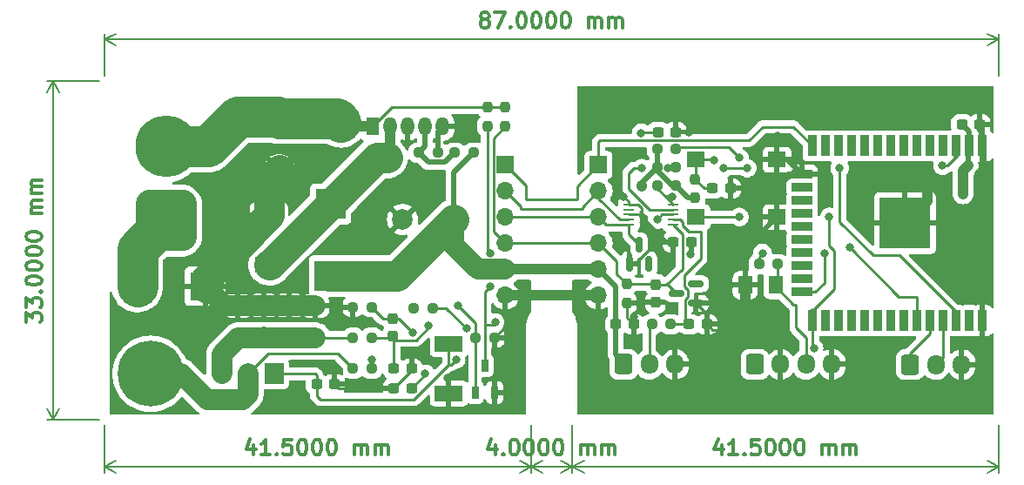
<source format=gtl>
G04 #@! TF.GenerationSoftware,KiCad,Pcbnew,6.0.1-79c1e3a40b~116~ubuntu20.04.1*
G04 #@! TF.CreationDate,2022-03-15T20:21:39+00:00*
G04 #@! TF.ProjectId,batmon,6261746d-6f6e-42e6-9b69-6361645f7063,rev?*
G04 #@! TF.SameCoordinates,Original*
G04 #@! TF.FileFunction,Copper,L1,Top*
G04 #@! TF.FilePolarity,Positive*
%FSLAX46Y46*%
G04 Gerber Fmt 4.6, Leading zero omitted, Abs format (unit mm)*
G04 Created by KiCad (PCBNEW 6.0.1-79c1e3a40b~116~ubuntu20.04.1) date 2022-03-15 20:21:39*
%MOMM*%
%LPD*%
G01*
G04 APERTURE LIST*
G04 Aperture macros list*
%AMRoundRect*
0 Rectangle with rounded corners*
0 $1 Rounding radius*
0 $2 $3 $4 $5 $6 $7 $8 $9 X,Y pos of 4 corners*
0 Add a 4 corners polygon primitive as box body*
4,1,4,$2,$3,$4,$5,$6,$7,$8,$9,$2,$3,0*
0 Add four circle primitives for the rounded corners*
1,1,$1+$1,$2,$3*
1,1,$1+$1,$4,$5*
1,1,$1+$1,$6,$7*
1,1,$1+$1,$8,$9*
0 Add four rect primitives between the rounded corners*
20,1,$1+$1,$2,$3,$4,$5,0*
20,1,$1+$1,$4,$5,$6,$7,0*
20,1,$1+$1,$6,$7,$8,$9,0*
20,1,$1+$1,$8,$9,$2,$3,0*%
G04 Aperture macros list end*
%ADD10C,0.300000*%
G04 #@! TA.AperFunction,NonConductor*
%ADD11C,0.300000*%
G04 #@! TD*
G04 #@! TA.AperFunction,NonConductor*
%ADD12C,0.200000*%
G04 #@! TD*
G04 #@! TA.AperFunction,SMDPad,CuDef*
%ADD13RoundRect,0.237500X-0.300000X-0.237500X0.300000X-0.237500X0.300000X0.237500X-0.300000X0.237500X0*%
G04 #@! TD*
G04 #@! TA.AperFunction,SMDPad,CuDef*
%ADD14RoundRect,0.237500X0.250000X0.237500X-0.250000X0.237500X-0.250000X-0.237500X0.250000X-0.237500X0*%
G04 #@! TD*
G04 #@! TA.AperFunction,SMDPad,CuDef*
%ADD15RoundRect,0.237500X-0.237500X0.250000X-0.237500X-0.250000X0.237500X-0.250000X0.237500X0.250000X0*%
G04 #@! TD*
G04 #@! TA.AperFunction,ComponentPad*
%ADD16RoundRect,0.250000X-0.600000X-0.725000X0.600000X-0.725000X0.600000X0.725000X-0.600000X0.725000X0*%
G04 #@! TD*
G04 #@! TA.AperFunction,ComponentPad*
%ADD17O,1.700000X1.950000*%
G04 #@! TD*
G04 #@! TA.AperFunction,SMDPad,CuDef*
%ADD18RoundRect,0.237500X-0.250000X-0.237500X0.250000X-0.237500X0.250000X0.237500X-0.250000X0.237500X0*%
G04 #@! TD*
G04 #@! TA.AperFunction,SMDPad,CuDef*
%ADD19RoundRect,0.150000X0.587500X0.150000X-0.587500X0.150000X-0.587500X-0.150000X0.587500X-0.150000X0*%
G04 #@! TD*
G04 #@! TA.AperFunction,ComponentPad*
%ADD20R,1.700000X1.700000*%
G04 #@! TD*
G04 #@! TA.AperFunction,ComponentPad*
%ADD21O,1.700000X1.700000*%
G04 #@! TD*
G04 #@! TA.AperFunction,SMDPad,CuDef*
%ADD22RoundRect,0.150000X0.150000X-0.587500X0.150000X0.587500X-0.150000X0.587500X-0.150000X-0.587500X0*%
G04 #@! TD*
G04 #@! TA.AperFunction,ComponentPad*
%ADD23R,1.275000X1.800000*%
G04 #@! TD*
G04 #@! TA.AperFunction,ComponentPad*
%ADD24O,1.275000X1.800000*%
G04 #@! TD*
G04 #@! TA.AperFunction,SMDPad,CuDef*
%ADD25RoundRect,0.237500X-0.237500X0.300000X-0.237500X-0.300000X0.237500X-0.300000X0.237500X0.300000X0*%
G04 #@! TD*
G04 #@! TA.AperFunction,ComponentPad*
%ADD26R,2.000000X2.000000*%
G04 #@! TD*
G04 #@! TA.AperFunction,ComponentPad*
%ADD27C,2.000000*%
G04 #@! TD*
G04 #@! TA.AperFunction,SMDPad,CuDef*
%ADD28R,0.900000X2.000000*%
G04 #@! TD*
G04 #@! TA.AperFunction,SMDPad,CuDef*
%ADD29R,2.000000X0.900000*%
G04 #@! TD*
G04 #@! TA.AperFunction,SMDPad,CuDef*
%ADD30R,5.000000X5.000000*%
G04 #@! TD*
G04 #@! TA.AperFunction,SMDPad,CuDef*
%ADD31RoundRect,0.237500X0.300000X0.237500X-0.300000X0.237500X-0.300000X-0.237500X0.300000X-0.237500X0*%
G04 #@! TD*
G04 #@! TA.AperFunction,SMDPad,CuDef*
%ADD32R,1.800000X1.500000*%
G04 #@! TD*
G04 #@! TA.AperFunction,SMDPad,CuDef*
%ADD33RoundRect,0.250000X0.625000X-0.400000X0.625000X0.400000X-0.625000X0.400000X-0.625000X-0.400000X0*%
G04 #@! TD*
G04 #@! TA.AperFunction,ComponentPad*
%ADD34RoundRect,1.500000X1.500000X-1.500000X1.500000X1.500000X-1.500000X1.500000X-1.500000X-1.500000X0*%
G04 #@! TD*
G04 #@! TA.AperFunction,ComponentPad*
%ADD35C,6.000000*%
G04 #@! TD*
G04 #@! TA.AperFunction,SMDPad,CuDef*
%ADD36RoundRect,0.237500X0.237500X-0.250000X0.237500X0.250000X-0.237500X0.250000X-0.237500X-0.250000X0*%
G04 #@! TD*
G04 #@! TA.AperFunction,SMDPad,CuDef*
%ADD37R,3.000000X2.800000*%
G04 #@! TD*
G04 #@! TA.AperFunction,SMDPad,CuDef*
%ADD38R,1.100000X0.250000*%
G04 #@! TD*
G04 #@! TA.AperFunction,SMDPad,CuDef*
%ADD39RoundRect,0.237500X0.237500X-0.300000X0.237500X0.300000X-0.237500X0.300000X-0.237500X-0.300000X0*%
G04 #@! TD*
G04 #@! TA.AperFunction,SMDPad,CuDef*
%ADD40R,3.000000X3.000000*%
G04 #@! TD*
G04 #@! TA.AperFunction,SMDPad,CuDef*
%ADD41R,0.650000X1.220000*%
G04 #@! TD*
G04 #@! TA.AperFunction,ComponentPad*
%ADD42R,1.905000X2.000000*%
G04 #@! TD*
G04 #@! TA.AperFunction,ComponentPad*
%ADD43O,1.905000X2.000000*%
G04 #@! TD*
G04 #@! TA.AperFunction,SMDPad,CuDef*
%ADD44R,2.700000X1.500000*%
G04 #@! TD*
G04 #@! TA.AperFunction,ComponentPad*
%ADD45C,6.400000*%
G04 #@! TD*
G04 #@! TA.AperFunction,SMDPad,CuDef*
%ADD46RoundRect,0.250001X-0.462499X-0.624999X0.462499X-0.624999X0.462499X0.624999X-0.462499X0.624999X0*%
G04 #@! TD*
G04 #@! TA.AperFunction,ViaPad*
%ADD47C,0.800000*%
G04 #@! TD*
G04 #@! TA.AperFunction,Conductor*
%ADD48C,0.250000*%
G04 #@! TD*
G04 #@! TA.AperFunction,Conductor*
%ADD49C,0.500000*%
G04 #@! TD*
G04 #@! TA.AperFunction,Conductor*
%ADD50C,2.000000*%
G04 #@! TD*
G04 #@! TA.AperFunction,Conductor*
%ADD51C,1.000000*%
G04 #@! TD*
G04 #@! TA.AperFunction,Conductor*
%ADD52C,3.000000*%
G04 #@! TD*
G04 #@! TA.AperFunction,Conductor*
%ADD53C,4.000000*%
G04 #@! TD*
G04 APERTURE END LIST*
D10*
D11*
X179535714Y-134878571D02*
X179535714Y-135878571D01*
X179178571Y-134307142D02*
X178821428Y-135378571D01*
X179750000Y-135378571D01*
X181107142Y-135878571D02*
X180250000Y-135878571D01*
X180678571Y-135878571D02*
X180678571Y-134378571D01*
X180535714Y-134592857D01*
X180392857Y-134735714D01*
X180250000Y-134807142D01*
X181750000Y-135735714D02*
X181821428Y-135807142D01*
X181750000Y-135878571D01*
X181678571Y-135807142D01*
X181750000Y-135735714D01*
X181750000Y-135878571D01*
X183178571Y-134378571D02*
X182464285Y-134378571D01*
X182392857Y-135092857D01*
X182464285Y-135021428D01*
X182607142Y-134950000D01*
X182964285Y-134950000D01*
X183107142Y-135021428D01*
X183178571Y-135092857D01*
X183250000Y-135235714D01*
X183250000Y-135592857D01*
X183178571Y-135735714D01*
X183107142Y-135807142D01*
X182964285Y-135878571D01*
X182607142Y-135878571D01*
X182464285Y-135807142D01*
X182392857Y-135735714D01*
X184178571Y-134378571D02*
X184321428Y-134378571D01*
X184464285Y-134450000D01*
X184535714Y-134521428D01*
X184607142Y-134664285D01*
X184678571Y-134950000D01*
X184678571Y-135307142D01*
X184607142Y-135592857D01*
X184535714Y-135735714D01*
X184464285Y-135807142D01*
X184321428Y-135878571D01*
X184178571Y-135878571D01*
X184035714Y-135807142D01*
X183964285Y-135735714D01*
X183892857Y-135592857D01*
X183821428Y-135307142D01*
X183821428Y-134950000D01*
X183892857Y-134664285D01*
X183964285Y-134521428D01*
X184035714Y-134450000D01*
X184178571Y-134378571D01*
X185607142Y-134378571D02*
X185750000Y-134378571D01*
X185892857Y-134450000D01*
X185964285Y-134521428D01*
X186035714Y-134664285D01*
X186107142Y-134950000D01*
X186107142Y-135307142D01*
X186035714Y-135592857D01*
X185964285Y-135735714D01*
X185892857Y-135807142D01*
X185750000Y-135878571D01*
X185607142Y-135878571D01*
X185464285Y-135807142D01*
X185392857Y-135735714D01*
X185321428Y-135592857D01*
X185250000Y-135307142D01*
X185250000Y-134950000D01*
X185321428Y-134664285D01*
X185392857Y-134521428D01*
X185464285Y-134450000D01*
X185607142Y-134378571D01*
X187035714Y-134378571D02*
X187178571Y-134378571D01*
X187321428Y-134450000D01*
X187392857Y-134521428D01*
X187464285Y-134664285D01*
X187535714Y-134950000D01*
X187535714Y-135307142D01*
X187464285Y-135592857D01*
X187392857Y-135735714D01*
X187321428Y-135807142D01*
X187178571Y-135878571D01*
X187035714Y-135878571D01*
X186892857Y-135807142D01*
X186821428Y-135735714D01*
X186750000Y-135592857D01*
X186678571Y-135307142D01*
X186678571Y-134950000D01*
X186750000Y-134664285D01*
X186821428Y-134521428D01*
X186892857Y-134450000D01*
X187035714Y-134378571D01*
X189321428Y-135878571D02*
X189321428Y-134878571D01*
X189321428Y-135021428D02*
X189392857Y-134950000D01*
X189535714Y-134878571D01*
X189750000Y-134878571D01*
X189892857Y-134950000D01*
X189964285Y-135092857D01*
X189964285Y-135878571D01*
X189964285Y-135092857D02*
X190035714Y-134950000D01*
X190178571Y-134878571D01*
X190392857Y-134878571D01*
X190535714Y-134950000D01*
X190607142Y-135092857D01*
X190607142Y-135878571D01*
X191321428Y-135878571D02*
X191321428Y-134878571D01*
X191321428Y-135021428D02*
X191392857Y-134950000D01*
X191535714Y-134878571D01*
X191750000Y-134878571D01*
X191892857Y-134950000D01*
X191964285Y-135092857D01*
X191964285Y-135878571D01*
X191964285Y-135092857D02*
X192035714Y-134950000D01*
X192178571Y-134878571D01*
X192392857Y-134878571D01*
X192535714Y-134950000D01*
X192607142Y-135092857D01*
X192607142Y-135878571D01*
D12*
X165000000Y-133000000D02*
X165000000Y-137586420D01*
X206500000Y-133000000D02*
X206500000Y-137586420D01*
X165000000Y-137000000D02*
X206500000Y-137000000D01*
X165000000Y-137000000D02*
X206500000Y-137000000D01*
X165000000Y-137000000D02*
X166126504Y-137586421D01*
X165000000Y-137000000D02*
X166126504Y-136413579D01*
X206500000Y-137000000D02*
X205373496Y-136413579D01*
X206500000Y-137000000D02*
X205373496Y-137586421D01*
D10*
D11*
X225035714Y-134878571D02*
X225035714Y-135878571D01*
X224678571Y-134307142D02*
X224321428Y-135378571D01*
X225250000Y-135378571D01*
X226607142Y-135878571D02*
X225750000Y-135878571D01*
X226178571Y-135878571D02*
X226178571Y-134378571D01*
X226035714Y-134592857D01*
X225892857Y-134735714D01*
X225750000Y-134807142D01*
X227250000Y-135735714D02*
X227321428Y-135807142D01*
X227250000Y-135878571D01*
X227178571Y-135807142D01*
X227250000Y-135735714D01*
X227250000Y-135878571D01*
X228678571Y-134378571D02*
X227964285Y-134378571D01*
X227892857Y-135092857D01*
X227964285Y-135021428D01*
X228107142Y-134950000D01*
X228464285Y-134950000D01*
X228607142Y-135021428D01*
X228678571Y-135092857D01*
X228750000Y-135235714D01*
X228750000Y-135592857D01*
X228678571Y-135735714D01*
X228607142Y-135807142D01*
X228464285Y-135878571D01*
X228107142Y-135878571D01*
X227964285Y-135807142D01*
X227892857Y-135735714D01*
X229678571Y-134378571D02*
X229821428Y-134378571D01*
X229964285Y-134450000D01*
X230035714Y-134521428D01*
X230107142Y-134664285D01*
X230178571Y-134950000D01*
X230178571Y-135307142D01*
X230107142Y-135592857D01*
X230035714Y-135735714D01*
X229964285Y-135807142D01*
X229821428Y-135878571D01*
X229678571Y-135878571D01*
X229535714Y-135807142D01*
X229464285Y-135735714D01*
X229392857Y-135592857D01*
X229321428Y-135307142D01*
X229321428Y-134950000D01*
X229392857Y-134664285D01*
X229464285Y-134521428D01*
X229535714Y-134450000D01*
X229678571Y-134378571D01*
X231107142Y-134378571D02*
X231250000Y-134378571D01*
X231392857Y-134450000D01*
X231464285Y-134521428D01*
X231535714Y-134664285D01*
X231607142Y-134950000D01*
X231607142Y-135307142D01*
X231535714Y-135592857D01*
X231464285Y-135735714D01*
X231392857Y-135807142D01*
X231250000Y-135878571D01*
X231107142Y-135878571D01*
X230964285Y-135807142D01*
X230892857Y-135735714D01*
X230821428Y-135592857D01*
X230750000Y-135307142D01*
X230750000Y-134950000D01*
X230821428Y-134664285D01*
X230892857Y-134521428D01*
X230964285Y-134450000D01*
X231107142Y-134378571D01*
X232535714Y-134378571D02*
X232678571Y-134378571D01*
X232821428Y-134450000D01*
X232892857Y-134521428D01*
X232964285Y-134664285D01*
X233035714Y-134950000D01*
X233035714Y-135307142D01*
X232964285Y-135592857D01*
X232892857Y-135735714D01*
X232821428Y-135807142D01*
X232678571Y-135878571D01*
X232535714Y-135878571D01*
X232392857Y-135807142D01*
X232321428Y-135735714D01*
X232250000Y-135592857D01*
X232178571Y-135307142D01*
X232178571Y-134950000D01*
X232250000Y-134664285D01*
X232321428Y-134521428D01*
X232392857Y-134450000D01*
X232535714Y-134378571D01*
X234821428Y-135878571D02*
X234821428Y-134878571D01*
X234821428Y-135021428D02*
X234892857Y-134950000D01*
X235035714Y-134878571D01*
X235250000Y-134878571D01*
X235392857Y-134950000D01*
X235464285Y-135092857D01*
X235464285Y-135878571D01*
X235464285Y-135092857D02*
X235535714Y-134950000D01*
X235678571Y-134878571D01*
X235892857Y-134878571D01*
X236035714Y-134950000D01*
X236107142Y-135092857D01*
X236107142Y-135878571D01*
X236821428Y-135878571D02*
X236821428Y-134878571D01*
X236821428Y-135021428D02*
X236892857Y-134950000D01*
X237035714Y-134878571D01*
X237250000Y-134878571D01*
X237392857Y-134950000D01*
X237464285Y-135092857D01*
X237464285Y-135878571D01*
X237464285Y-135092857D02*
X237535714Y-134950000D01*
X237678571Y-134878571D01*
X237892857Y-134878571D01*
X238035714Y-134950000D01*
X238107142Y-135092857D01*
X238107142Y-135878571D01*
D12*
X210500000Y-133000000D02*
X210500000Y-137586420D01*
X252000000Y-133000000D02*
X252000000Y-137586420D01*
X210500000Y-137000000D02*
X252000000Y-137000000D01*
X210500000Y-137000000D02*
X252000000Y-137000000D01*
X210500000Y-137000000D02*
X211626504Y-137586421D01*
X210500000Y-137000000D02*
X211626504Y-136413579D01*
X252000000Y-137000000D02*
X250873496Y-136413579D01*
X252000000Y-137000000D02*
X250873496Y-137586421D01*
D10*
D11*
X201857142Y-93521428D02*
X201714285Y-93450000D01*
X201642857Y-93378571D01*
X201571428Y-93235714D01*
X201571428Y-93164285D01*
X201642857Y-93021428D01*
X201714285Y-92950000D01*
X201857142Y-92878571D01*
X202142857Y-92878571D01*
X202285714Y-92950000D01*
X202357142Y-93021428D01*
X202428571Y-93164285D01*
X202428571Y-93235714D01*
X202357142Y-93378571D01*
X202285714Y-93450000D01*
X202142857Y-93521428D01*
X201857142Y-93521428D01*
X201714285Y-93592857D01*
X201642857Y-93664285D01*
X201571428Y-93807142D01*
X201571428Y-94092857D01*
X201642857Y-94235714D01*
X201714285Y-94307142D01*
X201857142Y-94378571D01*
X202142857Y-94378571D01*
X202285714Y-94307142D01*
X202357142Y-94235714D01*
X202428571Y-94092857D01*
X202428571Y-93807142D01*
X202357142Y-93664285D01*
X202285714Y-93592857D01*
X202142857Y-93521428D01*
X202928571Y-92878571D02*
X203928571Y-92878571D01*
X203285714Y-94378571D01*
X204500000Y-94235714D02*
X204571428Y-94307142D01*
X204500000Y-94378571D01*
X204428571Y-94307142D01*
X204500000Y-94235714D01*
X204500000Y-94378571D01*
X205500000Y-92878571D02*
X205642857Y-92878571D01*
X205785714Y-92950000D01*
X205857142Y-93021428D01*
X205928571Y-93164285D01*
X206000000Y-93450000D01*
X206000000Y-93807142D01*
X205928571Y-94092857D01*
X205857142Y-94235714D01*
X205785714Y-94307142D01*
X205642857Y-94378571D01*
X205500000Y-94378571D01*
X205357142Y-94307142D01*
X205285714Y-94235714D01*
X205214285Y-94092857D01*
X205142857Y-93807142D01*
X205142857Y-93450000D01*
X205214285Y-93164285D01*
X205285714Y-93021428D01*
X205357142Y-92950000D01*
X205500000Y-92878571D01*
X206928571Y-92878571D02*
X207071428Y-92878571D01*
X207214285Y-92950000D01*
X207285714Y-93021428D01*
X207357142Y-93164285D01*
X207428571Y-93450000D01*
X207428571Y-93807142D01*
X207357142Y-94092857D01*
X207285714Y-94235714D01*
X207214285Y-94307142D01*
X207071428Y-94378571D01*
X206928571Y-94378571D01*
X206785714Y-94307142D01*
X206714285Y-94235714D01*
X206642857Y-94092857D01*
X206571428Y-93807142D01*
X206571428Y-93450000D01*
X206642857Y-93164285D01*
X206714285Y-93021428D01*
X206785714Y-92950000D01*
X206928571Y-92878571D01*
X208357142Y-92878571D02*
X208500000Y-92878571D01*
X208642857Y-92950000D01*
X208714285Y-93021428D01*
X208785714Y-93164285D01*
X208857142Y-93450000D01*
X208857142Y-93807142D01*
X208785714Y-94092857D01*
X208714285Y-94235714D01*
X208642857Y-94307142D01*
X208500000Y-94378571D01*
X208357142Y-94378571D01*
X208214285Y-94307142D01*
X208142857Y-94235714D01*
X208071428Y-94092857D01*
X208000000Y-93807142D01*
X208000000Y-93450000D01*
X208071428Y-93164285D01*
X208142857Y-93021428D01*
X208214285Y-92950000D01*
X208357142Y-92878571D01*
X209785714Y-92878571D02*
X209928571Y-92878571D01*
X210071428Y-92950000D01*
X210142857Y-93021428D01*
X210214285Y-93164285D01*
X210285714Y-93450000D01*
X210285714Y-93807142D01*
X210214285Y-94092857D01*
X210142857Y-94235714D01*
X210071428Y-94307142D01*
X209928571Y-94378571D01*
X209785714Y-94378571D01*
X209642857Y-94307142D01*
X209571428Y-94235714D01*
X209500000Y-94092857D01*
X209428571Y-93807142D01*
X209428571Y-93450000D01*
X209500000Y-93164285D01*
X209571428Y-93021428D01*
X209642857Y-92950000D01*
X209785714Y-92878571D01*
X212071428Y-94378571D02*
X212071428Y-93378571D01*
X212071428Y-93521428D02*
X212142857Y-93450000D01*
X212285714Y-93378571D01*
X212500000Y-93378571D01*
X212642857Y-93450000D01*
X212714285Y-93592857D01*
X212714285Y-94378571D01*
X212714285Y-93592857D02*
X212785714Y-93450000D01*
X212928571Y-93378571D01*
X213142857Y-93378571D01*
X213285714Y-93450000D01*
X213357142Y-93592857D01*
X213357142Y-94378571D01*
X214071428Y-94378571D02*
X214071428Y-93378571D01*
X214071428Y-93521428D02*
X214142857Y-93450000D01*
X214285714Y-93378571D01*
X214500000Y-93378571D01*
X214642857Y-93450000D01*
X214714285Y-93592857D01*
X214714285Y-94378571D01*
X214714285Y-93592857D02*
X214785714Y-93450000D01*
X214928571Y-93378571D01*
X215142857Y-93378571D01*
X215285714Y-93450000D01*
X215357142Y-93592857D01*
X215357142Y-94378571D01*
D12*
X165000000Y-99000000D02*
X165000000Y-94913580D01*
X252000000Y-99000000D02*
X252000000Y-94913580D01*
X165000000Y-95500000D02*
X252000000Y-95500000D01*
X165000000Y-95500000D02*
X252000000Y-95500000D01*
X165000000Y-95500000D02*
X166126504Y-96086421D01*
X165000000Y-95500000D02*
X166126504Y-94913579D01*
X252000000Y-95500000D02*
X250873496Y-94913579D01*
X252000000Y-95500000D02*
X250873496Y-96086421D01*
D10*
D11*
X157378571Y-123000000D02*
X157378571Y-122071428D01*
X157950000Y-122571428D01*
X157950000Y-122357142D01*
X158021428Y-122214285D01*
X158092857Y-122142857D01*
X158235714Y-122071428D01*
X158592857Y-122071428D01*
X158735714Y-122142857D01*
X158807142Y-122214285D01*
X158878571Y-122357142D01*
X158878571Y-122785714D01*
X158807142Y-122928571D01*
X158735714Y-123000000D01*
X157378571Y-121571428D02*
X157378571Y-120642857D01*
X157950000Y-121142857D01*
X157950000Y-120928571D01*
X158021428Y-120785714D01*
X158092857Y-120714285D01*
X158235714Y-120642857D01*
X158592857Y-120642857D01*
X158735714Y-120714285D01*
X158807142Y-120785714D01*
X158878571Y-120928571D01*
X158878571Y-121357142D01*
X158807142Y-121500000D01*
X158735714Y-121571428D01*
X158735714Y-120000000D02*
X158807142Y-119928571D01*
X158878571Y-120000000D01*
X158807142Y-120071428D01*
X158735714Y-120000000D01*
X158878571Y-120000000D01*
X157378571Y-119000000D02*
X157378571Y-118857142D01*
X157450000Y-118714285D01*
X157521428Y-118642857D01*
X157664285Y-118571428D01*
X157950000Y-118500000D01*
X158307142Y-118500000D01*
X158592857Y-118571428D01*
X158735714Y-118642857D01*
X158807142Y-118714285D01*
X158878571Y-118857142D01*
X158878571Y-119000000D01*
X158807142Y-119142857D01*
X158735714Y-119214285D01*
X158592857Y-119285714D01*
X158307142Y-119357142D01*
X157950000Y-119357142D01*
X157664285Y-119285714D01*
X157521428Y-119214285D01*
X157450000Y-119142857D01*
X157378571Y-119000000D01*
X157378571Y-117571428D02*
X157378571Y-117428571D01*
X157450000Y-117285714D01*
X157521428Y-117214285D01*
X157664285Y-117142857D01*
X157950000Y-117071428D01*
X158307142Y-117071428D01*
X158592857Y-117142857D01*
X158735714Y-117214285D01*
X158807142Y-117285714D01*
X158878571Y-117428571D01*
X158878571Y-117571428D01*
X158807142Y-117714285D01*
X158735714Y-117785714D01*
X158592857Y-117857142D01*
X158307142Y-117928571D01*
X157950000Y-117928571D01*
X157664285Y-117857142D01*
X157521428Y-117785714D01*
X157450000Y-117714285D01*
X157378571Y-117571428D01*
X157378571Y-116142857D02*
X157378571Y-116000000D01*
X157450000Y-115857142D01*
X157521428Y-115785714D01*
X157664285Y-115714285D01*
X157950000Y-115642857D01*
X158307142Y-115642857D01*
X158592857Y-115714285D01*
X158735714Y-115785714D01*
X158807142Y-115857142D01*
X158878571Y-116000000D01*
X158878571Y-116142857D01*
X158807142Y-116285714D01*
X158735714Y-116357142D01*
X158592857Y-116428571D01*
X158307142Y-116500000D01*
X157950000Y-116500000D01*
X157664285Y-116428571D01*
X157521428Y-116357142D01*
X157450000Y-116285714D01*
X157378571Y-116142857D01*
X157378571Y-114714285D02*
X157378571Y-114571428D01*
X157450000Y-114428571D01*
X157521428Y-114357142D01*
X157664285Y-114285714D01*
X157950000Y-114214285D01*
X158307142Y-114214285D01*
X158592857Y-114285714D01*
X158735714Y-114357142D01*
X158807142Y-114428571D01*
X158878571Y-114571428D01*
X158878571Y-114714285D01*
X158807142Y-114857142D01*
X158735714Y-114928571D01*
X158592857Y-115000000D01*
X158307142Y-115071428D01*
X157950000Y-115071428D01*
X157664285Y-115000000D01*
X157521428Y-114928571D01*
X157450000Y-114857142D01*
X157378571Y-114714285D01*
X158878571Y-112428571D02*
X157878571Y-112428571D01*
X158021428Y-112428571D02*
X157950000Y-112357142D01*
X157878571Y-112214285D01*
X157878571Y-112000000D01*
X157950000Y-111857142D01*
X158092857Y-111785714D01*
X158878571Y-111785714D01*
X158092857Y-111785714D02*
X157950000Y-111714285D01*
X157878571Y-111571428D01*
X157878571Y-111357142D01*
X157950000Y-111214285D01*
X158092857Y-111142857D01*
X158878571Y-111142857D01*
X158878571Y-110428571D02*
X157878571Y-110428571D01*
X158021428Y-110428571D02*
X157950000Y-110357142D01*
X157878571Y-110214285D01*
X157878571Y-110000000D01*
X157950000Y-109857142D01*
X158092857Y-109785714D01*
X158878571Y-109785714D01*
X158092857Y-109785714D02*
X157950000Y-109714285D01*
X157878571Y-109571428D01*
X157878571Y-109357142D01*
X157950000Y-109214285D01*
X158092857Y-109142857D01*
X158878571Y-109142857D01*
D12*
X164500000Y-132500000D02*
X159413580Y-132500000D01*
X164500000Y-99500000D02*
X159413580Y-99500000D01*
X160000000Y-132500000D02*
X160000000Y-99500000D01*
X160000000Y-132500000D02*
X160000000Y-99500000D01*
X160000000Y-132500000D02*
X160586421Y-131373496D01*
X160000000Y-132500000D02*
X159413579Y-131373496D01*
X160000000Y-99500000D02*
X159413579Y-100626504D01*
X160000000Y-99500000D02*
X160586421Y-100626504D01*
D10*
D11*
X203000000Y-134878571D02*
X203000000Y-135878571D01*
X202642857Y-134307142D02*
X202285714Y-135378571D01*
X203214285Y-135378571D01*
X203785714Y-135735714D02*
X203857142Y-135807142D01*
X203785714Y-135878571D01*
X203714285Y-135807142D01*
X203785714Y-135735714D01*
X203785714Y-135878571D01*
X204785714Y-134378571D02*
X204928571Y-134378571D01*
X205071428Y-134450000D01*
X205142857Y-134521428D01*
X205214285Y-134664285D01*
X205285714Y-134950000D01*
X205285714Y-135307142D01*
X205214285Y-135592857D01*
X205142857Y-135735714D01*
X205071428Y-135807142D01*
X204928571Y-135878571D01*
X204785714Y-135878571D01*
X204642857Y-135807142D01*
X204571428Y-135735714D01*
X204500000Y-135592857D01*
X204428571Y-135307142D01*
X204428571Y-134950000D01*
X204500000Y-134664285D01*
X204571428Y-134521428D01*
X204642857Y-134450000D01*
X204785714Y-134378571D01*
X206214285Y-134378571D02*
X206357142Y-134378571D01*
X206500000Y-134450000D01*
X206571428Y-134521428D01*
X206642857Y-134664285D01*
X206714285Y-134950000D01*
X206714285Y-135307142D01*
X206642857Y-135592857D01*
X206571428Y-135735714D01*
X206500000Y-135807142D01*
X206357142Y-135878571D01*
X206214285Y-135878571D01*
X206071428Y-135807142D01*
X206000000Y-135735714D01*
X205928571Y-135592857D01*
X205857142Y-135307142D01*
X205857142Y-134950000D01*
X205928571Y-134664285D01*
X206000000Y-134521428D01*
X206071428Y-134450000D01*
X206214285Y-134378571D01*
X207642857Y-134378571D02*
X207785714Y-134378571D01*
X207928571Y-134450000D01*
X208000000Y-134521428D01*
X208071428Y-134664285D01*
X208142857Y-134950000D01*
X208142857Y-135307142D01*
X208071428Y-135592857D01*
X208000000Y-135735714D01*
X207928571Y-135807142D01*
X207785714Y-135878571D01*
X207642857Y-135878571D01*
X207500000Y-135807142D01*
X207428571Y-135735714D01*
X207357142Y-135592857D01*
X207285714Y-135307142D01*
X207285714Y-134950000D01*
X207357142Y-134664285D01*
X207428571Y-134521428D01*
X207500000Y-134450000D01*
X207642857Y-134378571D01*
X209071428Y-134378571D02*
X209214285Y-134378571D01*
X209357142Y-134450000D01*
X209428571Y-134521428D01*
X209500000Y-134664285D01*
X209571428Y-134950000D01*
X209571428Y-135307142D01*
X209500000Y-135592857D01*
X209428571Y-135735714D01*
X209357142Y-135807142D01*
X209214285Y-135878571D01*
X209071428Y-135878571D01*
X208928571Y-135807142D01*
X208857142Y-135735714D01*
X208785714Y-135592857D01*
X208714285Y-135307142D01*
X208714285Y-134950000D01*
X208785714Y-134664285D01*
X208857142Y-134521428D01*
X208928571Y-134450000D01*
X209071428Y-134378571D01*
X211357142Y-135878571D02*
X211357142Y-134878571D01*
X211357142Y-135021428D02*
X211428571Y-134950000D01*
X211571428Y-134878571D01*
X211785714Y-134878571D01*
X211928571Y-134950000D01*
X212000000Y-135092857D01*
X212000000Y-135878571D01*
X212000000Y-135092857D02*
X212071428Y-134950000D01*
X212214285Y-134878571D01*
X212428571Y-134878571D01*
X212571428Y-134950000D01*
X212642857Y-135092857D01*
X212642857Y-135878571D01*
X213357142Y-135878571D02*
X213357142Y-134878571D01*
X213357142Y-135021428D02*
X213428571Y-134950000D01*
X213571428Y-134878571D01*
X213785714Y-134878571D01*
X213928571Y-134950000D01*
X214000000Y-135092857D01*
X214000000Y-135878571D01*
X214000000Y-135092857D02*
X214071428Y-134950000D01*
X214214285Y-134878571D01*
X214428571Y-134878571D01*
X214571428Y-134950000D01*
X214642857Y-135092857D01*
X214642857Y-135878571D01*
D12*
X206500000Y-133000000D02*
X206500000Y-137586420D01*
X210500000Y-133000000D02*
X210500000Y-137586420D01*
X206500000Y-137000000D02*
X210500000Y-137000000D01*
X206500000Y-137000000D02*
X210500000Y-137000000D01*
X206500000Y-137000000D02*
X207626504Y-137586421D01*
X206500000Y-137000000D02*
X207626504Y-136413579D01*
X210500000Y-137000000D02*
X209373496Y-136413579D01*
X210500000Y-137000000D02*
X209373496Y-137586421D01*
D13*
X218837500Y-104500000D03*
X220562500Y-104500000D03*
D14*
X200912500Y-106500000D03*
X199087500Y-106500000D03*
D15*
X202250000Y-102087500D03*
X202250000Y-103912500D03*
D13*
X248387500Y-103750000D03*
X250112500Y-103750000D03*
D16*
X215500000Y-127075000D03*
D17*
X218000000Y-127075000D03*
X220500000Y-127075000D03*
D18*
X218749500Y-106172000D03*
X220574500Y-106172000D03*
D19*
X222537500Y-121150000D03*
X222537500Y-119250000D03*
X220662500Y-120200000D03*
D20*
X213058000Y-107696000D03*
D21*
X213058000Y-110236000D03*
X213058000Y-112776000D03*
X213058000Y-115316000D03*
X213058000Y-117856000D03*
X213058000Y-120396000D03*
D22*
X216050000Y-117337500D03*
X217950000Y-117337500D03*
X217000000Y-115462500D03*
D23*
X191100000Y-103945000D03*
D24*
X192800000Y-103945000D03*
X194500000Y-103945000D03*
X196200000Y-103945000D03*
X197900000Y-103945000D03*
D25*
X218600000Y-119337500D03*
X218600000Y-121062500D03*
D26*
X199000000Y-113000000D03*
D27*
X194000000Y-113000000D03*
D28*
X250365000Y-105830000D03*
X249095000Y-105830000D03*
X247825000Y-105830000D03*
X246555000Y-105830000D03*
X245285000Y-105830000D03*
X244015000Y-105830000D03*
X242745000Y-105830000D03*
X241475000Y-105830000D03*
X240205000Y-105830000D03*
X238935000Y-105830000D03*
X237665000Y-105830000D03*
X236395000Y-105830000D03*
X235125000Y-105830000D03*
X233855000Y-105830000D03*
D29*
X232855000Y-108615000D03*
X232855000Y-109885000D03*
X232855000Y-111155000D03*
X232855000Y-112425000D03*
X232855000Y-113695000D03*
X232855000Y-114965000D03*
X232855000Y-116235000D03*
X232855000Y-117505000D03*
X232855000Y-118775000D03*
X232855000Y-120045000D03*
D28*
X233855000Y-122830000D03*
X235125000Y-122830000D03*
X236395000Y-122830000D03*
X237665000Y-122830000D03*
X238935000Y-122830000D03*
X240205000Y-122830000D03*
X241475000Y-122830000D03*
X242745000Y-122830000D03*
X244015000Y-122830000D03*
X245285000Y-122830000D03*
X246555000Y-122830000D03*
X247825000Y-122830000D03*
X249095000Y-122830000D03*
X250365000Y-122830000D03*
D30*
X242865000Y-113330000D03*
D18*
X195087500Y-121600000D03*
X196912500Y-121600000D03*
D31*
X222062500Y-115200000D03*
X220337500Y-115200000D03*
D18*
X189175000Y-121500000D03*
X191000000Y-121500000D03*
D32*
X230420000Y-107188000D03*
X222520000Y-107188000D03*
D33*
X183000000Y-124450000D03*
X183000000Y-121350000D03*
D18*
X218241500Y-123190000D03*
X220066500Y-123190000D03*
D34*
X171000000Y-113100000D03*
D35*
X171000000Y-105900000D03*
D36*
X222456000Y-110894500D03*
X222456000Y-109069500D03*
D33*
X178000000Y-124500000D03*
X178000000Y-121400000D03*
D13*
X185637500Y-129000000D03*
X187362500Y-129000000D03*
D37*
X168200000Y-119500000D03*
X174800000Y-119500000D03*
D20*
X204000000Y-107696000D03*
D21*
X204000000Y-110236000D03*
X204000000Y-112776000D03*
X204000000Y-115316000D03*
X204000000Y-117856000D03*
X204000000Y-120396000D03*
D38*
X215988000Y-111522000D03*
X215988000Y-112022000D03*
X215988000Y-112522000D03*
X215988000Y-113022000D03*
X215988000Y-113522000D03*
X220288000Y-113522000D03*
X220288000Y-113022000D03*
X220288000Y-112522000D03*
X220288000Y-112022000D03*
X220288000Y-111522000D03*
D39*
X193000000Y-124362500D03*
X193000000Y-122637500D03*
D32*
X230420000Y-112776000D03*
X222520000Y-112776000D03*
D26*
X182000000Y-103132323D03*
D27*
X182000000Y-108132323D03*
D16*
X228250000Y-127075000D03*
D17*
X230750000Y-127075000D03*
X233250000Y-127075000D03*
X235750000Y-127075000D03*
D15*
X204000000Y-102087500D03*
X204000000Y-103912500D03*
D18*
X189175000Y-127500000D03*
X191000000Y-127500000D03*
D13*
X193137500Y-127500000D03*
X194862500Y-127500000D03*
D18*
X195587500Y-106500000D03*
X197412500Y-106500000D03*
D15*
X215800000Y-119287500D03*
X215800000Y-121112500D03*
D33*
X185500000Y-124500000D03*
X185500000Y-121400000D03*
D40*
X187000000Y-111500000D03*
X186900000Y-118500000D03*
D31*
X194862500Y-129400000D03*
X193137500Y-129400000D03*
D18*
X218749500Y-107950000D03*
X220574500Y-107950000D03*
D41*
X201050000Y-129810000D03*
X202950000Y-129810000D03*
X202000000Y-127190000D03*
D18*
X201087500Y-124500000D03*
X202912500Y-124500000D03*
D42*
X181500000Y-128000000D03*
D43*
X178960000Y-128000000D03*
X176420000Y-128000000D03*
D44*
X181000000Y-117400000D03*
X181000000Y-112600000D03*
D14*
X220574500Y-109728000D03*
X218749500Y-109728000D03*
D13*
X221847500Y-123190000D03*
X223572500Y-123190000D03*
X224133500Y-109982000D03*
X225858500Y-109982000D03*
D44*
X198500000Y-125100000D03*
X198500000Y-129900000D03*
D18*
X189175000Y-124500000D03*
X191000000Y-124500000D03*
D45*
X169500000Y-128000000D03*
D16*
X243364000Y-127100000D03*
D17*
X245864000Y-127100000D03*
X248364000Y-127100000D03*
D33*
X180500000Y-124450000D03*
X180500000Y-121350000D03*
D13*
X214735500Y-123190000D03*
X216460500Y-123190000D03*
D18*
X228655500Y-117348000D03*
X230480500Y-117348000D03*
D46*
X227318500Y-119380000D03*
X230293500Y-119380000D03*
D47*
X189000000Y-129400000D03*
X230500000Y-104849500D03*
X245000000Y-109250000D03*
X216500000Y-122500000D03*
X250000000Y-108500000D03*
X198400000Y-128400000D03*
X221800000Y-104500000D03*
X215500000Y-110750000D03*
X227500000Y-123750000D03*
X250250000Y-120750000D03*
X222000000Y-116400000D03*
X218750000Y-113000000D03*
X203000000Y-123000000D03*
X199200000Y-126600000D03*
X202500000Y-119500000D03*
X202500000Y-116256500D03*
X224250000Y-107250000D03*
X246500000Y-107750000D03*
X217250000Y-109750000D03*
X248500000Y-110500000D03*
X199400000Y-121400000D03*
X196500000Y-123275500D03*
X226750000Y-112750000D03*
X234000000Y-125500000D03*
X226750000Y-107000000D03*
X235500000Y-112750000D03*
X235000000Y-116250000D03*
X229000000Y-116250000D03*
X237466286Y-115716286D03*
X220245370Y-110798752D03*
X217250000Y-108000000D03*
X225250000Y-108000000D03*
X227500000Y-108000000D03*
X236500000Y-108000000D03*
X219836500Y-108000000D03*
X200200000Y-123600000D03*
X217200000Y-104575020D03*
X196200000Y-128000000D03*
X191000000Y-126600000D03*
X195000000Y-124000000D03*
D48*
X198500000Y-128500000D02*
X198400000Y-128400000D01*
X224132500Y-123750000D02*
X223572500Y-123190000D01*
X217250000Y-112750000D02*
X217022000Y-112522000D01*
D49*
X250365000Y-122830000D02*
X250365000Y-120865000D01*
D48*
X220337500Y-115200000D02*
X219700000Y-115200000D01*
X202912500Y-124500000D02*
X202950000Y-124537500D01*
D49*
X225858500Y-109982000D02*
X230408978Y-109982000D01*
X250000000Y-108500000D02*
X250500000Y-108000000D01*
D50*
X185500000Y-121400000D02*
X178000000Y-121400000D01*
D48*
X216886282Y-111522000D02*
X215988000Y-111522000D01*
D49*
X250365000Y-105830000D02*
X250365000Y-104002500D01*
D48*
X215988000Y-111522000D02*
X215988000Y-111238000D01*
D51*
X204000000Y-120396000D02*
X213058000Y-120396000D01*
D48*
X217250000Y-111885718D02*
X216886282Y-111522000D01*
X185500000Y-121400000D02*
X189075000Y-121400000D01*
X227500000Y-123750000D02*
X224132500Y-123750000D01*
D49*
X197412500Y-106500000D02*
X197412500Y-104432500D01*
D48*
X215852000Y-122581500D02*
X215852000Y-121164500D01*
D51*
X245000000Y-111195000D02*
X242865000Y-113330000D01*
D49*
X227318500Y-115877500D02*
X230420000Y-112776000D01*
D50*
X178000000Y-121400000D02*
X176700000Y-121400000D01*
D48*
X202950000Y-124537500D02*
X202950000Y-129810000D01*
D52*
X174800000Y-119500000D02*
X174800000Y-118800000D01*
D48*
X230500000Y-104750000D02*
X230500000Y-104849500D01*
D51*
X227318500Y-119380000D02*
X227318500Y-123568500D01*
D48*
X204000000Y-120396000D02*
X204000000Y-123412500D01*
D49*
X250365000Y-104002500D02*
X250112500Y-103750000D01*
D48*
X218678928Y-115200000D02*
X220337500Y-115200000D01*
D49*
X230420000Y-112776000D02*
X230420000Y-109970978D01*
X250500000Y-108000000D02*
X250500000Y-105965000D01*
D48*
X194862500Y-127500000D02*
X194862500Y-127675000D01*
X204000000Y-123412500D02*
X202912500Y-124500000D01*
X217250000Y-112750000D02*
X217250000Y-111885718D01*
X230420000Y-107188000D02*
X230420000Y-104830000D01*
D49*
X250500000Y-105965000D02*
X250365000Y-105830000D01*
D48*
X193137500Y-129400000D02*
X189000000Y-129400000D01*
X217022000Y-112522000D02*
X215988000Y-112522000D01*
X216050000Y-117337500D02*
X216541428Y-117337500D01*
X203087500Y-124500000D02*
X203250000Y-124500000D01*
D49*
X216460500Y-123190000D02*
X216460500Y-122539500D01*
X227318500Y-119380000D02*
X227318500Y-115877500D01*
D50*
X176700000Y-121400000D02*
X174800000Y-119500000D01*
D48*
X230420000Y-104830000D02*
X230500000Y-104750000D01*
D51*
X227318500Y-123568500D02*
X227500000Y-123750000D01*
D49*
X197412500Y-104432500D02*
X197900000Y-103945000D01*
D52*
X181000000Y-109132323D02*
X182000000Y-108132323D01*
D48*
X198500000Y-129900000D02*
X198500000Y-128500000D01*
D51*
X245000000Y-109250000D02*
X245000000Y-111195000D01*
D49*
X230408978Y-109982000D02*
X230420000Y-109970978D01*
D48*
X189075000Y-121400000D02*
X189175000Y-121500000D01*
X194862500Y-127675000D02*
X193137500Y-129400000D01*
D49*
X230420000Y-107188000D02*
X231428000Y-107188000D01*
D48*
X218550000Y-121112500D02*
X218600000Y-121062500D01*
X215852000Y-122581500D02*
X216460500Y-123190000D01*
X220562500Y-104500000D02*
X221800000Y-104500000D01*
X215852000Y-121164500D02*
X215800000Y-121112500D01*
X223572500Y-122185000D02*
X222537500Y-121150000D01*
D49*
X231428000Y-107188000D02*
X232855000Y-108615000D01*
D52*
X181000000Y-112600000D02*
X181000000Y-109132323D01*
X174800000Y-118800000D02*
X181000000Y-112600000D01*
D48*
X215800000Y-121112500D02*
X218550000Y-121112500D01*
X223572500Y-123190000D02*
X223572500Y-122185000D01*
D49*
X232855000Y-108615000D02*
X231775978Y-108615000D01*
D48*
X219700000Y-115200000D02*
X217250000Y-112750000D01*
D49*
X216460500Y-122539500D02*
X216500000Y-122500000D01*
X250365000Y-120865000D02*
X250250000Y-120750000D01*
D48*
X215988000Y-111238000D02*
X215500000Y-110750000D01*
D52*
X175000000Y-119700000D02*
X174800000Y-119500000D01*
D48*
X216541428Y-117337500D02*
X218678928Y-115200000D01*
X189000000Y-129400000D02*
X187762500Y-129400000D01*
X198500000Y-130500000D02*
X198500000Y-129900000D01*
D49*
X231775978Y-108615000D02*
X230420000Y-109970978D01*
D48*
X187762500Y-129400000D02*
X187362500Y-129000000D01*
D49*
X214735500Y-123190000D02*
X214735500Y-126135500D01*
D48*
X218750000Y-113000000D02*
X219228000Y-112522000D01*
D49*
X222062500Y-116337500D02*
X222000000Y-116400000D01*
X222062500Y-115200000D02*
X222062500Y-116337500D01*
X214735500Y-119533500D02*
X213058000Y-117856000D01*
X214735500Y-123190000D02*
X214735500Y-119533500D01*
X214735500Y-126135500D02*
X215500000Y-126900000D01*
D52*
X186900000Y-118500000D02*
X193500000Y-118500000D01*
X193500000Y-118500000D02*
X199000000Y-113000000D01*
D50*
X201356000Y-117856000D02*
X199000000Y-115500000D01*
D49*
X199000000Y-108412500D02*
X199000000Y-113000000D01*
D50*
X199000000Y-115500000D02*
X199000000Y-113000000D01*
D51*
X213058000Y-117856000D02*
X204000000Y-117856000D01*
D50*
X204000000Y-117856000D02*
X201356000Y-117856000D01*
D48*
X219228000Y-112522000D02*
X220288000Y-112522000D01*
D49*
X200912500Y-106500000D02*
X199000000Y-108412500D01*
D48*
X186000000Y-130500000D02*
X195094816Y-130500000D01*
X198500000Y-127094816D02*
X198500000Y-125100000D01*
X202000000Y-123200000D02*
X202000000Y-127190000D01*
X185637500Y-129000000D02*
X185637500Y-130137500D01*
X202800000Y-123200000D02*
X203000000Y-123000000D01*
X202250000Y-103912500D02*
X202250000Y-116250000D01*
X202250000Y-116250000D02*
X202500000Y-116500000D01*
X185637500Y-130137500D02*
X186000000Y-130500000D01*
X202000000Y-123200000D02*
X202800000Y-123200000D01*
X185637500Y-128137500D02*
X185500000Y-128000000D01*
X202500000Y-119500000D02*
X202000000Y-120000000D01*
X185637500Y-129000000D02*
X185637500Y-128137500D01*
X195094816Y-130500000D02*
X198500000Y-127094816D01*
X181500000Y-128000000D02*
X185500000Y-128000000D01*
X202500000Y-116500000D02*
X202500000Y-116256500D01*
X202000000Y-120000000D02*
X202000000Y-123200000D01*
X198500000Y-127094816D02*
X198705184Y-127094816D01*
X198705184Y-127094816D02*
X199200000Y-126600000D01*
X224133500Y-109982000D02*
X223368500Y-109982000D01*
D49*
X247825000Y-105830000D02*
X247825000Y-106909022D01*
D48*
X222520000Y-107188000D02*
X224188000Y-107188000D01*
X247825000Y-106909022D02*
X247825000Y-106925000D01*
X224188000Y-107188000D02*
X224250000Y-107250000D01*
X222520000Y-109005500D02*
X222456000Y-109069500D01*
X223368500Y-109982000D02*
X222456000Y-109069500D01*
X222520000Y-107188000D02*
X222520000Y-109005500D01*
X247000000Y-107750000D02*
X246500000Y-107750000D01*
X247825000Y-106925000D02*
X247000000Y-107750000D01*
D49*
X217250000Y-109750000D02*
X217250000Y-109449500D01*
X222456000Y-110894500D02*
X221741000Y-110894500D01*
X221741000Y-110894500D02*
X220574500Y-109728000D01*
X220574500Y-109728000D02*
X220208593Y-109728000D01*
X218749500Y-108268907D02*
X218749500Y-107950000D01*
X249095000Y-105830000D02*
X249095000Y-104457500D01*
X249000000Y-107750000D02*
X249000000Y-105925000D01*
D51*
X248500000Y-110500000D02*
X248500000Y-108250000D01*
D49*
X249000000Y-105925000D02*
X249095000Y-105830000D01*
D51*
X248500000Y-108250000D02*
X249000000Y-107750000D01*
X217272000Y-109728000D02*
X217250000Y-109750000D01*
D49*
X218749500Y-107950000D02*
X218749500Y-106172000D01*
X220208593Y-109728000D02*
X218749500Y-108268907D01*
X249095000Y-104457500D02*
X248387500Y-103750000D01*
X217250000Y-109449500D02*
X218749500Y-107950000D01*
D48*
X221724520Y-119845592D02*
X221417859Y-119538931D01*
X220066500Y-123190000D02*
X221847500Y-123190000D01*
X221724520Y-120546552D02*
X221724520Y-119845592D01*
X221200000Y-113200000D02*
X221022000Y-113022000D01*
X221417859Y-118382141D02*
X223000000Y-116800000D01*
X221200000Y-113600000D02*
X221200000Y-113200000D01*
X221475480Y-122817980D02*
X221475480Y-120795592D01*
X221022000Y-113022000D02*
X220288000Y-113022000D01*
X223000000Y-114200000D02*
X221800000Y-114200000D01*
X221417859Y-119538931D02*
X221417859Y-118382141D01*
X221800000Y-114200000D02*
X221200000Y-113600000D01*
X223000000Y-116800000D02*
X223000000Y-114200000D01*
X221847500Y-123190000D02*
X221475480Y-122817980D01*
X221475480Y-120795592D02*
X221724520Y-120546552D01*
D51*
X192800000Y-106700000D02*
X192500000Y-107000000D01*
D52*
X181100000Y-117400000D02*
X187000000Y-111500000D01*
D51*
X192800000Y-103945000D02*
X192800000Y-106700000D01*
D52*
X191500000Y-107000000D02*
X192500000Y-107000000D01*
X187000000Y-111500000D02*
X191500000Y-107000000D01*
X181000000Y-117400000D02*
X181100000Y-117400000D01*
D48*
X232250000Y-121250000D02*
X232015022Y-121250000D01*
X233250000Y-127075000D02*
X233250000Y-124500000D01*
X230480500Y-119193000D02*
X230293500Y-119380000D01*
X232015022Y-121250000D02*
X230293500Y-119528478D01*
X230480500Y-117348000D02*
X230480500Y-119193000D01*
X232250000Y-123500000D02*
X232250000Y-121250000D01*
X230293500Y-119528478D02*
X230293500Y-119380000D01*
X233250000Y-124500000D02*
X232250000Y-123500000D01*
X201087500Y-124500000D02*
X201087500Y-123087500D01*
X227700480Y-105299520D02*
X213216480Y-105299520D01*
X213216480Y-105299520D02*
X213058000Y-105458000D01*
X229000000Y-104000000D02*
X227700480Y-105299520D01*
X204000000Y-107696000D02*
X206000000Y-109696000D01*
X201050000Y-124537500D02*
X201050000Y-129810000D01*
X213058000Y-105458000D02*
X213058000Y-107696000D01*
X201087500Y-124500000D02*
X201050000Y-124537500D01*
X206000000Y-111000000D02*
X211000000Y-111000000D01*
X206000000Y-109696000D02*
X206000000Y-111000000D01*
X211000000Y-111000000D02*
X211000000Y-109754000D01*
X232025000Y-104000000D02*
X229000000Y-104000000D01*
X233855000Y-105830000D02*
X232025000Y-104000000D01*
X201087500Y-123087500D02*
X199400000Y-121400000D01*
X211000000Y-109754000D02*
X213058000Y-107696000D01*
X191000000Y-124500000D02*
X192862500Y-124500000D01*
X215988000Y-113022000D02*
X215163978Y-113022000D01*
X196500000Y-123275500D02*
X196500000Y-123524614D01*
X193137500Y-124500000D02*
X193000000Y-124362500D01*
X204000000Y-110236000D02*
X205500000Y-111736000D01*
X193137500Y-127500000D02*
X193137500Y-124500000D01*
X196500000Y-123524614D02*
X195300103Y-124724511D01*
X205500000Y-112000000D02*
X211500000Y-112000000D01*
X211500000Y-111794000D02*
X213058000Y-110236000D01*
X192862500Y-124500000D02*
X193000000Y-124362500D01*
X211500000Y-112000000D02*
X211500000Y-111794000D01*
X215163978Y-113022000D02*
X213058000Y-110916022D01*
X193362011Y-124724511D02*
X193000000Y-124362500D01*
X195300103Y-124724511D02*
X193362011Y-124724511D01*
X213058000Y-110916022D02*
X213058000Y-110236000D01*
X205500000Y-111736000D02*
X205500000Y-112000000D01*
X226724000Y-112776000D02*
X226750000Y-112750000D01*
X236000000Y-119750000D02*
X233855000Y-121895000D01*
X233750000Y-121750000D02*
X233750000Y-122725000D01*
X233750000Y-122725000D02*
X233855000Y-122830000D01*
X236000000Y-116000000D02*
X236000000Y-119750000D01*
X233855000Y-121895000D02*
X233855000Y-122830000D01*
X233855000Y-125355000D02*
X234000000Y-125500000D01*
X235500000Y-112750000D02*
X235500000Y-115500000D01*
X235500000Y-115500000D02*
X236000000Y-116000000D01*
X222520000Y-112776000D02*
X226724000Y-112776000D01*
X220574500Y-106172000D02*
X220746500Y-106000000D01*
X233855000Y-122830000D02*
X233855000Y-125355000D01*
X220746500Y-106000000D02*
X225750000Y-106000000D01*
X225750000Y-106000000D02*
X226750000Y-107000000D01*
X245285000Y-122830000D02*
X245285000Y-124080000D01*
X245285000Y-124080000D02*
X243364000Y-126001000D01*
X243364000Y-126001000D02*
X243364000Y-127100000D01*
X246555000Y-122830000D02*
X246555000Y-126409000D01*
X246555000Y-126409000D02*
X245864000Y-127100000D01*
X218241500Y-123190000D02*
X218000000Y-123431500D01*
X218000000Y-123431500D02*
X218000000Y-126900000D01*
D49*
X196512020Y-107424520D02*
X195587500Y-106500000D01*
X196200000Y-103945000D02*
X196200000Y-105887500D01*
X199087500Y-106500000D02*
X198162980Y-107424520D01*
X198162980Y-107424520D02*
X196512020Y-107424520D01*
X196200000Y-105887500D02*
X195587500Y-106500000D01*
D48*
X235000000Y-119150000D02*
X235000000Y-116250000D01*
X232855000Y-120045000D02*
X234105000Y-120045000D01*
X228655500Y-116594500D02*
X229000000Y-116250000D01*
X228655500Y-117348000D02*
X228655500Y-116594500D01*
X234105000Y-120045000D02*
X235000000Y-119150000D01*
X242250000Y-120500000D02*
X244000000Y-120500000D01*
X219508000Y-110742000D02*
X220288000Y-111522000D01*
X244015000Y-120515000D02*
X244015000Y-122830000D01*
X220188618Y-110742000D02*
X220245370Y-110798752D01*
X218749500Y-109728000D02*
X218749500Y-109983500D01*
X244000000Y-120500000D02*
X244015000Y-120515000D01*
X218749500Y-109983500D02*
X219508000Y-110742000D01*
X219508000Y-110742000D02*
X220188618Y-110742000D01*
X237466286Y-115716286D02*
X242250000Y-120500000D01*
X220524500Y-108000000D02*
X220574500Y-107950000D01*
X247825000Y-122830000D02*
X247825000Y-122000978D01*
X220288000Y-112022000D02*
X218022000Y-112022000D01*
X218022000Y-112022000D02*
X216000000Y-110000000D01*
X236500000Y-113250000D02*
X236500000Y-108000000D01*
X219836500Y-108000000D02*
X220524500Y-108000000D01*
X227500000Y-108000000D02*
X225250000Y-108000000D01*
X247825000Y-122000978D02*
X242324022Y-116500000D01*
X239750000Y-116500000D02*
X236500000Y-113250000D01*
X216500000Y-108000000D02*
X217250000Y-108000000D01*
X242324022Y-116500000D02*
X239750000Y-116500000D01*
X216000000Y-108500000D02*
X216500000Y-108000000D01*
X216000000Y-110000000D02*
X216000000Y-108500000D01*
D50*
X178960000Y-130040000D02*
X178960000Y-128000000D01*
X169500000Y-128000000D02*
X172500000Y-128000000D01*
D48*
X178960000Y-128000000D02*
X180960000Y-126000000D01*
D50*
X175000000Y-130500000D02*
X178500000Y-130500000D01*
D48*
X187675000Y-126000000D02*
X189175000Y-127500000D01*
X180960000Y-126000000D02*
X187675000Y-126000000D01*
D50*
X178500000Y-130500000D02*
X178960000Y-130040000D01*
X172500000Y-128000000D02*
X175000000Y-130500000D01*
D53*
X168200000Y-119500000D02*
X168200000Y-115900000D01*
X168200000Y-115900000D02*
X171000000Y-113100000D01*
X175100000Y-105900000D02*
X178000000Y-103000000D01*
X178000000Y-103000000D02*
X181867677Y-103000000D01*
X181867677Y-103000000D02*
X182000000Y-103132323D01*
X187632323Y-103132323D02*
X188000000Y-103500000D01*
D51*
X191100000Y-103945000D02*
X188445000Y-103945000D01*
D48*
X191100000Y-103945000D02*
X192957500Y-102087500D01*
D53*
X182000000Y-103132323D02*
X187632323Y-103132323D01*
X171000000Y-105900000D02*
X175100000Y-105900000D01*
D48*
X192957500Y-102087500D02*
X202250000Y-102087500D01*
X204000000Y-102087500D02*
X202250000Y-102087500D01*
D51*
X188445000Y-103945000D02*
X188000000Y-103500000D01*
D48*
X198200000Y-121600000D02*
X200200000Y-123600000D01*
X215988000Y-114450500D02*
X217000000Y-115462500D01*
X217200000Y-104600000D02*
X217200000Y-104575020D01*
X213804000Y-113522000D02*
X213058000Y-112776000D01*
X217300000Y-104500000D02*
X217200000Y-104600000D01*
X213058000Y-112776000D02*
X204000000Y-112776000D01*
X218837500Y-104500000D02*
X217300000Y-104500000D01*
X215988000Y-113522000D02*
X215988000Y-114450500D01*
X196912500Y-121600000D02*
X198200000Y-121600000D01*
X215988000Y-113522000D02*
X213804000Y-113522000D01*
D50*
X180450000Y-124500000D02*
X180500000Y-124450000D01*
X178000000Y-124500000D02*
X185500000Y-124500000D01*
X176420000Y-128000000D02*
X176420000Y-126080000D01*
D48*
X185500000Y-124500000D02*
X189175000Y-124500000D01*
D50*
X176420000Y-126080000D02*
X178000000Y-124500000D01*
D48*
X191000000Y-127500000D02*
X191000000Y-126600000D01*
X193637500Y-122637500D02*
X195000000Y-124000000D01*
X194862500Y-129400000D02*
X196200000Y-128062500D01*
X193000000Y-122637500D02*
X193637500Y-122637500D01*
X193000000Y-122637500D02*
X192137500Y-122637500D01*
X192137500Y-122637500D02*
X191000000Y-121500000D01*
X204000000Y-103912500D02*
X202825489Y-105087011D01*
X218600000Y-119337500D02*
X219662500Y-119337500D01*
X218550000Y-119287500D02*
X218600000Y-119337500D01*
X202825489Y-105087011D02*
X202825489Y-114141489D01*
X214800000Y-118287500D02*
X215800000Y-119287500D01*
X202825489Y-114141489D02*
X204000000Y-115316000D01*
X215800000Y-119287500D02*
X218550000Y-119287500D01*
X219662500Y-119337500D02*
X219800000Y-119337500D01*
X220288000Y-113522000D02*
X221200480Y-114434480D01*
X221200480Y-117799520D02*
X219662500Y-119337500D01*
X221200480Y-114434480D02*
X221200480Y-117799520D01*
X213058000Y-115316000D02*
X214800000Y-117058000D01*
X204000000Y-115316000D02*
X213058000Y-115316000D01*
X214800000Y-117058000D02*
X214800000Y-118287500D01*
X219800000Y-119337500D02*
X220662500Y-120200000D01*
G04 #@! TA.AperFunction,Conductor*
G36*
X251434121Y-100028002D02*
G01*
X251480614Y-100081658D01*
X251492000Y-100134000D01*
X251492000Y-104507977D01*
X251471998Y-104576098D01*
X251418342Y-104622591D01*
X251348068Y-104632695D01*
X251283488Y-104603201D01*
X251267099Y-104582094D01*
X251265172Y-104583538D01*
X251183285Y-104474276D01*
X251170723Y-104461714D01*
X251139151Y-104438052D01*
X251096636Y-104381192D01*
X251091611Y-104310374D01*
X251095123Y-104297559D01*
X251145315Y-104146235D01*
X251148181Y-104132868D01*
X251157672Y-104040230D01*
X251158000Y-104033815D01*
X251158000Y-104022115D01*
X251153525Y-104006876D01*
X251152135Y-104005671D01*
X251144452Y-104004000D01*
X250384615Y-104004000D01*
X250369376Y-104008475D01*
X250368171Y-104009865D01*
X250366500Y-104017548D01*
X250366500Y-104263885D01*
X250370975Y-104279124D01*
X250372365Y-104280329D01*
X250380048Y-104282000D01*
X250493000Y-104282000D01*
X250561121Y-104302002D01*
X250607614Y-104355658D01*
X250619000Y-104408000D01*
X250619000Y-107319884D01*
X250623475Y-107335123D01*
X250624865Y-107336328D01*
X250632548Y-107337999D01*
X250859669Y-107337999D01*
X250866490Y-107337629D01*
X250917352Y-107332105D01*
X250932604Y-107328479D01*
X251053054Y-107283324D01*
X251068649Y-107274786D01*
X251170724Y-107198285D01*
X251183285Y-107185724D01*
X251265172Y-107076462D01*
X251268708Y-107079112D01*
X251301657Y-107043690D01*
X251370440Y-107026101D01*
X251437814Y-107048492D01*
X251482387Y-107103752D01*
X251492000Y-107152023D01*
X251492000Y-121507977D01*
X251471998Y-121576098D01*
X251418342Y-121622591D01*
X251348068Y-121632695D01*
X251283488Y-121603201D01*
X251267099Y-121582094D01*
X251265172Y-121583538D01*
X251183285Y-121474276D01*
X251170724Y-121461715D01*
X251068649Y-121385214D01*
X251053054Y-121376676D01*
X250932606Y-121331522D01*
X250917351Y-121327895D01*
X250866486Y-121322369D01*
X250859672Y-121322000D01*
X250637115Y-121322000D01*
X250621876Y-121326475D01*
X250620671Y-121327865D01*
X250619000Y-121335548D01*
X250619000Y-124319884D01*
X250623475Y-124335123D01*
X250624865Y-124336328D01*
X250632548Y-124337999D01*
X250859669Y-124337999D01*
X250866490Y-124337629D01*
X250917352Y-124332105D01*
X250932604Y-124328479D01*
X251053054Y-124283324D01*
X251068649Y-124274786D01*
X251170724Y-124198285D01*
X251183285Y-124185724D01*
X251265172Y-124076462D01*
X251268708Y-124079112D01*
X251301657Y-124043690D01*
X251370440Y-124026101D01*
X251437814Y-124048492D01*
X251482387Y-124103752D01*
X251492000Y-124152023D01*
X251492000Y-131866000D01*
X251471998Y-131934121D01*
X251418342Y-131980614D01*
X251366000Y-131992000D01*
X211134000Y-131992000D01*
X211065879Y-131971998D01*
X211019386Y-131918342D01*
X211008000Y-131866000D01*
X211008000Y-123553207D01*
X211009746Y-123532303D01*
X211012264Y-123517335D01*
X211013071Y-123512539D01*
X211013224Y-123500000D01*
X211012534Y-123495185D01*
X211012373Y-123492710D01*
X211011805Y-123487115D01*
X210994495Y-123200938D01*
X210994494Y-123200932D01*
X210994265Y-123197142D01*
X210939573Y-122898699D01*
X210849307Y-122609025D01*
X210810567Y-122522947D01*
X210781435Y-122458220D01*
X210724783Y-122332344D01*
X210715213Y-122316512D01*
X210656551Y-122219474D01*
X210567816Y-122072689D01*
X210526815Y-122020355D01*
X210500549Y-121954396D01*
X210500000Y-121942649D01*
X210500000Y-120663966D01*
X211726257Y-120663966D01*
X211756565Y-120798446D01*
X211759645Y-120808275D01*
X211839770Y-121005603D01*
X211844413Y-121014794D01*
X211955694Y-121196388D01*
X211961777Y-121204699D01*
X212101213Y-121365667D01*
X212108580Y-121372883D01*
X212272434Y-121508916D01*
X212280881Y-121514831D01*
X212464756Y-121622279D01*
X212474042Y-121626729D01*
X212673001Y-121702703D01*
X212682899Y-121705579D01*
X212786250Y-121726606D01*
X212800299Y-121725410D01*
X212804000Y-121715065D01*
X212804000Y-120668115D01*
X212799525Y-120652876D01*
X212798135Y-120651671D01*
X212790452Y-120650000D01*
X211741225Y-120650000D01*
X211727694Y-120653973D01*
X211726257Y-120663966D01*
X210500000Y-120663966D01*
X210500000Y-118990500D01*
X210520002Y-118922379D01*
X210573658Y-118875886D01*
X210626000Y-118864500D01*
X212100393Y-118864500D01*
X212168514Y-118884502D01*
X212180877Y-118893555D01*
X212276126Y-118972632D01*
X212349955Y-119015774D01*
X212398679Y-119067412D01*
X212411750Y-119137195D01*
X212385019Y-119202967D01*
X212344562Y-119236327D01*
X212336457Y-119240546D01*
X212327738Y-119246036D01*
X212157433Y-119373905D01*
X212149726Y-119380748D01*
X212002590Y-119534717D01*
X211996104Y-119542727D01*
X211876098Y-119718649D01*
X211871000Y-119727623D01*
X211781338Y-119920783D01*
X211777775Y-119930470D01*
X211722389Y-120130183D01*
X211723912Y-120138607D01*
X211736292Y-120142000D01*
X213186000Y-120142000D01*
X213254121Y-120162002D01*
X213300614Y-120215658D01*
X213312000Y-120268000D01*
X213312000Y-121714517D01*
X213316064Y-121728359D01*
X213329478Y-121730393D01*
X213336184Y-121729534D01*
X213346262Y-121727392D01*
X213550255Y-121666191D01*
X213559842Y-121662433D01*
X213751095Y-121568739D01*
X213759945Y-121563464D01*
X213777832Y-121550705D01*
X213844906Y-121527431D01*
X213913914Y-121544115D01*
X213962948Y-121595459D01*
X213977000Y-121653284D01*
X213977000Y-122303712D01*
X213956998Y-122371833D01*
X213940173Y-122392729D01*
X213851246Y-122481812D01*
X213851242Y-122481817D01*
X213846071Y-122486997D01*
X213842231Y-122493227D01*
X213842230Y-122493228D01*
X213770852Y-122609025D01*
X213754791Y-122635080D01*
X213700026Y-122800191D01*
X213689500Y-122902928D01*
X213689500Y-123477072D01*
X213689837Y-123480318D01*
X213689837Y-123480322D01*
X213699440Y-123572868D01*
X213700293Y-123581093D01*
X213702474Y-123587629D01*
X213702474Y-123587631D01*
X213719512Y-123638700D01*
X213755346Y-123746107D01*
X213846884Y-123894031D01*
X213852066Y-123899204D01*
X213852070Y-123899209D01*
X213940017Y-123987002D01*
X213974097Y-124049284D01*
X213977000Y-124076175D01*
X213977000Y-126068430D01*
X213975567Y-126087380D01*
X213973583Y-126100425D01*
X213972301Y-126108849D01*
X213972894Y-126116141D01*
X213972894Y-126116144D01*
X213976585Y-126161518D01*
X213977000Y-126171733D01*
X213977000Y-126179793D01*
X213977425Y-126183437D01*
X213980289Y-126208007D01*
X213980722Y-126212382D01*
X213985645Y-126272902D01*
X213986640Y-126285137D01*
X213988896Y-126292101D01*
X213990087Y-126298060D01*
X213991471Y-126303915D01*
X213992318Y-126311181D01*
X214017235Y-126379827D01*
X214018652Y-126383955D01*
X214041149Y-126453399D01*
X214044945Y-126459654D01*
X214047451Y-126465128D01*
X214050170Y-126470558D01*
X214052667Y-126477437D01*
X214056680Y-126483557D01*
X214056680Y-126483558D01*
X214092686Y-126538476D01*
X214095023Y-126542180D01*
X214123219Y-126588646D01*
X214141500Y-126654010D01*
X214141500Y-127850400D01*
X214141837Y-127853646D01*
X214141837Y-127853650D01*
X214150827Y-127940289D01*
X214152474Y-127956166D01*
X214154655Y-127962702D01*
X214154655Y-127962704D01*
X214186405Y-128057870D01*
X214208450Y-128123946D01*
X214301522Y-128274348D01*
X214426697Y-128399305D01*
X214432927Y-128403145D01*
X214432928Y-128403146D01*
X214570976Y-128488240D01*
X214577262Y-128492115D01*
X214612938Y-128503948D01*
X214738611Y-128545632D01*
X214738613Y-128545632D01*
X214745139Y-128547797D01*
X214751975Y-128548497D01*
X214751978Y-128548498D01*
X214787663Y-128552154D01*
X214849600Y-128558500D01*
X216150400Y-128558500D01*
X216153646Y-128558163D01*
X216153650Y-128558163D01*
X216249308Y-128548238D01*
X216249312Y-128548237D01*
X216256166Y-128547526D01*
X216262702Y-128545345D01*
X216262704Y-128545345D01*
X216394806Y-128501272D01*
X216423946Y-128491550D01*
X216574348Y-128398478D01*
X216699305Y-128273303D01*
X216789081Y-128127660D01*
X216841852Y-128080168D01*
X216911924Y-128068744D01*
X216977048Y-128097018D01*
X216987510Y-128106805D01*
X217026559Y-128147738D01*
X217096576Y-128221135D01*
X217281542Y-128358754D01*
X217286293Y-128361170D01*
X217286297Y-128361172D01*
X217330713Y-128383754D01*
X217487051Y-128463240D01*
X217492145Y-128464822D01*
X217492148Y-128464823D01*
X217692020Y-128526885D01*
X217707227Y-128531607D01*
X217712516Y-128532308D01*
X217930489Y-128561198D01*
X217930494Y-128561198D01*
X217935774Y-128561898D01*
X217941103Y-128561698D01*
X217941105Y-128561698D01*
X218058038Y-128557308D01*
X218166158Y-128553249D01*
X218188802Y-128548498D01*
X218284289Y-128528463D01*
X218391791Y-128505907D01*
X218396750Y-128503949D01*
X218396752Y-128503948D01*
X218601256Y-128423185D01*
X218601258Y-128423184D01*
X218606221Y-128421224D01*
X218611047Y-128418296D01*
X218798757Y-128304390D01*
X218798756Y-128304390D01*
X218803317Y-128301623D01*
X218843134Y-128267072D01*
X218973412Y-128154023D01*
X218973414Y-128154021D01*
X218977445Y-128150523D01*
X219044861Y-128068303D01*
X219120240Y-127976373D01*
X219120244Y-127976367D01*
X219123624Y-127972245D01*
X219133520Y-127954861D01*
X219141829Y-127940265D01*
X219192912Y-127890959D01*
X219262542Y-127877098D01*
X219328613Y-127903082D01*
X219355851Y-127932232D01*
X219434852Y-128049578D01*
X219441519Y-128057870D01*
X219593228Y-128216900D01*
X219601186Y-128223941D01*
X219777525Y-128355141D01*
X219786562Y-128360745D01*
X219982484Y-128460357D01*
X219992335Y-128464357D01*
X220202240Y-128529534D01*
X220212624Y-128531817D01*
X220228043Y-128533861D01*
X220242207Y-128531665D01*
X220246000Y-128518478D01*
X220246000Y-128516192D01*
X220754000Y-128516192D01*
X220757973Y-128529723D01*
X220768580Y-128531248D01*
X220886421Y-128506523D01*
X220896617Y-128503463D01*
X221101029Y-128422737D01*
X221110561Y-128418006D01*
X221298462Y-128303984D01*
X221307052Y-128297720D01*
X221473052Y-128153673D01*
X221480472Y-128146042D01*
X221619826Y-127976089D01*
X221625850Y-127967322D01*
X221692406Y-127850400D01*
X226891500Y-127850400D01*
X226891837Y-127853646D01*
X226891837Y-127853650D01*
X226900827Y-127940289D01*
X226902474Y-127956166D01*
X226904655Y-127962702D01*
X226904655Y-127962704D01*
X226936405Y-128057870D01*
X226958450Y-128123946D01*
X227051522Y-128274348D01*
X227176697Y-128399305D01*
X227182927Y-128403145D01*
X227182928Y-128403146D01*
X227320976Y-128488240D01*
X227327262Y-128492115D01*
X227362938Y-128503948D01*
X227488611Y-128545632D01*
X227488613Y-128545632D01*
X227495139Y-128547797D01*
X227501975Y-128548497D01*
X227501978Y-128548498D01*
X227537663Y-128552154D01*
X227599600Y-128558500D01*
X228900400Y-128558500D01*
X228903646Y-128558163D01*
X228903650Y-128558163D01*
X228999308Y-128548238D01*
X228999312Y-128548237D01*
X229006166Y-128547526D01*
X229012702Y-128545345D01*
X229012704Y-128545345D01*
X229144806Y-128501272D01*
X229173946Y-128491550D01*
X229324348Y-128398478D01*
X229449305Y-128273303D01*
X229539353Y-128127220D01*
X229592124Y-128079727D01*
X229662196Y-128068303D01*
X229727320Y-128096577D01*
X229737782Y-128106364D01*
X229843234Y-128216906D01*
X229851186Y-128223941D01*
X230027525Y-128355141D01*
X230036562Y-128360745D01*
X230232484Y-128460357D01*
X230242335Y-128464357D01*
X230452240Y-128529534D01*
X230462624Y-128531817D01*
X230478043Y-128533861D01*
X230492207Y-128531665D01*
X230496000Y-128518478D01*
X230496000Y-125633808D01*
X230492027Y-125620277D01*
X230481420Y-125618752D01*
X230363579Y-125643477D01*
X230353383Y-125646537D01*
X230148971Y-125727263D01*
X230139439Y-125731994D01*
X229951538Y-125846016D01*
X229942948Y-125852280D01*
X229776948Y-125996327D01*
X229769530Y-126003956D01*
X229743609Y-126035569D01*
X229684949Y-126075564D01*
X229613979Y-126077496D01*
X229553230Y-126040752D01*
X229539030Y-126021982D01*
X229527877Y-126003958D01*
X229448478Y-125875652D01*
X229323303Y-125750695D01*
X229296827Y-125734375D01*
X229178968Y-125661725D01*
X229178966Y-125661724D01*
X229172738Y-125657885D01*
X229053498Y-125618335D01*
X229011389Y-125604368D01*
X229011387Y-125604368D01*
X229004861Y-125602203D01*
X228998025Y-125601503D01*
X228998022Y-125601502D01*
X228954969Y-125597091D01*
X228900400Y-125591500D01*
X227599600Y-125591500D01*
X227596354Y-125591837D01*
X227596350Y-125591837D01*
X227500692Y-125601762D01*
X227500688Y-125601763D01*
X227493834Y-125602474D01*
X227487298Y-125604655D01*
X227487296Y-125604655D01*
X227355194Y-125648728D01*
X227326054Y-125658450D01*
X227175652Y-125751522D01*
X227050695Y-125876697D01*
X227046855Y-125882927D01*
X227046854Y-125882928D01*
X226972466Y-126003608D01*
X226957885Y-126027262D01*
X226941223Y-126077496D01*
X226913355Y-126161518D01*
X226902203Y-126195139D01*
X226901503Y-126201975D01*
X226901502Y-126201978D01*
X226899338Y-126223102D01*
X226891500Y-126299600D01*
X226891500Y-127850400D01*
X221692406Y-127850400D01*
X221734576Y-127776318D01*
X221739041Y-127766654D01*
X221814031Y-127560059D01*
X221816802Y-127549792D01*
X221853504Y-127346826D01*
X221852085Y-127333586D01*
X221837450Y-127329000D01*
X220772115Y-127329000D01*
X220756876Y-127333475D01*
X220755671Y-127334865D01*
X220754000Y-127342548D01*
X220754000Y-128516192D01*
X220246000Y-128516192D01*
X220246000Y-126802885D01*
X220754000Y-126802885D01*
X220758475Y-126818124D01*
X220759865Y-126819329D01*
X220767548Y-126821000D01*
X221833849Y-126821000D01*
X221848527Y-126816690D01*
X221850590Y-126804807D01*
X221843876Y-126725675D01*
X221842086Y-126715203D01*
X221786870Y-126502465D01*
X221783335Y-126492425D01*
X221693063Y-126292030D01*
X221687894Y-126282744D01*
X221565150Y-126100425D01*
X221558481Y-126092130D01*
X221406772Y-125933100D01*
X221398814Y-125926059D01*
X221222475Y-125794859D01*
X221213438Y-125789255D01*
X221017516Y-125689643D01*
X221007665Y-125685643D01*
X220797760Y-125620466D01*
X220787376Y-125618183D01*
X220771957Y-125616139D01*
X220757793Y-125618335D01*
X220754000Y-125631522D01*
X220754000Y-126802885D01*
X220246000Y-126802885D01*
X220246000Y-125633808D01*
X220242027Y-125620277D01*
X220231420Y-125618752D01*
X220113579Y-125643477D01*
X220103383Y-125646537D01*
X219898971Y-125727263D01*
X219889439Y-125731994D01*
X219701538Y-125846016D01*
X219692948Y-125852280D01*
X219526948Y-125996327D01*
X219519528Y-126003958D01*
X219380174Y-126173911D01*
X219374152Y-126182674D01*
X219358762Y-126209711D01*
X219307680Y-126259018D01*
X219238049Y-126272880D01*
X219171978Y-126246897D01*
X219144739Y-126217747D01*
X219066554Y-126101615D01*
X219062559Y-126095681D01*
X219054641Y-126087380D01*
X218974725Y-126003608D01*
X218903424Y-125928865D01*
X218865505Y-125900652D01*
X218722740Y-125794432D01*
X218722741Y-125794432D01*
X218718458Y-125791246D01*
X218713706Y-125788830D01*
X218713698Y-125788825D01*
X218702394Y-125783078D01*
X218650737Y-125734375D01*
X218633500Y-125670762D01*
X218633500Y-124257366D01*
X218653502Y-124189245D01*
X218707158Y-124142752D01*
X218719623Y-124137843D01*
X218803154Y-124109974D01*
X218803156Y-124109973D01*
X218810107Y-124107654D01*
X218958031Y-124016116D01*
X219004988Y-123969077D01*
X219064747Y-123909214D01*
X219127030Y-123875135D01*
X219197850Y-123880138D01*
X219242937Y-123909059D01*
X219345812Y-124011754D01*
X219345817Y-124011758D01*
X219350997Y-124016929D01*
X219357227Y-124020769D01*
X219357228Y-124020770D01*
X219491196Y-124103349D01*
X219499080Y-124108209D01*
X219664191Y-124162974D01*
X219671027Y-124163674D01*
X219671030Y-124163675D01*
X219718370Y-124168525D01*
X219766928Y-124173500D01*
X220366072Y-124173500D01*
X220369318Y-124173163D01*
X220369322Y-124173163D01*
X220463235Y-124163419D01*
X220463239Y-124163418D01*
X220470093Y-124162707D01*
X220476629Y-124160526D01*
X220476631Y-124160526D01*
X220609395Y-124116232D01*
X220635107Y-124107654D01*
X220783031Y-124016116D01*
X220842829Y-123956214D01*
X220905111Y-123922134D01*
X220975931Y-123927137D01*
X221021019Y-123956057D01*
X221081997Y-124016929D01*
X221088227Y-124020769D01*
X221088228Y-124020770D01*
X221222196Y-124103349D01*
X221230080Y-124108209D01*
X221395191Y-124162974D01*
X221402027Y-124163674D01*
X221402030Y-124163675D01*
X221449370Y-124168525D01*
X221497928Y-124173500D01*
X222197072Y-124173500D01*
X222200318Y-124173163D01*
X222200322Y-124173163D01*
X222294235Y-124163419D01*
X222294239Y-124163418D01*
X222301093Y-124162707D01*
X222307629Y-124160526D01*
X222307631Y-124160526D01*
X222440395Y-124116232D01*
X222466107Y-124107654D01*
X222614031Y-124016116D01*
X222621274Y-124008861D01*
X222623038Y-124007895D01*
X222624941Y-124006387D01*
X222625199Y-124006713D01*
X222683554Y-123974781D01*
X222754375Y-123979782D01*
X222799470Y-124008708D01*
X222802131Y-124011364D01*
X222813540Y-124020375D01*
X222949063Y-124103912D01*
X222962241Y-124110056D01*
X223113766Y-124160315D01*
X223127132Y-124163181D01*
X223219770Y-124172672D01*
X223226185Y-124173000D01*
X223300385Y-124173000D01*
X223315624Y-124168525D01*
X223316829Y-124167135D01*
X223318500Y-124159452D01*
X223318500Y-124154885D01*
X223826500Y-124154885D01*
X223830975Y-124170124D01*
X223832365Y-124171329D01*
X223840048Y-124173000D01*
X223918766Y-124173000D01*
X223925282Y-124172663D01*
X224019132Y-124162925D01*
X224032528Y-124160032D01*
X224183953Y-124109512D01*
X224197115Y-124103347D01*
X224332492Y-124019574D01*
X224343890Y-124010540D01*
X224456363Y-123897871D01*
X224465375Y-123886460D01*
X224548912Y-123750937D01*
X224555056Y-123737759D01*
X224605315Y-123586234D01*
X224608181Y-123572868D01*
X224617672Y-123480230D01*
X224618000Y-123473815D01*
X224618000Y-123462115D01*
X224613525Y-123446876D01*
X224612135Y-123445671D01*
X224604452Y-123444000D01*
X223844615Y-123444000D01*
X223829376Y-123448475D01*
X223828171Y-123449865D01*
X223826500Y-123457548D01*
X223826500Y-124154885D01*
X223318500Y-124154885D01*
X223318500Y-122917885D01*
X223826500Y-122917885D01*
X223830975Y-122933124D01*
X223832365Y-122934329D01*
X223840048Y-122936000D01*
X224599885Y-122936000D01*
X224615124Y-122931525D01*
X224616329Y-122930135D01*
X224618000Y-122922452D01*
X224618000Y-122906234D01*
X224617663Y-122899718D01*
X224607925Y-122805868D01*
X224605032Y-122792472D01*
X224554512Y-122641047D01*
X224548347Y-122627885D01*
X224464574Y-122492508D01*
X224455540Y-122481110D01*
X224342871Y-122368637D01*
X224331460Y-122359625D01*
X224195937Y-122276088D01*
X224182759Y-122269944D01*
X224031234Y-122219685D01*
X224017868Y-122216819D01*
X223925230Y-122207328D01*
X223918815Y-122207000D01*
X223844615Y-122207000D01*
X223829376Y-122211475D01*
X223828171Y-122212865D01*
X223826500Y-122220548D01*
X223826500Y-122917885D01*
X223318500Y-122917885D01*
X223318500Y-122225115D01*
X223314025Y-122209876D01*
X223312635Y-122208671D01*
X223304952Y-122207000D01*
X223234528Y-122207000D01*
X223224399Y-122204026D01*
X223223046Y-122204895D01*
X223200552Y-122209326D01*
X223125868Y-122217075D01*
X223112472Y-122219968D01*
X222961047Y-122270488D01*
X222947885Y-122276653D01*
X222812508Y-122360426D01*
X222801106Y-122369464D01*
X222799433Y-122371139D01*
X222798007Y-122371919D01*
X222795373Y-122374007D01*
X222795016Y-122373556D01*
X222737151Y-122405219D01*
X222666331Y-122400216D01*
X222621246Y-122371299D01*
X222618185Y-122368244D01*
X222613003Y-122363071D01*
X222563155Y-122332344D01*
X222471150Y-122275631D01*
X222471148Y-122275630D01*
X222464920Y-122271791D01*
X222299809Y-122217026D01*
X222292973Y-122216326D01*
X222292970Y-122216325D01*
X222224830Y-122209344D01*
X222159102Y-122182503D01*
X222118320Y-122124388D01*
X222115432Y-122053450D01*
X222151353Y-121992212D01*
X222214681Y-121960115D01*
X222237672Y-121958000D01*
X222265385Y-121958000D01*
X222280624Y-121953525D01*
X222281829Y-121952135D01*
X222283500Y-121944452D01*
X222283500Y-121939884D01*
X222791500Y-121939884D01*
X222795975Y-121955123D01*
X222797365Y-121956328D01*
X222805048Y-121957999D01*
X223187548Y-121957999D01*
X223197677Y-121960973D01*
X223199030Y-121960104D01*
X223216044Y-121956972D01*
X223215999Y-121956727D01*
X223234931Y-121953270D01*
X223380790Y-121910893D01*
X223395221Y-121904648D01*
X223524678Y-121828089D01*
X223537104Y-121818449D01*
X223643449Y-121712104D01*
X223653089Y-121699678D01*
X223729648Y-121570221D01*
X223735893Y-121555790D01*
X223774939Y-121421395D01*
X223774899Y-121407294D01*
X223767630Y-121404000D01*
X222809615Y-121404000D01*
X222794376Y-121408475D01*
X222793171Y-121409865D01*
X222791500Y-121417548D01*
X222791500Y-121939884D01*
X222283500Y-121939884D01*
X222283500Y-120877885D01*
X222791500Y-120877885D01*
X222795975Y-120893124D01*
X222797365Y-120894329D01*
X222805048Y-120896000D01*
X223761878Y-120896000D01*
X223775409Y-120892027D01*
X223776544Y-120884129D01*
X223735893Y-120744210D01*
X223729648Y-120729779D01*
X223653089Y-120600322D01*
X223643449Y-120587896D01*
X223537104Y-120481551D01*
X223524678Y-120471911D01*
X223395221Y-120395352D01*
X223380790Y-120389107D01*
X223234935Y-120346731D01*
X223222333Y-120344430D01*
X223193916Y-120342193D01*
X223188986Y-120342000D01*
X222809615Y-120342000D01*
X222794376Y-120346475D01*
X222793171Y-120347865D01*
X222791500Y-120355548D01*
X222791500Y-120877885D01*
X222283500Y-120877885D01*
X222283500Y-120877110D01*
X222299085Y-120816410D01*
X222314397Y-120788557D01*
X222318215Y-120781612D01*
X222323253Y-120761989D01*
X222329657Y-120743286D01*
X222334553Y-120731972D01*
X222334553Y-120731971D01*
X222337701Y-120724697D01*
X222338940Y-120716874D01*
X222338943Y-120716864D01*
X222344619Y-120681028D01*
X222347025Y-120669408D01*
X222356048Y-120634263D01*
X222356048Y-120634262D01*
X222358020Y-120626582D01*
X222358020Y-120606328D01*
X222359571Y-120586617D01*
X222361500Y-120574438D01*
X222362740Y-120566609D01*
X222358579Y-120522590D01*
X222358020Y-120510733D01*
X222358020Y-120184500D01*
X222378022Y-120116379D01*
X222431678Y-120069886D01*
X222484020Y-120058500D01*
X223191502Y-120058500D01*
X223193950Y-120058307D01*
X223193958Y-120058307D01*
X223222421Y-120056067D01*
X223222426Y-120056066D01*
X223228831Y-120055562D01*
X223240761Y-120052096D01*
X226098000Y-120052096D01*
X226098336Y-120058597D01*
X226108256Y-120154203D01*
X226111150Y-120167602D01*
X226162588Y-120321783D01*
X226168762Y-120334962D01*
X226254063Y-120472807D01*
X226263099Y-120484208D01*
X226377830Y-120598739D01*
X226389241Y-120607751D01*
X226527245Y-120692818D01*
X226540423Y-120698962D01*
X226694716Y-120750139D01*
X226708081Y-120753005D01*
X226802439Y-120762672D01*
X226808855Y-120763000D01*
X227046385Y-120763000D01*
X227061624Y-120758525D01*
X227062829Y-120757135D01*
X227064500Y-120749452D01*
X227064500Y-120744885D01*
X227572500Y-120744885D01*
X227576975Y-120760124D01*
X227578365Y-120761329D01*
X227586048Y-120763000D01*
X227828096Y-120763000D01*
X227834611Y-120762663D01*
X227930203Y-120752744D01*
X227943602Y-120749850D01*
X228097783Y-120698412D01*
X228110962Y-120692238D01*
X228248807Y-120606937D01*
X228260208Y-120597901D01*
X228374739Y-120483170D01*
X228383751Y-120471759D01*
X228468818Y-120333755D01*
X228474962Y-120320577D01*
X228526139Y-120166284D01*
X228529005Y-120152919D01*
X228538672Y-120058561D01*
X228539000Y-120052145D01*
X228539000Y-119652115D01*
X228534525Y-119636876D01*
X228533135Y-119635671D01*
X228525452Y-119634000D01*
X227590615Y-119634000D01*
X227575376Y-119638475D01*
X227574171Y-119639865D01*
X227572500Y-119647548D01*
X227572500Y-120744885D01*
X227064500Y-120744885D01*
X227064500Y-119652115D01*
X227060025Y-119636876D01*
X227058635Y-119635671D01*
X227050952Y-119634000D01*
X226116115Y-119634000D01*
X226100876Y-119638475D01*
X226099671Y-119639865D01*
X226098000Y-119647548D01*
X226098000Y-120052096D01*
X223240761Y-120052096D01*
X223338151Y-120023802D01*
X223380988Y-120011357D01*
X223380990Y-120011356D01*
X223388601Y-120009145D01*
X223422933Y-119988841D01*
X223524980Y-119928491D01*
X223524983Y-119928489D01*
X223531807Y-119924453D01*
X223649453Y-119806807D01*
X223653489Y-119799983D01*
X223653491Y-119799980D01*
X223730108Y-119670427D01*
X223734145Y-119663601D01*
X223780562Y-119503831D01*
X223783500Y-119466502D01*
X223783500Y-119107885D01*
X226098000Y-119107885D01*
X226102475Y-119123124D01*
X226103865Y-119124329D01*
X226111548Y-119126000D01*
X227046385Y-119126000D01*
X227061624Y-119121525D01*
X227062829Y-119120135D01*
X227064500Y-119112452D01*
X227064500Y-118015115D01*
X227060025Y-117999876D01*
X227058635Y-117998671D01*
X227050952Y-117997000D01*
X226808904Y-117997000D01*
X226802389Y-117997337D01*
X226706797Y-118007256D01*
X226693398Y-118010150D01*
X226539217Y-118061588D01*
X226526038Y-118067762D01*
X226388193Y-118153063D01*
X226376792Y-118162099D01*
X226262261Y-118276830D01*
X226253249Y-118288241D01*
X226168182Y-118426245D01*
X226162038Y-118439423D01*
X226110861Y-118593716D01*
X226107995Y-118607081D01*
X226098328Y-118701439D01*
X226098000Y-118707856D01*
X226098000Y-119107885D01*
X223783500Y-119107885D01*
X223783500Y-119033498D01*
X223780562Y-118996169D01*
X223734145Y-118836399D01*
X223705187Y-118787433D01*
X223653491Y-118700020D01*
X223653489Y-118700017D01*
X223649453Y-118693193D01*
X223531807Y-118575547D01*
X223524983Y-118571511D01*
X223524980Y-118571509D01*
X223395427Y-118494892D01*
X223395428Y-118494892D01*
X223388601Y-118490855D01*
X223380990Y-118488644D01*
X223380988Y-118488643D01*
X223328769Y-118473472D01*
X223228831Y-118444438D01*
X223222426Y-118443934D01*
X223222421Y-118443933D01*
X223193958Y-118441693D01*
X223193950Y-118441693D01*
X223191502Y-118441500D01*
X222558594Y-118441500D01*
X222490473Y-118421498D01*
X222443980Y-118367842D01*
X222433876Y-118297568D01*
X222463370Y-118232988D01*
X222469499Y-118226405D01*
X223392247Y-117303657D01*
X223400537Y-117296113D01*
X223407018Y-117292000D01*
X223453659Y-117242332D01*
X223456413Y-117239491D01*
X223476134Y-117219770D01*
X223478612Y-117216575D01*
X223486318Y-117207553D01*
X223511158Y-117181101D01*
X223516586Y-117175321D01*
X223526346Y-117157568D01*
X223537199Y-117141045D01*
X223542802Y-117133821D01*
X223549613Y-117125041D01*
X223567176Y-117084457D01*
X223572383Y-117073827D01*
X223593695Y-117035060D01*
X223595666Y-117027383D01*
X223595668Y-117027378D01*
X223598732Y-117015442D01*
X223605138Y-116996730D01*
X223610033Y-116985419D01*
X223613181Y-116978145D01*
X223614421Y-116970317D01*
X223614423Y-116970310D01*
X223620099Y-116934476D01*
X223622505Y-116922856D01*
X223631528Y-116887711D01*
X223631528Y-116887710D01*
X223633500Y-116880030D01*
X223633500Y-116859776D01*
X223635051Y-116840065D01*
X223636980Y-116827886D01*
X223638220Y-116820057D01*
X223634059Y-116776038D01*
X223633500Y-116764181D01*
X223633500Y-114271793D01*
X223635732Y-114248184D01*
X223635790Y-114247881D01*
X223635790Y-114247877D01*
X223637275Y-114240094D01*
X223633749Y-114184049D01*
X223633500Y-114176138D01*
X223633500Y-114160144D01*
X223631494Y-114144270D01*
X223630751Y-114136402D01*
X223628510Y-114100768D01*
X223627225Y-114080350D01*
X223629990Y-114080176D01*
X223635593Y-114022727D01*
X223676907Y-113968969D01*
X223690374Y-113958876D01*
X223783261Y-113889261D01*
X223870615Y-113772705D01*
X223921745Y-113636316D01*
X223928500Y-113574134D01*
X223928500Y-113535500D01*
X223948502Y-113467379D01*
X224002158Y-113420886D01*
X224054500Y-113409500D01*
X226071152Y-113409500D01*
X226139273Y-113429502D01*
X226145213Y-113433564D01*
X226285516Y-113535500D01*
X226293248Y-113541118D01*
X226299276Y-113543802D01*
X226299278Y-113543803D01*
X226399614Y-113588475D01*
X226467712Y-113618794D01*
X226550146Y-113636316D01*
X226648056Y-113657128D01*
X226648061Y-113657128D01*
X226654513Y-113658500D01*
X226845487Y-113658500D01*
X226851939Y-113657128D01*
X226851944Y-113657128D01*
X226949854Y-113636316D01*
X227032288Y-113618794D01*
X227100386Y-113588475D01*
X227140379Y-113570669D01*
X229012001Y-113570669D01*
X229012371Y-113577490D01*
X229017895Y-113628352D01*
X229021521Y-113643604D01*
X229066676Y-113764054D01*
X229075214Y-113779649D01*
X229151715Y-113881724D01*
X229164276Y-113894285D01*
X229266351Y-113970786D01*
X229281946Y-113979324D01*
X229402394Y-114024478D01*
X229417649Y-114028105D01*
X229468514Y-114033631D01*
X229475328Y-114034000D01*
X230147885Y-114034000D01*
X230163124Y-114029525D01*
X230164329Y-114028135D01*
X230166000Y-114020452D01*
X230166000Y-113048115D01*
X230161525Y-113032876D01*
X230160135Y-113031671D01*
X230152452Y-113030000D01*
X229030116Y-113030000D01*
X229014877Y-113034475D01*
X229013672Y-113035865D01*
X229012001Y-113043548D01*
X229012001Y-113570669D01*
X227140379Y-113570669D01*
X227200722Y-113543803D01*
X227200724Y-113543802D01*
X227206752Y-113541118D01*
X227214485Y-113535500D01*
X227305098Y-113469665D01*
X227361253Y-113428866D01*
X227489040Y-113286944D01*
X227584527Y-113121556D01*
X227643542Y-112939928D01*
X227652818Y-112851677D01*
X227662814Y-112756565D01*
X227663504Y-112750000D01*
X227652261Y-112643027D01*
X227644232Y-112566635D01*
X227644232Y-112566633D01*
X227643542Y-112560072D01*
X227625286Y-112503885D01*
X229012000Y-112503885D01*
X229016475Y-112519124D01*
X229017865Y-112520329D01*
X229025548Y-112522000D01*
X230147885Y-112522000D01*
X230163124Y-112517525D01*
X230164329Y-112516135D01*
X230166000Y-112508452D01*
X230166000Y-111536116D01*
X230161525Y-111520877D01*
X230160135Y-111519672D01*
X230152452Y-111518001D01*
X229475331Y-111518001D01*
X229468510Y-111518371D01*
X229417648Y-111523895D01*
X229402396Y-111527521D01*
X229281946Y-111572676D01*
X229266351Y-111581214D01*
X229164276Y-111657715D01*
X229151715Y-111670276D01*
X229075214Y-111772351D01*
X229066676Y-111787946D01*
X229021522Y-111908394D01*
X229017895Y-111923649D01*
X229012369Y-111974514D01*
X229012000Y-111981328D01*
X229012000Y-112503885D01*
X227625286Y-112503885D01*
X227584527Y-112378444D01*
X227489040Y-112213056D01*
X227444016Y-112163051D01*
X227365675Y-112076045D01*
X227365674Y-112076044D01*
X227361253Y-112071134D01*
X227206752Y-111958882D01*
X227200724Y-111956198D01*
X227200722Y-111956197D01*
X227038319Y-111883891D01*
X227038318Y-111883891D01*
X227032288Y-111881206D01*
X226923687Y-111858122D01*
X226851944Y-111842872D01*
X226851939Y-111842872D01*
X226845487Y-111841500D01*
X226654513Y-111841500D01*
X226648061Y-111842872D01*
X226648056Y-111842872D01*
X226576313Y-111858122D01*
X226467712Y-111881206D01*
X226461682Y-111883891D01*
X226461681Y-111883891D01*
X226299278Y-111956197D01*
X226299276Y-111956198D01*
X226293248Y-111958882D01*
X226138747Y-112071134D01*
X226112025Y-112100812D01*
X226051582Y-112138050D01*
X226018391Y-112142500D01*
X224054500Y-112142500D01*
X223986379Y-112122498D01*
X223939886Y-112068842D01*
X223928500Y-112016500D01*
X223928500Y-111977866D01*
X223921745Y-111915684D01*
X223870615Y-111779295D01*
X223783261Y-111662739D01*
X223666705Y-111575385D01*
X223530316Y-111524255D01*
X223522463Y-111523402D01*
X223522459Y-111523401D01*
X223515728Y-111522670D01*
X223514786Y-111522568D01*
X223449224Y-111495328D01*
X223408796Y-111436966D01*
X223406339Y-111366012D01*
X223408798Y-111357638D01*
X223426809Y-111303335D01*
X223428974Y-111296809D01*
X223430759Y-111279394D01*
X223435628Y-111231862D01*
X223439500Y-111194072D01*
X223439500Y-111049351D01*
X223459502Y-110981230D01*
X223513158Y-110934737D01*
X223583432Y-110924633D01*
X223605168Y-110929758D01*
X223681191Y-110954974D01*
X223688027Y-110955674D01*
X223688030Y-110955675D01*
X223735370Y-110960525D01*
X223783928Y-110965500D01*
X224483072Y-110965500D01*
X224486318Y-110965163D01*
X224486322Y-110965163D01*
X224580235Y-110955419D01*
X224580239Y-110955418D01*
X224587093Y-110954707D01*
X224593629Y-110952526D01*
X224593631Y-110952526D01*
X224745159Y-110901972D01*
X224752107Y-110899654D01*
X224900031Y-110808116D01*
X224907274Y-110800861D01*
X224909038Y-110799895D01*
X224910941Y-110798387D01*
X224911199Y-110798713D01*
X224969554Y-110766781D01*
X225040375Y-110771782D01*
X225085470Y-110800708D01*
X225088131Y-110803364D01*
X225099540Y-110812375D01*
X225235063Y-110895912D01*
X225248241Y-110902056D01*
X225399766Y-110952315D01*
X225413132Y-110955181D01*
X225505770Y-110964672D01*
X225512185Y-110965000D01*
X225586385Y-110965000D01*
X225601624Y-110960525D01*
X225602829Y-110959135D01*
X225604500Y-110951452D01*
X225604500Y-110946885D01*
X226112500Y-110946885D01*
X226116975Y-110962124D01*
X226118365Y-110963329D01*
X226126048Y-110965000D01*
X226204766Y-110965000D01*
X226211282Y-110964663D01*
X226305132Y-110954925D01*
X226318528Y-110952032D01*
X226469953Y-110901512D01*
X226483115Y-110895347D01*
X226618492Y-110811574D01*
X226629890Y-110802540D01*
X226742363Y-110689871D01*
X226751375Y-110678460D01*
X226834912Y-110542937D01*
X226841056Y-110529759D01*
X226891315Y-110378234D01*
X226894181Y-110364868D01*
X226903672Y-110272230D01*
X226904000Y-110265815D01*
X226904000Y-110254115D01*
X226899525Y-110238876D01*
X226898135Y-110237671D01*
X226890452Y-110236000D01*
X226130615Y-110236000D01*
X226115376Y-110240475D01*
X226114171Y-110241865D01*
X226112500Y-110249548D01*
X226112500Y-110946885D01*
X225604500Y-110946885D01*
X225604500Y-109709885D01*
X226112500Y-109709885D01*
X226116975Y-109725124D01*
X226118365Y-109726329D01*
X226126048Y-109728000D01*
X226885885Y-109728000D01*
X226901124Y-109723525D01*
X226902329Y-109722135D01*
X226904000Y-109714452D01*
X226904000Y-109698234D01*
X226903663Y-109691718D01*
X226893925Y-109597868D01*
X226891032Y-109584472D01*
X226840512Y-109433047D01*
X226834347Y-109419885D01*
X226750574Y-109284508D01*
X226741540Y-109273110D01*
X226628871Y-109160637D01*
X226617460Y-109151625D01*
X226481937Y-109068088D01*
X226468759Y-109061944D01*
X226317234Y-109011685D01*
X226303868Y-109008819D01*
X226211230Y-108999328D01*
X226204815Y-108999000D01*
X226130615Y-108999000D01*
X226115376Y-109003475D01*
X226114171Y-109004865D01*
X226112500Y-109012548D01*
X226112500Y-109709885D01*
X225604500Y-109709885D01*
X225604500Y-109017115D01*
X225590600Y-108969777D01*
X225586932Y-108964070D01*
X225586928Y-108893073D01*
X225625307Y-108833345D01*
X225656578Y-108813457D01*
X225700719Y-108793805D01*
X225700726Y-108793801D01*
X225706752Y-108791118D01*
X225716141Y-108784297D01*
X225839671Y-108694546D01*
X225861253Y-108678866D01*
X225865668Y-108673963D01*
X225870580Y-108669540D01*
X225871705Y-108670789D01*
X225925014Y-108637949D01*
X225958200Y-108633500D01*
X226791800Y-108633500D01*
X226859921Y-108653502D01*
X226879147Y-108669843D01*
X226879420Y-108669540D01*
X226884332Y-108673963D01*
X226888747Y-108678866D01*
X226910329Y-108694546D01*
X227033860Y-108784297D01*
X227043248Y-108791118D01*
X227049276Y-108793802D01*
X227049278Y-108793803D01*
X227211681Y-108866109D01*
X227217712Y-108868794D01*
X227303905Y-108887115D01*
X227398056Y-108907128D01*
X227398061Y-108907128D01*
X227404513Y-108908500D01*
X227595487Y-108908500D01*
X227601939Y-108907128D01*
X227601944Y-108907128D01*
X227696095Y-108887115D01*
X227782288Y-108868794D01*
X227788319Y-108866109D01*
X227950722Y-108793803D01*
X227950724Y-108793802D01*
X227956752Y-108791118D01*
X227966141Y-108784297D01*
X228012157Y-108750864D01*
X228111253Y-108678866D01*
X228124895Y-108663715D01*
X228234621Y-108541852D01*
X228234625Y-108541847D01*
X228239040Y-108536944D01*
X228299369Y-108432452D01*
X228331223Y-108377279D01*
X228331224Y-108377278D01*
X228334527Y-108371556D01*
X228393542Y-108189928D01*
X228396990Y-108157128D01*
X228412814Y-108006565D01*
X228413504Y-108000000D01*
X228411682Y-107982669D01*
X229012001Y-107982669D01*
X229012371Y-107989490D01*
X229017895Y-108040352D01*
X229021521Y-108055604D01*
X229066676Y-108176054D01*
X229075214Y-108191649D01*
X229151715Y-108293724D01*
X229164276Y-108306285D01*
X229266351Y-108382786D01*
X229281946Y-108391324D01*
X229402394Y-108436478D01*
X229417649Y-108440105D01*
X229468514Y-108445631D01*
X229475328Y-108446000D01*
X230147885Y-108446000D01*
X230163124Y-108441525D01*
X230164329Y-108440135D01*
X230166000Y-108432452D01*
X230166000Y-108427884D01*
X230674000Y-108427884D01*
X230678475Y-108443123D01*
X230679865Y-108444328D01*
X230687548Y-108445999D01*
X231288885Y-108445999D01*
X231304124Y-108441524D01*
X231323168Y-108419546D01*
X231334985Y-108397905D01*
X231397297Y-108363880D01*
X231424081Y-108361000D01*
X232582885Y-108361000D01*
X232598124Y-108356525D01*
X232599329Y-108355135D01*
X232601000Y-108347452D01*
X232601000Y-108342885D01*
X233109000Y-108342885D01*
X233113475Y-108358124D01*
X233114865Y-108359329D01*
X233122548Y-108361000D01*
X234344884Y-108361000D01*
X234360123Y-108356525D01*
X234361328Y-108355135D01*
X234362999Y-108347452D01*
X234362999Y-108120331D01*
X234362629Y-108113510D01*
X234357105Y-108062648D01*
X234353479Y-108047396D01*
X234308324Y-107926946D01*
X234299786Y-107911351D01*
X234223285Y-107809276D01*
X234210724Y-107796715D01*
X234108649Y-107720214D01*
X234093054Y-107711676D01*
X233972606Y-107666522D01*
X233957351Y-107662895D01*
X233906486Y-107657369D01*
X233899672Y-107657000D01*
X233127115Y-107657000D01*
X233111876Y-107661475D01*
X233110671Y-107662865D01*
X233109000Y-107670548D01*
X233109000Y-108342885D01*
X232601000Y-108342885D01*
X232601000Y-107675116D01*
X232596525Y-107659877D01*
X232595135Y-107658672D01*
X232587452Y-107657001D01*
X231954000Y-107657001D01*
X231885879Y-107636999D01*
X231839386Y-107583343D01*
X231828000Y-107531001D01*
X231828000Y-107460115D01*
X231823525Y-107444876D01*
X231822135Y-107443671D01*
X231814452Y-107442000D01*
X230692115Y-107442000D01*
X230676876Y-107446475D01*
X230675671Y-107447865D01*
X230674000Y-107455548D01*
X230674000Y-108427884D01*
X230166000Y-108427884D01*
X230166000Y-107460115D01*
X230161525Y-107444876D01*
X230160135Y-107443671D01*
X230152452Y-107442000D01*
X229030116Y-107442000D01*
X229014877Y-107446475D01*
X229013672Y-107447865D01*
X229012001Y-107455548D01*
X229012001Y-107982669D01*
X228411682Y-107982669D01*
X228394232Y-107816635D01*
X228394232Y-107816633D01*
X228393542Y-107810072D01*
X228334527Y-107628444D01*
X228239040Y-107463056D01*
X228224111Y-107446475D01*
X228115675Y-107326045D01*
X228115674Y-107326044D01*
X228111253Y-107321134D01*
X227991734Y-107234298D01*
X227962094Y-107212763D01*
X227962093Y-107212762D01*
X227956752Y-107208882D01*
X227950724Y-107206198D01*
X227950722Y-107206197D01*
X227788319Y-107133891D01*
X227788318Y-107133891D01*
X227782288Y-107131206D01*
X227775833Y-107129834D01*
X227775830Y-107129833D01*
X227762618Y-107127025D01*
X227700145Y-107093297D01*
X227665823Y-107031148D01*
X227662964Y-107005140D01*
X227663504Y-107000000D01*
X227654664Y-106915885D01*
X229012000Y-106915885D01*
X229016475Y-106931124D01*
X229017865Y-106932329D01*
X229025548Y-106934000D01*
X230147885Y-106934000D01*
X230163124Y-106929525D01*
X230164329Y-106928135D01*
X230166000Y-106920452D01*
X230166000Y-106915885D01*
X230674000Y-106915885D01*
X230678475Y-106931124D01*
X230679865Y-106932329D01*
X230687548Y-106934000D01*
X231809884Y-106934000D01*
X231825123Y-106929525D01*
X231826328Y-106928135D01*
X231827999Y-106920452D01*
X231827999Y-106393331D01*
X231827629Y-106386510D01*
X231822105Y-106335648D01*
X231818479Y-106320396D01*
X231773324Y-106199946D01*
X231764786Y-106184351D01*
X231688285Y-106082276D01*
X231675724Y-106069715D01*
X231573649Y-105993214D01*
X231558054Y-105984676D01*
X231437606Y-105939522D01*
X231422351Y-105935895D01*
X231371486Y-105930369D01*
X231364672Y-105930000D01*
X230692115Y-105930000D01*
X230676876Y-105934475D01*
X230675671Y-105935865D01*
X230674000Y-105943548D01*
X230674000Y-106915885D01*
X230166000Y-106915885D01*
X230166000Y-105948116D01*
X230161525Y-105932877D01*
X230160135Y-105931672D01*
X230152452Y-105930001D01*
X229475331Y-105930001D01*
X229468510Y-105930371D01*
X229417648Y-105935895D01*
X229402396Y-105939521D01*
X229281946Y-105984676D01*
X229266351Y-105993214D01*
X229164276Y-106069715D01*
X229151715Y-106082276D01*
X229075214Y-106184351D01*
X229066676Y-106199946D01*
X229021522Y-106320394D01*
X229017895Y-106335649D01*
X229012369Y-106386514D01*
X229012000Y-106393328D01*
X229012000Y-106915885D01*
X227654664Y-106915885D01*
X227650696Y-106878134D01*
X227644232Y-106816635D01*
X227644232Y-106816633D01*
X227643542Y-106810072D01*
X227584527Y-106628444D01*
X227489040Y-106463056D01*
X227432959Y-106400771D01*
X227365675Y-106326045D01*
X227365674Y-106326044D01*
X227361253Y-106321134D01*
X227206752Y-106208882D01*
X227200724Y-106206198D01*
X227200722Y-106206197D01*
X227128691Y-106174127D01*
X227074595Y-106128147D01*
X227053946Y-106060219D01*
X227073298Y-105991911D01*
X227126509Y-105944910D01*
X227179940Y-105933020D01*
X227621713Y-105933020D01*
X227632896Y-105933547D01*
X227640389Y-105935222D01*
X227648315Y-105934973D01*
X227648316Y-105934973D01*
X227708466Y-105933082D01*
X227712425Y-105933020D01*
X227740336Y-105933020D01*
X227744271Y-105932523D01*
X227744336Y-105932515D01*
X227756173Y-105931582D01*
X227788431Y-105930568D01*
X227792450Y-105930442D01*
X227800369Y-105930193D01*
X227819823Y-105924541D01*
X227839180Y-105920533D01*
X227851410Y-105918988D01*
X227851411Y-105918988D01*
X227859277Y-105917994D01*
X227866648Y-105915075D01*
X227866650Y-105915075D01*
X227900392Y-105901716D01*
X227911622Y-105897871D01*
X227946463Y-105887749D01*
X227946464Y-105887749D01*
X227954073Y-105885538D01*
X227960892Y-105881505D01*
X227960897Y-105881503D01*
X227971508Y-105875227D01*
X227989256Y-105866532D01*
X228008097Y-105859072D01*
X228043867Y-105833084D01*
X228053787Y-105826568D01*
X228085015Y-105808100D01*
X228085018Y-105808098D01*
X228091842Y-105804062D01*
X228106163Y-105789741D01*
X228121197Y-105776900D01*
X228131174Y-105769651D01*
X228137587Y-105764992D01*
X228165778Y-105730915D01*
X228173768Y-105722136D01*
X229225500Y-104670405D01*
X229287812Y-104636379D01*
X229314595Y-104633500D01*
X231710406Y-104633500D01*
X231778527Y-104653502D01*
X231799501Y-104670405D01*
X232859595Y-105730500D01*
X232893621Y-105792812D01*
X232896500Y-105819595D01*
X232896500Y-106878134D01*
X232903255Y-106940316D01*
X232954385Y-107076705D01*
X233041739Y-107193261D01*
X233158295Y-107280615D01*
X233294684Y-107331745D01*
X233356866Y-107338500D01*
X234353134Y-107338500D01*
X234415316Y-107331745D01*
X234445771Y-107320328D01*
X234516577Y-107315145D01*
X234534224Y-107320326D01*
X234564684Y-107331745D01*
X234626866Y-107338500D01*
X235614634Y-107338500D01*
X235682755Y-107358502D01*
X235729248Y-107412158D01*
X235739352Y-107482432D01*
X235723753Y-107527500D01*
X235701159Y-107566635D01*
X235665473Y-107628444D01*
X235606458Y-107810072D01*
X235605768Y-107816633D01*
X235605768Y-107816635D01*
X235588318Y-107982669D01*
X235586496Y-108000000D01*
X235587186Y-108006565D01*
X235603011Y-108157128D01*
X235606458Y-108189928D01*
X235665473Y-108371556D01*
X235668776Y-108377278D01*
X235668777Y-108377279D01*
X235700631Y-108432452D01*
X235760960Y-108536944D01*
X235834137Y-108618215D01*
X235864853Y-108682221D01*
X235866500Y-108702524D01*
X235866500Y-111743508D01*
X235846498Y-111811629D01*
X235792842Y-111858122D01*
X235722568Y-111868226D01*
X235714303Y-111866755D01*
X235601944Y-111842872D01*
X235601939Y-111842872D01*
X235595487Y-111841500D01*
X235404513Y-111841500D01*
X235398061Y-111842872D01*
X235398056Y-111842872D01*
X235326313Y-111858122D01*
X235217712Y-111881206D01*
X235211682Y-111883891D01*
X235211681Y-111883891D01*
X235049278Y-111956197D01*
X235049276Y-111956198D01*
X235043248Y-111958882D01*
X234888747Y-112071134D01*
X234884326Y-112076044D01*
X234884325Y-112076045D01*
X234805985Y-112163051D01*
X234760960Y-112213056D01*
X234665473Y-112378444D01*
X234615203Y-112533159D01*
X234609333Y-112551224D01*
X234569259Y-112609830D01*
X234503863Y-112637467D01*
X234433906Y-112625360D01*
X234381600Y-112577354D01*
X234363500Y-112512288D01*
X234363500Y-111926866D01*
X234356745Y-111864684D01*
X234345328Y-111834229D01*
X234340145Y-111763423D01*
X234345326Y-111745776D01*
X234356745Y-111715316D01*
X234363500Y-111653134D01*
X234363500Y-110656866D01*
X234356745Y-110594684D01*
X234345328Y-110564229D01*
X234340145Y-110493423D01*
X234345326Y-110475776D01*
X234356745Y-110445316D01*
X234363500Y-110383134D01*
X234363500Y-109386866D01*
X234356745Y-109324684D01*
X234345061Y-109293517D01*
X234339878Y-109222712D01*
X234345061Y-109205057D01*
X234353479Y-109182602D01*
X234357105Y-109167351D01*
X234362631Y-109116486D01*
X234363000Y-109109672D01*
X234363000Y-108887115D01*
X234358525Y-108871876D01*
X234357135Y-108870671D01*
X234349452Y-108869000D01*
X231365116Y-108869000D01*
X231349877Y-108873475D01*
X231348672Y-108874865D01*
X231347001Y-108882548D01*
X231347001Y-109109669D01*
X231347371Y-109116490D01*
X231352895Y-109167352D01*
X231356520Y-109182600D01*
X231364939Y-109205057D01*
X231370122Y-109275864D01*
X231364942Y-109293510D01*
X231353255Y-109324684D01*
X231346500Y-109386866D01*
X231346500Y-110383134D01*
X231353255Y-110445316D01*
X231364672Y-110475771D01*
X231369855Y-110546577D01*
X231364674Y-110564224D01*
X231353255Y-110594684D01*
X231346500Y-110656866D01*
X231346500Y-111392000D01*
X231326498Y-111460121D01*
X231272842Y-111506614D01*
X231220500Y-111518000D01*
X230692115Y-111518000D01*
X230676876Y-111522475D01*
X230675671Y-111523865D01*
X230674000Y-111531548D01*
X230674000Y-114015884D01*
X230678475Y-114031123D01*
X230679865Y-114032328D01*
X230687548Y-114033999D01*
X231220500Y-114033999D01*
X231288621Y-114054001D01*
X231335114Y-114107657D01*
X231346500Y-114159999D01*
X231346500Y-114193134D01*
X231353255Y-114255316D01*
X231364672Y-114285771D01*
X231369855Y-114356577D01*
X231364674Y-114374224D01*
X231353255Y-114404684D01*
X231346500Y-114466866D01*
X231346500Y-115463134D01*
X231346869Y-115466531D01*
X231347185Y-115469440D01*
X231353255Y-115525316D01*
X231364672Y-115555771D01*
X231369855Y-115626577D01*
X231364674Y-115644224D01*
X231353255Y-115674684D01*
X231346500Y-115736866D01*
X231346500Y-116388157D01*
X231326498Y-116456278D01*
X231272842Y-116502771D01*
X231202568Y-116512875D01*
X231154386Y-116495418D01*
X231047920Y-116429791D01*
X230882809Y-116375026D01*
X230875973Y-116374326D01*
X230875970Y-116374325D01*
X230824474Y-116369049D01*
X230780072Y-116364500D01*
X230180928Y-116364500D01*
X230177682Y-116364837D01*
X230177678Y-116364837D01*
X230083765Y-116374581D01*
X230083761Y-116374582D01*
X230076907Y-116375293D01*
X230070369Y-116377474D01*
X230065411Y-116378545D01*
X229994603Y-116373373D01*
X229937832Y-116330740D01*
X229913122Y-116264182D01*
X229912845Y-116256270D01*
X229913504Y-116250000D01*
X229899955Y-116121088D01*
X229894232Y-116066635D01*
X229894232Y-116066633D01*
X229893542Y-116060072D01*
X229834527Y-115878444D01*
X229739040Y-115713056D01*
X229697831Y-115667288D01*
X229615675Y-115576045D01*
X229615674Y-115576044D01*
X229611253Y-115571134D01*
X229467280Y-115466531D01*
X229462094Y-115462763D01*
X229462093Y-115462762D01*
X229456752Y-115458882D01*
X229450724Y-115456198D01*
X229450722Y-115456197D01*
X229288319Y-115383891D01*
X229288318Y-115383891D01*
X229282288Y-115381206D01*
X229188887Y-115361353D01*
X229101944Y-115342872D01*
X229101939Y-115342872D01*
X229095487Y-115341500D01*
X228904513Y-115341500D01*
X228898061Y-115342872D01*
X228898056Y-115342872D01*
X228811113Y-115361353D01*
X228717712Y-115381206D01*
X228711682Y-115383891D01*
X228711681Y-115383891D01*
X228549278Y-115456197D01*
X228549276Y-115456198D01*
X228543248Y-115458882D01*
X228537907Y-115462762D01*
X228537906Y-115462763D01*
X228532720Y-115466531D01*
X228388747Y-115571134D01*
X228384326Y-115576044D01*
X228384325Y-115576045D01*
X228302170Y-115667288D01*
X228260960Y-115713056D01*
X228165473Y-115878444D01*
X228106458Y-116060072D01*
X228105768Y-116066633D01*
X228105768Y-116066635D01*
X228100045Y-116121088D01*
X228086496Y-116250000D01*
X228087186Y-116256565D01*
X228087186Y-116256568D01*
X228088062Y-116264903D01*
X228073167Y-116338772D01*
X228061805Y-116359440D01*
X228059834Y-116367115D01*
X228059834Y-116367116D01*
X228056767Y-116379062D01*
X228050363Y-116397766D01*
X228042319Y-116416355D01*
X228041588Y-116420973D01*
X228004151Y-116479591D01*
X227987671Y-116491746D01*
X227945192Y-116518032D01*
X227945186Y-116518037D01*
X227938969Y-116521884D01*
X227933800Y-116527062D01*
X227821242Y-116639816D01*
X227821238Y-116639821D01*
X227816071Y-116644997D01*
X227812231Y-116651227D01*
X227812230Y-116651228D01*
X227736650Y-116773842D01*
X227724791Y-116793080D01*
X227670026Y-116958191D01*
X227669326Y-116965027D01*
X227669325Y-116965030D01*
X227667236Y-116985419D01*
X227659500Y-117060928D01*
X227659500Y-117635072D01*
X227670293Y-117739093D01*
X227672474Y-117745629D01*
X227672474Y-117745631D01*
X227700997Y-117831124D01*
X227703581Y-117902073D01*
X227667398Y-117963157D01*
X227603933Y-117994982D01*
X227594646Y-117995816D01*
X227575376Y-118001475D01*
X227574171Y-118002865D01*
X227572500Y-118010548D01*
X227572500Y-119107885D01*
X227576975Y-119123124D01*
X227578365Y-119124329D01*
X227586048Y-119126000D01*
X228520885Y-119126000D01*
X228536124Y-119121525D01*
X228537329Y-119120135D01*
X228539000Y-119112452D01*
X228539000Y-118707904D01*
X228538663Y-118701389D01*
X228528744Y-118605797D01*
X228525849Y-118592395D01*
X228494149Y-118497375D01*
X228491565Y-118426426D01*
X228527749Y-118365342D01*
X228591213Y-118333518D01*
X228613673Y-118331500D01*
X228955072Y-118331500D01*
X228958316Y-118331163D01*
X228958324Y-118331163D01*
X228986050Y-118328286D01*
X229055871Y-118341151D01*
X229107653Y-118389722D01*
X229124955Y-118458578D01*
X229118646Y-118493280D01*
X229085368Y-118593611D01*
X229083203Y-118600139D01*
X229082503Y-118606975D01*
X229082502Y-118606978D01*
X229080259Y-118628868D01*
X229072500Y-118704600D01*
X229072500Y-120055400D01*
X229072837Y-120058646D01*
X229072837Y-120058650D01*
X229082752Y-120154203D01*
X229083474Y-120161165D01*
X229085655Y-120167701D01*
X229085655Y-120167703D01*
X229101353Y-120214756D01*
X229139450Y-120328945D01*
X229232522Y-120479348D01*
X229357697Y-120604305D01*
X229363927Y-120608145D01*
X229363928Y-120608146D01*
X229461216Y-120668115D01*
X229508262Y-120697115D01*
X229524413Y-120702472D01*
X229669611Y-120750632D01*
X229669613Y-120750632D01*
X229676139Y-120752797D01*
X229682975Y-120753497D01*
X229682978Y-120753498D01*
X229726031Y-120757909D01*
X229780600Y-120763500D01*
X230580427Y-120763500D01*
X230648548Y-120783502D01*
X230669523Y-120800405D01*
X231095255Y-121226138D01*
X231511375Y-121642258D01*
X231518909Y-121650537D01*
X231523022Y-121657018D01*
X231568451Y-121699678D01*
X231572673Y-121703643D01*
X231575515Y-121706398D01*
X231579595Y-121710478D01*
X231613621Y-121772790D01*
X231616500Y-121799573D01*
X231616500Y-123421233D01*
X231615973Y-123432416D01*
X231614298Y-123439909D01*
X231614547Y-123447835D01*
X231614547Y-123447836D01*
X231616438Y-123507986D01*
X231616500Y-123511945D01*
X231616500Y-123539856D01*
X231616997Y-123543790D01*
X231616997Y-123543791D01*
X231617005Y-123543856D01*
X231617938Y-123555693D01*
X231619327Y-123599889D01*
X231624978Y-123619339D01*
X231628987Y-123638700D01*
X231631526Y-123658797D01*
X231634445Y-123666168D01*
X231634445Y-123666170D01*
X231647804Y-123699912D01*
X231651649Y-123711142D01*
X231661462Y-123744920D01*
X231663982Y-123753593D01*
X231668015Y-123760412D01*
X231668017Y-123760417D01*
X231674293Y-123771028D01*
X231682988Y-123788776D01*
X231690448Y-123807617D01*
X231695110Y-123814033D01*
X231695110Y-123814034D01*
X231716436Y-123843387D01*
X231722952Y-123853307D01*
X231737635Y-123878134D01*
X231745458Y-123891362D01*
X231759779Y-123905683D01*
X231772619Y-123920716D01*
X231784528Y-123937107D01*
X231818605Y-123965298D01*
X231827384Y-123973288D01*
X232579595Y-124725499D01*
X232613621Y-124787811D01*
X232616500Y-124814594D01*
X232616500Y-125674404D01*
X232596498Y-125742525D01*
X232555867Y-125782122D01*
X232446683Y-125848377D01*
X232442653Y-125851874D01*
X232349484Y-125932722D01*
X232272555Y-125999477D01*
X232268881Y-126003958D01*
X232129760Y-126173627D01*
X232129756Y-126173633D01*
X232126376Y-126177755D01*
X232123733Y-126182398D01*
X232108171Y-126209735D01*
X232057088Y-126259041D01*
X231987458Y-126272902D01*
X231921387Y-126246918D01*
X231894149Y-126217768D01*
X231815148Y-126100422D01*
X231808481Y-126092130D01*
X231656772Y-125933100D01*
X231648814Y-125926059D01*
X231472475Y-125794859D01*
X231463438Y-125789255D01*
X231267516Y-125689643D01*
X231257665Y-125685643D01*
X231047760Y-125620466D01*
X231037376Y-125618183D01*
X231021957Y-125616139D01*
X231007793Y-125618335D01*
X231004000Y-125631522D01*
X231004000Y-128516192D01*
X231007973Y-128529723D01*
X231018580Y-128531248D01*
X231136421Y-128506523D01*
X231146617Y-128503463D01*
X231351029Y-128422737D01*
X231360561Y-128418006D01*
X231548462Y-128303984D01*
X231557052Y-128297720D01*
X231723052Y-128153673D01*
X231730472Y-128146042D01*
X231869826Y-127976089D01*
X231875848Y-127967326D01*
X231891238Y-127940289D01*
X231942320Y-127890982D01*
X232011951Y-127877120D01*
X232078022Y-127903103D01*
X232105261Y-127932253D01*
X232141131Y-127985532D01*
X232187441Y-128054319D01*
X232346576Y-128221135D01*
X232531542Y-128358754D01*
X232536293Y-128361170D01*
X232536297Y-128361172D01*
X232580713Y-128383754D01*
X232737051Y-128463240D01*
X232742145Y-128464822D01*
X232742148Y-128464823D01*
X232942020Y-128526885D01*
X232957227Y-128531607D01*
X232962516Y-128532308D01*
X233180489Y-128561198D01*
X233180494Y-128561198D01*
X233185774Y-128561898D01*
X233191103Y-128561698D01*
X233191105Y-128561698D01*
X233308038Y-128557308D01*
X233416158Y-128553249D01*
X233438802Y-128548498D01*
X233534289Y-128528463D01*
X233641791Y-128505907D01*
X233646750Y-128503949D01*
X233646752Y-128503948D01*
X233851256Y-128423185D01*
X233851258Y-128423184D01*
X233856221Y-128421224D01*
X233861047Y-128418296D01*
X234048757Y-128304390D01*
X234048756Y-128304390D01*
X234053317Y-128301623D01*
X234093134Y-128267072D01*
X234223412Y-128154023D01*
X234223414Y-128154021D01*
X234227445Y-128150523D01*
X234294861Y-128068303D01*
X234370240Y-127976373D01*
X234370244Y-127976367D01*
X234373624Y-127972245D01*
X234383520Y-127954861D01*
X234391829Y-127940265D01*
X234442912Y-127890959D01*
X234512542Y-127877098D01*
X234578613Y-127903082D01*
X234605851Y-127932232D01*
X234684852Y-128049578D01*
X234691519Y-128057870D01*
X234843228Y-128216900D01*
X234851186Y-128223941D01*
X235027525Y-128355141D01*
X235036562Y-128360745D01*
X235232484Y-128460357D01*
X235242335Y-128464357D01*
X235452240Y-128529534D01*
X235462624Y-128531817D01*
X235478043Y-128533861D01*
X235492207Y-128531665D01*
X235496000Y-128518478D01*
X235496000Y-128516192D01*
X236004000Y-128516192D01*
X236007973Y-128529723D01*
X236018580Y-128531248D01*
X236136421Y-128506523D01*
X236146617Y-128503463D01*
X236351029Y-128422737D01*
X236360561Y-128418006D01*
X236548462Y-128303984D01*
X236557052Y-128297720D01*
X236723052Y-128153673D01*
X236730472Y-128146042D01*
X236869826Y-127976089D01*
X236875850Y-127967322D01*
X236984576Y-127776318D01*
X236989041Y-127766654D01*
X237064031Y-127560059D01*
X237066802Y-127549792D01*
X237103504Y-127346826D01*
X237102085Y-127333586D01*
X237087450Y-127329000D01*
X236022115Y-127329000D01*
X236006876Y-127333475D01*
X236005671Y-127334865D01*
X236004000Y-127342548D01*
X236004000Y-128516192D01*
X235496000Y-128516192D01*
X235496000Y-126802885D01*
X236004000Y-126802885D01*
X236008475Y-126818124D01*
X236009865Y-126819329D01*
X236017548Y-126821000D01*
X237083849Y-126821000D01*
X237098527Y-126816690D01*
X237100590Y-126804807D01*
X237093876Y-126725675D01*
X237092086Y-126715203D01*
X237036870Y-126502465D01*
X237033335Y-126492425D01*
X236943063Y-126292030D01*
X236937894Y-126282744D01*
X236815150Y-126100425D01*
X236808481Y-126092130D01*
X236656772Y-125933100D01*
X236648814Y-125926059D01*
X236472475Y-125794859D01*
X236463438Y-125789255D01*
X236267516Y-125689643D01*
X236257665Y-125685643D01*
X236047760Y-125620466D01*
X236037376Y-125618183D01*
X236021957Y-125616139D01*
X236007793Y-125618335D01*
X236004000Y-125631522D01*
X236004000Y-126802885D01*
X235496000Y-126802885D01*
X235496000Y-125633808D01*
X235492027Y-125620277D01*
X235481420Y-125618752D01*
X235363579Y-125643477D01*
X235353383Y-125646537D01*
X235148971Y-125727263D01*
X235139433Y-125731997D01*
X235089304Y-125762416D01*
X235020691Y-125780655D01*
X234953108Y-125758904D01*
X234908014Y-125704067D01*
X234898629Y-125641526D01*
X234899681Y-125631522D01*
X234913504Y-125500000D01*
X234893542Y-125310072D01*
X234834527Y-125128444D01*
X234739040Y-124963056D01*
X234611253Y-124821134D01*
X234540437Y-124769683D01*
X234497085Y-124713461D01*
X234488500Y-124667748D01*
X234488500Y-124463830D01*
X234508502Y-124395709D01*
X234562158Y-124349216D01*
X234621317Y-124338015D01*
X234623480Y-124338132D01*
X234626866Y-124338500D01*
X235623134Y-124338500D01*
X235685316Y-124331745D01*
X235715771Y-124320328D01*
X235786577Y-124315145D01*
X235804224Y-124320326D01*
X235834684Y-124331745D01*
X235896866Y-124338500D01*
X236893134Y-124338500D01*
X236955316Y-124331745D01*
X236985771Y-124320328D01*
X237056577Y-124315145D01*
X237074224Y-124320326D01*
X237104684Y-124331745D01*
X237166866Y-124338500D01*
X238163134Y-124338500D01*
X238225316Y-124331745D01*
X238255771Y-124320328D01*
X238326577Y-124315145D01*
X238344224Y-124320326D01*
X238374684Y-124331745D01*
X238436866Y-124338500D01*
X239433134Y-124338500D01*
X239495316Y-124331745D01*
X239525771Y-124320328D01*
X239596577Y-124315145D01*
X239614224Y-124320326D01*
X239644684Y-124331745D01*
X239706866Y-124338500D01*
X240703134Y-124338500D01*
X240765316Y-124331745D01*
X240795771Y-124320328D01*
X240866577Y-124315145D01*
X240884224Y-124320326D01*
X240914684Y-124331745D01*
X240976866Y-124338500D01*
X241973134Y-124338500D01*
X242035316Y-124331745D01*
X242065771Y-124320328D01*
X242136577Y-124315145D01*
X242154224Y-124320326D01*
X242184684Y-124331745D01*
X242246866Y-124338500D01*
X243243134Y-124338500D01*
X243305316Y-124331745D01*
X243335771Y-124320328D01*
X243406577Y-124315145D01*
X243424224Y-124320326D01*
X243454684Y-124331745D01*
X243516866Y-124338500D01*
X243826405Y-124338500D01*
X243894526Y-124358502D01*
X243941019Y-124412158D01*
X243951123Y-124482432D01*
X243921629Y-124547012D01*
X243915500Y-124553595D01*
X242971747Y-125497348D01*
X242963461Y-125504888D01*
X242956982Y-125509000D01*
X242951557Y-125514777D01*
X242910357Y-125558651D01*
X242907602Y-125561493D01*
X242889500Y-125579595D01*
X242827188Y-125613621D01*
X242800405Y-125616500D01*
X242713600Y-125616500D01*
X242710354Y-125616837D01*
X242710350Y-125616837D01*
X242614692Y-125626762D01*
X242614688Y-125626763D01*
X242607834Y-125627474D01*
X242601298Y-125629655D01*
X242601296Y-125629655D01*
X242469194Y-125673728D01*
X242440054Y-125683450D01*
X242289652Y-125776522D01*
X242164695Y-125901697D01*
X242160855Y-125907927D01*
X242160854Y-125907928D01*
X242091136Y-126021032D01*
X242071885Y-126052262D01*
X242053116Y-126108849D01*
X242028630Y-126182674D01*
X242016203Y-126220139D01*
X242005500Y-126324600D01*
X242005500Y-127875400D01*
X242005837Y-127878646D01*
X242005837Y-127878650D01*
X242015067Y-127967602D01*
X242016474Y-127981166D01*
X242018655Y-127987702D01*
X242018655Y-127987704D01*
X242049357Y-128079727D01*
X242072450Y-128148946D01*
X242165522Y-128299348D01*
X242290697Y-128424305D01*
X242296927Y-128428145D01*
X242296928Y-128428146D01*
X242434090Y-128512694D01*
X242441262Y-128517115D01*
X242486145Y-128532002D01*
X242602611Y-128570632D01*
X242602613Y-128570632D01*
X242609139Y-128572797D01*
X242615975Y-128573497D01*
X242615978Y-128573498D01*
X242651663Y-128577154D01*
X242713600Y-128583500D01*
X244014400Y-128583500D01*
X244017646Y-128583163D01*
X244017650Y-128583163D01*
X244113308Y-128573238D01*
X244113312Y-128573237D01*
X244120166Y-128572526D01*
X244126702Y-128570345D01*
X244126704Y-128570345D01*
X244258806Y-128526272D01*
X244287946Y-128516550D01*
X244438348Y-128423478D01*
X244563305Y-128298303D01*
X244574883Y-128279521D01*
X244608910Y-128224318D01*
X244653081Y-128152660D01*
X244705852Y-128105168D01*
X244775924Y-128093744D01*
X244841048Y-128122018D01*
X244851510Y-128131805D01*
X244893215Y-128175523D01*
X244960576Y-128246135D01*
X244964854Y-128249318D01*
X245004053Y-128278483D01*
X245145542Y-128383754D01*
X245150293Y-128386170D01*
X245150297Y-128386172D01*
X245213481Y-128418296D01*
X245351051Y-128488240D01*
X245356145Y-128489822D01*
X245356148Y-128489823D01*
X245492972Y-128532308D01*
X245571227Y-128556607D01*
X245576516Y-128557308D01*
X245794489Y-128586198D01*
X245794494Y-128586198D01*
X245799774Y-128586898D01*
X245805103Y-128586698D01*
X245805105Y-128586698D01*
X245914966Y-128582573D01*
X246030158Y-128578249D01*
X246052802Y-128573498D01*
X246250572Y-128532002D01*
X246255791Y-128530907D01*
X246260750Y-128528949D01*
X246260752Y-128528948D01*
X246465256Y-128448185D01*
X246465258Y-128448184D01*
X246470221Y-128446224D01*
X246475525Y-128443006D01*
X246662757Y-128329390D01*
X246662756Y-128329390D01*
X246667317Y-128326623D01*
X246707134Y-128292072D01*
X246837412Y-128179023D01*
X246837414Y-128179021D01*
X246841445Y-128175523D01*
X246917416Y-128082870D01*
X246984240Y-128001373D01*
X246984244Y-128001367D01*
X246987624Y-127997245D01*
X246997520Y-127979861D01*
X247005829Y-127965265D01*
X247056912Y-127915959D01*
X247126542Y-127902098D01*
X247192613Y-127928082D01*
X247219851Y-127957232D01*
X247298852Y-128074578D01*
X247305519Y-128082870D01*
X247457228Y-128241900D01*
X247465186Y-128248941D01*
X247641525Y-128380141D01*
X247650562Y-128385745D01*
X247846484Y-128485357D01*
X247856335Y-128489357D01*
X248066240Y-128554534D01*
X248076624Y-128556817D01*
X248092043Y-128558861D01*
X248106207Y-128556665D01*
X248110000Y-128543478D01*
X248110000Y-128541192D01*
X248618000Y-128541192D01*
X248621973Y-128554723D01*
X248632580Y-128556248D01*
X248750421Y-128531523D01*
X248760617Y-128528463D01*
X248965029Y-128447737D01*
X248974561Y-128443006D01*
X249162462Y-128328984D01*
X249171052Y-128322720D01*
X249337052Y-128178673D01*
X249344472Y-128171042D01*
X249483826Y-128001089D01*
X249489850Y-127992322D01*
X249598576Y-127801318D01*
X249603041Y-127791654D01*
X249678031Y-127585059D01*
X249680802Y-127574792D01*
X249717504Y-127371826D01*
X249716085Y-127358586D01*
X249701450Y-127354000D01*
X248636115Y-127354000D01*
X248620876Y-127358475D01*
X248619671Y-127359865D01*
X248618000Y-127367548D01*
X248618000Y-128541192D01*
X248110000Y-128541192D01*
X248110000Y-126827885D01*
X248618000Y-126827885D01*
X248622475Y-126843124D01*
X248623865Y-126844329D01*
X248631548Y-126846000D01*
X249697849Y-126846000D01*
X249712527Y-126841690D01*
X249714590Y-126829807D01*
X249707876Y-126750675D01*
X249706086Y-126740203D01*
X249650870Y-126527465D01*
X249647335Y-126517425D01*
X249557063Y-126317030D01*
X249551894Y-126307744D01*
X249429150Y-126125425D01*
X249422481Y-126117130D01*
X249270772Y-125958100D01*
X249262814Y-125951059D01*
X249086475Y-125819859D01*
X249077438Y-125814255D01*
X248881516Y-125714643D01*
X248871665Y-125710643D01*
X248661760Y-125645466D01*
X248651376Y-125643183D01*
X248635957Y-125641139D01*
X248621793Y-125643335D01*
X248618000Y-125656522D01*
X248618000Y-126827885D01*
X248110000Y-126827885D01*
X248110000Y-125658808D01*
X248106027Y-125645277D01*
X248095420Y-125643752D01*
X247977579Y-125668477D01*
X247967383Y-125671537D01*
X247762971Y-125752263D01*
X247753439Y-125756994D01*
X247565538Y-125871016D01*
X247556948Y-125877280D01*
X247397080Y-126016006D01*
X247332521Y-126045545D01*
X247262239Y-126035491D01*
X247208551Y-125989036D01*
X247188500Y-125920840D01*
X247188500Y-124463830D01*
X247208502Y-124395709D01*
X247262158Y-124349216D01*
X247321317Y-124338015D01*
X247323480Y-124338132D01*
X247326866Y-124338500D01*
X248323134Y-124338500D01*
X248385316Y-124331745D01*
X248415771Y-124320328D01*
X248486577Y-124315145D01*
X248504224Y-124320326D01*
X248534684Y-124331745D01*
X248596866Y-124338500D01*
X249593134Y-124338500D01*
X249655316Y-124331745D01*
X249686483Y-124320061D01*
X249757288Y-124314878D01*
X249774943Y-124320061D01*
X249797398Y-124328479D01*
X249812649Y-124332105D01*
X249863514Y-124337631D01*
X249870328Y-124338000D01*
X250092885Y-124338000D01*
X250108124Y-124333525D01*
X250109329Y-124332135D01*
X250111000Y-124324452D01*
X250111000Y-121340116D01*
X250106525Y-121324877D01*
X250105135Y-121323672D01*
X250097452Y-121322001D01*
X249870331Y-121322001D01*
X249863510Y-121322371D01*
X249812648Y-121327895D01*
X249797400Y-121331520D01*
X249774943Y-121339939D01*
X249704136Y-121345122D01*
X249686490Y-121339942D01*
X249655316Y-121328255D01*
X249593134Y-121321500D01*
X248596866Y-121321500D01*
X248534684Y-121328255D01*
X248504229Y-121339672D01*
X248433423Y-121344855D01*
X248415776Y-121339674D01*
X248385316Y-121328255D01*
X248323134Y-121321500D01*
X248093616Y-121321500D01*
X248025495Y-121301498D01*
X248004521Y-121284595D01*
X243273021Y-116553094D01*
X243238995Y-116490782D01*
X243244060Y-116419967D01*
X243286607Y-116363131D01*
X243353127Y-116338320D01*
X243362116Y-116337999D01*
X245409669Y-116337999D01*
X245416490Y-116337629D01*
X245467352Y-116332105D01*
X245482604Y-116328479D01*
X245603054Y-116283324D01*
X245618649Y-116274786D01*
X245720724Y-116198285D01*
X245733285Y-116185724D01*
X245809786Y-116083649D01*
X245818324Y-116068054D01*
X245863478Y-115947606D01*
X245867105Y-115932351D01*
X245872631Y-115881486D01*
X245873000Y-115874672D01*
X245873000Y-113602115D01*
X245868525Y-113586876D01*
X245867135Y-113585671D01*
X245859452Y-113584000D01*
X239875116Y-113584000D01*
X239859877Y-113588475D01*
X239858672Y-113589865D01*
X239857001Y-113597548D01*
X239857001Y-115406907D01*
X239836999Y-115475028D01*
X239783343Y-115521521D01*
X239713069Y-115531625D01*
X239648489Y-115502131D01*
X239641906Y-115496002D01*
X238558445Y-114412540D01*
X237203790Y-113057885D01*
X239857000Y-113057885D01*
X239861475Y-113073124D01*
X239862865Y-113074329D01*
X239870548Y-113076000D01*
X242592885Y-113076000D01*
X242608124Y-113071525D01*
X242609329Y-113070135D01*
X242611000Y-113062452D01*
X242611000Y-113057885D01*
X243119000Y-113057885D01*
X243123475Y-113073124D01*
X243124865Y-113074329D01*
X243132548Y-113076000D01*
X245854884Y-113076000D01*
X245870123Y-113071525D01*
X245871328Y-113070135D01*
X245872999Y-113062452D01*
X245872999Y-110785331D01*
X245872629Y-110778510D01*
X245867105Y-110727648D01*
X245863479Y-110712396D01*
X245818324Y-110591946D01*
X245809786Y-110576351D01*
X245733285Y-110474276D01*
X245720724Y-110461715D01*
X245618649Y-110385214D01*
X245603054Y-110376676D01*
X245482606Y-110331522D01*
X245467351Y-110327895D01*
X245416486Y-110322369D01*
X245409672Y-110322000D01*
X243137115Y-110322000D01*
X243121876Y-110326475D01*
X243120671Y-110327865D01*
X243119000Y-110335548D01*
X243119000Y-113057885D01*
X242611000Y-113057885D01*
X242611000Y-110340116D01*
X242606525Y-110324877D01*
X242605135Y-110323672D01*
X242597452Y-110322001D01*
X240320331Y-110322001D01*
X240313510Y-110322371D01*
X240262648Y-110327895D01*
X240247396Y-110331521D01*
X240126946Y-110376676D01*
X240111351Y-110385214D01*
X240009276Y-110461715D01*
X239996715Y-110474276D01*
X239920214Y-110576351D01*
X239911676Y-110591946D01*
X239866522Y-110712394D01*
X239862895Y-110727649D01*
X239857369Y-110778514D01*
X239857000Y-110785328D01*
X239857000Y-113057885D01*
X237203790Y-113057885D01*
X237170405Y-113024500D01*
X237136379Y-112962188D01*
X237133500Y-112935405D01*
X237133500Y-108702524D01*
X237153502Y-108634403D01*
X237165858Y-108618221D01*
X237239040Y-108536944D01*
X237299369Y-108432452D01*
X237331223Y-108377279D01*
X237331224Y-108377278D01*
X237334527Y-108371556D01*
X237393542Y-108189928D01*
X237396990Y-108157128D01*
X237412814Y-108006565D01*
X237413504Y-108000000D01*
X237411682Y-107982669D01*
X237394232Y-107816635D01*
X237394232Y-107816633D01*
X237393542Y-107810072D01*
X237334527Y-107628444D01*
X237298842Y-107566635D01*
X237276247Y-107527500D01*
X237259509Y-107458505D01*
X237282729Y-107391413D01*
X237338537Y-107347526D01*
X237385366Y-107338500D01*
X238163134Y-107338500D01*
X238225316Y-107331745D01*
X238255771Y-107320328D01*
X238326577Y-107315145D01*
X238344224Y-107320326D01*
X238374684Y-107331745D01*
X238436866Y-107338500D01*
X239433134Y-107338500D01*
X239495316Y-107331745D01*
X239525771Y-107320328D01*
X239596577Y-107315145D01*
X239614224Y-107320326D01*
X239644684Y-107331745D01*
X239706866Y-107338500D01*
X240703134Y-107338500D01*
X240765316Y-107331745D01*
X240795771Y-107320328D01*
X240866577Y-107315145D01*
X240884224Y-107320326D01*
X240914684Y-107331745D01*
X240976866Y-107338500D01*
X241973134Y-107338500D01*
X242035316Y-107331745D01*
X242065771Y-107320328D01*
X242136577Y-107315145D01*
X242154224Y-107320326D01*
X242184684Y-107331745D01*
X242246866Y-107338500D01*
X243243134Y-107338500D01*
X243305316Y-107331745D01*
X243335771Y-107320328D01*
X243406577Y-107315145D01*
X243424224Y-107320326D01*
X243454684Y-107331745D01*
X243516866Y-107338500D01*
X244513134Y-107338500D01*
X244575316Y-107331745D01*
X244605771Y-107320328D01*
X244676577Y-107315145D01*
X244694224Y-107320326D01*
X244724684Y-107331745D01*
X244786866Y-107338500D01*
X245505027Y-107338500D01*
X245573148Y-107358502D01*
X245619641Y-107412158D01*
X245629745Y-107482432D01*
X245624860Y-107503436D01*
X245606458Y-107560072D01*
X245605768Y-107566633D01*
X245605768Y-107566635D01*
X245590524Y-107711676D01*
X245586496Y-107750000D01*
X245587186Y-107756565D01*
X245605094Y-107926946D01*
X245606458Y-107939928D01*
X245665473Y-108121556D01*
X245668776Y-108127278D01*
X245668777Y-108127279D01*
X245686803Y-108158500D01*
X245760960Y-108286944D01*
X245765378Y-108291851D01*
X245765379Y-108291852D01*
X245873821Y-108412289D01*
X245888747Y-108428866D01*
X245936448Y-108463523D01*
X246036379Y-108536127D01*
X246043248Y-108541118D01*
X246049276Y-108543802D01*
X246049278Y-108543803D01*
X246211681Y-108616109D01*
X246217712Y-108618794D01*
X246307829Y-108637949D01*
X246398056Y-108657128D01*
X246398061Y-108657128D01*
X246404513Y-108658500D01*
X246595487Y-108658500D01*
X246601939Y-108657128D01*
X246601944Y-108657128D01*
X246692171Y-108637949D01*
X246782288Y-108618794D01*
X246788319Y-108616109D01*
X246950722Y-108543803D01*
X246950724Y-108543802D01*
X246956752Y-108541118D01*
X246963622Y-108536127D01*
X247100776Y-108436478D01*
X247111253Y-108428866D01*
X247149642Y-108386231D01*
X247196898Y-108353389D01*
X247199914Y-108352195D01*
X247211142Y-108348351D01*
X247220384Y-108345666D01*
X247253593Y-108336018D01*
X247260412Y-108331985D01*
X247260417Y-108331983D01*
X247271028Y-108325707D01*
X247288776Y-108317012D01*
X247307617Y-108309552D01*
X247308028Y-108309253D01*
X247374136Y-108294678D01*
X247440726Y-108319302D01*
X247483432Y-108376018D01*
X247491500Y-108420382D01*
X247491500Y-110549769D01*
X247491800Y-110552825D01*
X247491800Y-110552832D01*
X247495904Y-110594684D01*
X247505920Y-110696833D01*
X247507702Y-110702734D01*
X247507702Y-110702736D01*
X247526379Y-110764595D01*
X247563084Y-110886169D01*
X247655934Y-111060796D01*
X247723264Y-111143351D01*
X247777040Y-111209287D01*
X247777043Y-111209290D01*
X247780935Y-111214062D01*
X247785682Y-111217989D01*
X247785684Y-111217991D01*
X247928575Y-111336201D01*
X247928579Y-111336203D01*
X247933325Y-111340130D01*
X248107299Y-111434198D01*
X248296232Y-111492682D01*
X248302357Y-111493326D01*
X248302358Y-111493326D01*
X248486796Y-111512711D01*
X248486798Y-111512711D01*
X248492925Y-111513355D01*
X248575424Y-111505847D01*
X248683749Y-111495989D01*
X248683752Y-111495988D01*
X248689888Y-111495430D01*
X248695794Y-111493692D01*
X248695798Y-111493691D01*
X248803747Y-111461920D01*
X248879619Y-111439590D01*
X248885077Y-111436737D01*
X248885081Y-111436735D01*
X248978617Y-111387835D01*
X249054890Y-111347960D01*
X249209025Y-111224032D01*
X249336154Y-111072526D01*
X249339121Y-111067128D01*
X249339125Y-111067123D01*
X249428467Y-110904608D01*
X249431433Y-110899213D01*
X249433846Y-110891608D01*
X249489373Y-110716564D01*
X249489373Y-110716563D01*
X249491235Y-110710694D01*
X249508500Y-110556773D01*
X249508500Y-108719924D01*
X249528502Y-108651803D01*
X249545405Y-108630829D01*
X249748309Y-108427925D01*
X249751564Y-108423963D01*
X249804655Y-108359329D01*
X249842103Y-108313739D01*
X249891835Y-108220989D01*
X249932650Y-108144870D01*
X249932651Y-108144869D01*
X249935563Y-108139437D01*
X249975748Y-108008000D01*
X249991585Y-107956200D01*
X249991585Y-107956198D01*
X249993388Y-107950302D01*
X250007632Y-107810072D01*
X250012752Y-107759666D01*
X250012752Y-107759661D01*
X250013374Y-107753538D01*
X249994762Y-107556638D01*
X249987120Y-107531001D01*
X249977877Y-107499998D01*
X249977583Y-107429002D01*
X250015720Y-107369118D01*
X250080178Y-107339358D01*
X250090964Y-107338564D01*
X250108124Y-107333525D01*
X250109329Y-107332135D01*
X250111000Y-107324452D01*
X250111000Y-104791115D01*
X250106525Y-104775876D01*
X250080830Y-104753611D01*
X250081264Y-104753110D01*
X250068796Y-104746303D01*
X250039901Y-104701428D01*
X250039803Y-104701165D01*
X250012792Y-104629115D01*
X249998768Y-104591705D01*
X249998767Y-104591704D01*
X249995615Y-104583295D01*
X249908261Y-104466739D01*
X249901081Y-104461358D01*
X249895405Y-104455682D01*
X249861379Y-104393370D01*
X249858500Y-104366587D01*
X249858500Y-103477885D01*
X250366500Y-103477885D01*
X250370975Y-103493124D01*
X250372365Y-103494329D01*
X250380048Y-103496000D01*
X251139885Y-103496000D01*
X251155124Y-103491525D01*
X251156329Y-103490135D01*
X251158000Y-103482452D01*
X251158000Y-103466234D01*
X251157663Y-103459718D01*
X251147925Y-103365868D01*
X251145032Y-103352472D01*
X251094512Y-103201047D01*
X251088347Y-103187885D01*
X251004574Y-103052508D01*
X250995540Y-103041110D01*
X250882871Y-102928637D01*
X250871460Y-102919625D01*
X250735937Y-102836088D01*
X250722759Y-102829944D01*
X250571234Y-102779685D01*
X250557868Y-102776819D01*
X250465230Y-102767328D01*
X250458815Y-102767000D01*
X250384615Y-102767000D01*
X250369376Y-102771475D01*
X250368171Y-102772865D01*
X250366500Y-102780548D01*
X250366500Y-103477885D01*
X249858500Y-103477885D01*
X249858500Y-102785115D01*
X249854025Y-102769876D01*
X249852635Y-102768671D01*
X249844952Y-102767000D01*
X249766234Y-102767000D01*
X249759718Y-102767337D01*
X249665868Y-102777075D01*
X249652472Y-102779968D01*
X249501047Y-102830488D01*
X249487885Y-102836653D01*
X249352508Y-102920426D01*
X249341106Y-102929464D01*
X249339433Y-102931139D01*
X249338007Y-102931919D01*
X249335373Y-102934007D01*
X249335016Y-102933556D01*
X249277151Y-102965219D01*
X249206331Y-102960216D01*
X249161246Y-102931299D01*
X249158185Y-102928244D01*
X249153003Y-102923071D01*
X249004920Y-102831791D01*
X248839809Y-102777026D01*
X248832973Y-102776326D01*
X248832970Y-102776325D01*
X248781474Y-102771049D01*
X248737072Y-102766500D01*
X248037928Y-102766500D01*
X248034682Y-102766837D01*
X248034678Y-102766837D01*
X247940765Y-102776581D01*
X247940761Y-102776582D01*
X247933907Y-102777293D01*
X247927371Y-102779474D01*
X247927369Y-102779474D01*
X247794605Y-102823768D01*
X247768893Y-102832346D01*
X247620969Y-102923884D01*
X247615796Y-102929066D01*
X247503242Y-103041816D01*
X247503238Y-103041821D01*
X247498071Y-103046997D01*
X247406791Y-103195080D01*
X247352026Y-103360191D01*
X247351326Y-103367027D01*
X247351325Y-103367030D01*
X247347779Y-103401646D01*
X247341500Y-103462928D01*
X247341500Y-104037072D01*
X247341837Y-104040318D01*
X247341837Y-104040322D01*
X247351440Y-104132868D01*
X247352293Y-104141093D01*
X247354473Y-104147626D01*
X247354475Y-104147637D01*
X247360445Y-104165529D01*
X247363031Y-104236479D01*
X247326847Y-104297563D01*
X247270815Y-104327589D01*
X247264684Y-104328255D01*
X247234229Y-104339672D01*
X247163423Y-104344855D01*
X247145776Y-104339674D01*
X247115316Y-104328255D01*
X247053134Y-104321500D01*
X246056866Y-104321500D01*
X245994684Y-104328255D01*
X245964229Y-104339672D01*
X245893423Y-104344855D01*
X245875776Y-104339674D01*
X245845316Y-104328255D01*
X245783134Y-104321500D01*
X244786866Y-104321500D01*
X244724684Y-104328255D01*
X244694229Y-104339672D01*
X244623423Y-104344855D01*
X244605776Y-104339674D01*
X244575316Y-104328255D01*
X244513134Y-104321500D01*
X243516866Y-104321500D01*
X243454684Y-104328255D01*
X243424229Y-104339672D01*
X243353423Y-104344855D01*
X243335776Y-104339674D01*
X243305316Y-104328255D01*
X243243134Y-104321500D01*
X242246866Y-104321500D01*
X242184684Y-104328255D01*
X242154229Y-104339672D01*
X242083423Y-104344855D01*
X242065776Y-104339674D01*
X242035316Y-104328255D01*
X241973134Y-104321500D01*
X240976866Y-104321500D01*
X240914684Y-104328255D01*
X240884229Y-104339672D01*
X240813423Y-104344855D01*
X240795776Y-104339674D01*
X240765316Y-104328255D01*
X240703134Y-104321500D01*
X239706866Y-104321500D01*
X239644684Y-104328255D01*
X239614229Y-104339672D01*
X239543423Y-104344855D01*
X239525776Y-104339674D01*
X239495316Y-104328255D01*
X239433134Y-104321500D01*
X238436866Y-104321500D01*
X238374684Y-104328255D01*
X238344229Y-104339672D01*
X238273423Y-104344855D01*
X238255776Y-104339674D01*
X238225316Y-104328255D01*
X238163134Y-104321500D01*
X237166866Y-104321500D01*
X237104684Y-104328255D01*
X237074229Y-104339672D01*
X237003423Y-104344855D01*
X236985776Y-104339674D01*
X236955316Y-104328255D01*
X236893134Y-104321500D01*
X235896866Y-104321500D01*
X235834684Y-104328255D01*
X235804229Y-104339672D01*
X235733423Y-104344855D01*
X235715776Y-104339674D01*
X235685316Y-104328255D01*
X235623134Y-104321500D01*
X234626866Y-104321500D01*
X234564684Y-104328255D01*
X234534229Y-104339672D01*
X234463423Y-104344855D01*
X234445776Y-104339674D01*
X234415316Y-104328255D01*
X234353134Y-104321500D01*
X233356866Y-104321500D01*
X233353471Y-104321869D01*
X233353467Y-104321869D01*
X233313635Y-104326196D01*
X233243753Y-104313668D01*
X233210933Y-104290028D01*
X232528652Y-103607747D01*
X232521112Y-103599461D01*
X232517000Y-103592982D01*
X232467348Y-103546356D01*
X232464507Y-103543602D01*
X232444770Y-103523865D01*
X232441573Y-103521385D01*
X232432551Y-103513680D01*
X232413724Y-103496000D01*
X232400321Y-103483414D01*
X232393375Y-103479595D01*
X232393372Y-103479593D01*
X232382566Y-103473652D01*
X232366047Y-103462801D01*
X232362072Y-103459718D01*
X232350041Y-103450386D01*
X232342772Y-103447241D01*
X232342768Y-103447238D01*
X232309463Y-103432826D01*
X232298813Y-103427609D01*
X232260060Y-103406305D01*
X232240437Y-103401267D01*
X232221734Y-103394863D01*
X232210420Y-103389967D01*
X232210419Y-103389967D01*
X232203145Y-103386819D01*
X232195322Y-103385580D01*
X232195312Y-103385577D01*
X232159476Y-103379901D01*
X232147856Y-103377495D01*
X232112711Y-103368472D01*
X232112710Y-103368472D01*
X232105030Y-103366500D01*
X232084776Y-103366500D01*
X232065065Y-103364949D01*
X232052886Y-103363020D01*
X232045057Y-103361780D01*
X232015786Y-103364547D01*
X232001039Y-103365941D01*
X231989181Y-103366500D01*
X229078767Y-103366500D01*
X229067584Y-103365973D01*
X229060091Y-103364298D01*
X229052165Y-103364547D01*
X229052164Y-103364547D01*
X228992001Y-103366438D01*
X228988043Y-103366500D01*
X228960144Y-103366500D01*
X228956154Y-103367004D01*
X228944320Y-103367936D01*
X228900111Y-103369326D01*
X228892497Y-103371538D01*
X228892492Y-103371539D01*
X228880659Y-103374977D01*
X228861296Y-103378988D01*
X228841203Y-103381526D01*
X228833836Y-103384443D01*
X228833831Y-103384444D01*
X228800092Y-103397802D01*
X228788865Y-103401646D01*
X228746407Y-103413982D01*
X228739581Y-103418019D01*
X228728972Y-103424293D01*
X228711224Y-103432988D01*
X228692383Y-103440448D01*
X228685967Y-103445110D01*
X228685966Y-103445110D01*
X228656613Y-103466436D01*
X228646693Y-103472952D01*
X228615465Y-103491420D01*
X228615462Y-103491422D01*
X228608638Y-103495458D01*
X228594317Y-103509779D01*
X228579284Y-103522619D01*
X228562893Y-103534528D01*
X228554217Y-103545016D01*
X228534702Y-103568605D01*
X228526712Y-103577384D01*
X227474980Y-104629115D01*
X227412668Y-104663141D01*
X227385885Y-104666020D01*
X220434500Y-104666020D01*
X220366379Y-104646018D01*
X220319886Y-104592362D01*
X220308500Y-104540020D01*
X220308500Y-104227885D01*
X220816500Y-104227885D01*
X220820975Y-104243124D01*
X220822365Y-104244329D01*
X220830048Y-104246000D01*
X221589885Y-104246000D01*
X221605124Y-104241525D01*
X221606329Y-104240135D01*
X221608000Y-104232452D01*
X221608000Y-104216234D01*
X221607663Y-104209718D01*
X221597925Y-104115868D01*
X221595032Y-104102472D01*
X221544512Y-103951047D01*
X221538347Y-103937885D01*
X221454574Y-103802508D01*
X221445540Y-103791110D01*
X221332871Y-103678637D01*
X221321460Y-103669625D01*
X221185937Y-103586088D01*
X221172759Y-103579944D01*
X221021234Y-103529685D01*
X221007868Y-103526819D01*
X220915230Y-103517328D01*
X220908815Y-103517000D01*
X220834615Y-103517000D01*
X220819376Y-103521475D01*
X220818171Y-103522865D01*
X220816500Y-103530548D01*
X220816500Y-104227885D01*
X220308500Y-104227885D01*
X220308500Y-103535115D01*
X220304025Y-103519876D01*
X220302635Y-103518671D01*
X220294952Y-103517000D01*
X220216234Y-103517000D01*
X220209718Y-103517337D01*
X220115868Y-103527075D01*
X220102472Y-103529968D01*
X219951047Y-103580488D01*
X219937885Y-103586653D01*
X219802508Y-103670426D01*
X219791106Y-103679464D01*
X219789433Y-103681139D01*
X219788007Y-103681919D01*
X219785373Y-103684007D01*
X219785016Y-103683556D01*
X219727151Y-103715219D01*
X219656331Y-103710216D01*
X219611246Y-103681299D01*
X219608185Y-103678244D01*
X219603003Y-103673071D01*
X219594601Y-103667892D01*
X219461150Y-103585631D01*
X219461148Y-103585630D01*
X219454920Y-103581791D01*
X219289809Y-103527026D01*
X219282973Y-103526326D01*
X219282970Y-103526325D01*
X219231474Y-103521049D01*
X219187072Y-103516500D01*
X218487928Y-103516500D01*
X218484682Y-103516837D01*
X218484678Y-103516837D01*
X218390765Y-103526581D01*
X218390761Y-103526582D01*
X218383907Y-103527293D01*
X218377371Y-103529474D01*
X218377369Y-103529474D01*
X218326765Y-103546357D01*
X218218893Y-103582346D01*
X218070969Y-103673884D01*
X218065796Y-103679066D01*
X217953242Y-103791816D01*
X217953238Y-103791821D01*
X217948071Y-103796997D01*
X217944231Y-103803227D01*
X217944230Y-103803228D01*
X217942143Y-103806614D01*
X217940114Y-103808441D01*
X217939693Y-103808973D01*
X217939602Y-103808901D01*
X217889372Y-103854108D01*
X217834882Y-103866500D01*
X217811378Y-103866500D01*
X217743257Y-103846498D01*
X217737317Y-103842436D01*
X217662094Y-103787783D01*
X217662093Y-103787782D01*
X217656752Y-103783902D01*
X217650724Y-103781218D01*
X217650722Y-103781217D01*
X217488319Y-103708911D01*
X217488318Y-103708911D01*
X217482288Y-103706226D01*
X217388888Y-103686373D01*
X217301944Y-103667892D01*
X217301939Y-103667892D01*
X217295487Y-103666520D01*
X217104513Y-103666520D01*
X217098061Y-103667892D01*
X217098056Y-103667892D01*
X217011113Y-103686373D01*
X216917712Y-103706226D01*
X216911682Y-103708911D01*
X216911681Y-103708911D01*
X216749278Y-103781217D01*
X216749276Y-103781218D01*
X216743248Y-103783902D01*
X216588747Y-103896154D01*
X216584326Y-103901064D01*
X216584325Y-103901065D01*
X216489053Y-104006876D01*
X216460960Y-104038076D01*
X216365473Y-104203464D01*
X216306458Y-104385092D01*
X216305768Y-104391653D01*
X216305768Y-104391655D01*
X216288790Y-104553191D01*
X216261777Y-104618847D01*
X216203555Y-104659477D01*
X216163480Y-104666020D01*
X213295248Y-104666020D01*
X213284065Y-104665493D01*
X213276572Y-104663818D01*
X213268646Y-104664067D01*
X213268645Y-104664067D01*
X213208482Y-104665958D01*
X213204524Y-104666020D01*
X213176624Y-104666020D01*
X213172634Y-104666524D01*
X213160800Y-104667456D01*
X213116591Y-104668846D01*
X213108975Y-104671059D01*
X213108973Y-104671059D01*
X213097132Y-104674499D01*
X213077773Y-104678508D01*
X213076463Y-104678674D01*
X213057683Y-104681046D01*
X213050317Y-104683962D01*
X213050311Y-104683964D01*
X213016578Y-104697320D01*
X213005348Y-104701165D01*
X213004443Y-104701428D01*
X212962887Y-104713501D01*
X212956064Y-104717536D01*
X212945446Y-104723815D01*
X212927693Y-104732512D01*
X212920048Y-104735539D01*
X212908863Y-104739968D01*
X212902448Y-104744629D01*
X212873092Y-104765957D01*
X212863175Y-104772471D01*
X212825118Y-104794978D01*
X212810794Y-104809302D01*
X212795767Y-104822137D01*
X212779373Y-104834048D01*
X212774320Y-104840156D01*
X212774318Y-104840158D01*
X212751188Y-104868118D01*
X212743198Y-104876898D01*
X212665749Y-104954347D01*
X212657463Y-104961887D01*
X212650982Y-104966000D01*
X212645555Y-104971779D01*
X212645554Y-104971780D01*
X212604356Y-105015652D01*
X212601601Y-105018494D01*
X212581865Y-105038230D01*
X212579385Y-105041427D01*
X212571682Y-105050447D01*
X212541414Y-105082679D01*
X212537595Y-105089625D01*
X212537593Y-105089628D01*
X212531652Y-105100434D01*
X212520801Y-105116953D01*
X212508386Y-105132959D01*
X212505241Y-105140228D01*
X212505238Y-105140232D01*
X212490826Y-105173537D01*
X212485609Y-105184187D01*
X212464305Y-105222940D01*
X212462334Y-105230615D01*
X212462334Y-105230616D01*
X212459267Y-105242562D01*
X212452863Y-105261266D01*
X212444819Y-105279855D01*
X212443580Y-105287678D01*
X212443577Y-105287688D01*
X212437901Y-105323524D01*
X212435495Y-105335144D01*
X212424500Y-105377970D01*
X212424500Y-105398224D01*
X212422949Y-105417934D01*
X212419780Y-105437943D01*
X212420526Y-105445835D01*
X212423941Y-105481961D01*
X212424500Y-105493819D01*
X212424500Y-106211500D01*
X212404498Y-106279621D01*
X212350842Y-106326114D01*
X212298500Y-106337500D01*
X212159866Y-106337500D01*
X212097684Y-106344255D01*
X211961295Y-106395385D01*
X211844739Y-106482739D01*
X211757385Y-106599295D01*
X211706255Y-106735684D01*
X211699500Y-106797866D01*
X211699500Y-108106405D01*
X211679498Y-108174526D01*
X211662595Y-108195501D01*
X211225263Y-108632832D01*
X211162951Y-108666857D01*
X211092135Y-108661792D01*
X211035300Y-108619245D01*
X211010489Y-108552725D01*
X211010398Y-108536127D01*
X211010721Y-108530788D01*
X211012239Y-108517483D01*
X211012263Y-108517340D01*
X211013071Y-108512539D01*
X211013224Y-108500000D01*
X211009273Y-108472412D01*
X211008000Y-108454549D01*
X211008000Y-100134000D01*
X211028002Y-100065879D01*
X211081658Y-100019386D01*
X211134000Y-100008000D01*
X251366000Y-100008000D01*
X251434121Y-100028002D01*
G37*
G04 #@! TD.AperFunction*
G04 #@! TA.AperFunction,Conductor*
G36*
X217658540Y-119941002D02*
G01*
X217697561Y-119980694D01*
X217773884Y-120104031D01*
X217779065Y-120109203D01*
X217781139Y-120111273D01*
X217782105Y-120113038D01*
X217783613Y-120114941D01*
X217783287Y-120115199D01*
X217815219Y-120173554D01*
X217810218Y-120244375D01*
X217781292Y-120289470D01*
X217778636Y-120292131D01*
X217769625Y-120303540D01*
X217686088Y-120439063D01*
X217679944Y-120452241D01*
X217629685Y-120603766D01*
X217626819Y-120617132D01*
X217617328Y-120709770D01*
X217617000Y-120716185D01*
X217617000Y-120790385D01*
X217621475Y-120805624D01*
X217622865Y-120806829D01*
X217630548Y-120808500D01*
X219550050Y-120808500D01*
X219618171Y-120828502D01*
X219639145Y-120845405D01*
X219668193Y-120874453D01*
X219675017Y-120878489D01*
X219675020Y-120878491D01*
X219782589Y-120942107D01*
X219811399Y-120959145D01*
X219819010Y-120961356D01*
X219819012Y-120961357D01*
X219860231Y-120973332D01*
X219971169Y-121005562D01*
X219977574Y-121006066D01*
X219977579Y-121006067D01*
X220006042Y-121008307D01*
X220006050Y-121008307D01*
X220008498Y-121008500D01*
X220715980Y-121008500D01*
X220784101Y-121028502D01*
X220830594Y-121082158D01*
X220841980Y-121134500D01*
X220841980Y-122174359D01*
X220821978Y-122242480D01*
X220768322Y-122288973D01*
X220698048Y-122299077D01*
X220649864Y-122281619D01*
X220640150Y-122275631D01*
X220640148Y-122275630D01*
X220633920Y-122271791D01*
X220468809Y-122217026D01*
X220461973Y-122216326D01*
X220461970Y-122216325D01*
X220410474Y-122211049D01*
X220366072Y-122206500D01*
X219766928Y-122206500D01*
X219763682Y-122206837D01*
X219763678Y-122206837D01*
X219669765Y-122216581D01*
X219669761Y-122216582D01*
X219662907Y-122217293D01*
X219656371Y-122219474D01*
X219656369Y-122219474D01*
X219559081Y-122251932D01*
X219497893Y-122272346D01*
X219349969Y-122363884D01*
X219344796Y-122369066D01*
X219243253Y-122470786D01*
X219180970Y-122504865D01*
X219110150Y-122499862D01*
X219065063Y-122470941D01*
X218962188Y-122368246D01*
X218962183Y-122368242D01*
X218957003Y-122363071D01*
X218908049Y-122332895D01*
X218860555Y-122280122D01*
X218849132Y-122210051D01*
X218877407Y-122144927D01*
X218936401Y-122105427D01*
X218961161Y-122100308D01*
X218984132Y-122097925D01*
X218997528Y-122095032D01*
X219148953Y-122044512D01*
X219162115Y-122038347D01*
X219297492Y-121954574D01*
X219308890Y-121945540D01*
X219421363Y-121832871D01*
X219430375Y-121821460D01*
X219513912Y-121685937D01*
X219520056Y-121672759D01*
X219570315Y-121521234D01*
X219573181Y-121507868D01*
X219582672Y-121415230D01*
X219583000Y-121408815D01*
X219583000Y-121334615D01*
X219578525Y-121319376D01*
X219577135Y-121318171D01*
X219569452Y-121316500D01*
X217635115Y-121316500D01*
X217619876Y-121320975D01*
X217618671Y-121322365D01*
X217617000Y-121330048D01*
X217617000Y-121408766D01*
X217617337Y-121415282D01*
X217627075Y-121509132D01*
X217629968Y-121522528D01*
X217680488Y-121673953D01*
X217686653Y-121687115D01*
X217770426Y-121822492D01*
X217779460Y-121833890D01*
X217892129Y-121946363D01*
X217903543Y-121955377D01*
X217942464Y-121979368D01*
X217989958Y-122032139D01*
X218001382Y-122102211D01*
X217973109Y-122167335D01*
X217914115Y-122206835D01*
X217889353Y-122211955D01*
X217844765Y-122216581D01*
X217844761Y-122216582D01*
X217837907Y-122217293D01*
X217831371Y-122219474D01*
X217831369Y-122219474D01*
X217734081Y-122251932D01*
X217672893Y-122272346D01*
X217524969Y-122363884D01*
X217464817Y-122424141D01*
X217402537Y-122458220D01*
X217331716Y-122453217D01*
X217286627Y-122424296D01*
X217230871Y-122368637D01*
X217219460Y-122359625D01*
X217083937Y-122276088D01*
X217070759Y-122269944D01*
X216919234Y-122219685D01*
X216905868Y-122216819D01*
X216813230Y-122207328D01*
X216806815Y-122207000D01*
X216732615Y-122207000D01*
X216717376Y-122211475D01*
X216716171Y-122212865D01*
X216714500Y-122220548D01*
X216714500Y-124154885D01*
X216718975Y-124170124D01*
X216720365Y-124171329D01*
X216728048Y-124173000D01*
X216806766Y-124173000D01*
X216813282Y-124172663D01*
X216907132Y-124162925D01*
X216920528Y-124160032D01*
X217071953Y-124109512D01*
X217085111Y-124103349D01*
X217174197Y-124048221D01*
X217242650Y-124029384D01*
X217310419Y-124050546D01*
X217355990Y-124104987D01*
X217366500Y-124155366D01*
X217366500Y-125674404D01*
X217346498Y-125742525D01*
X217305867Y-125782122D01*
X217196683Y-125848377D01*
X217192653Y-125851874D01*
X217099484Y-125932722D01*
X217022555Y-125999477D01*
X216993330Y-126035120D01*
X216934671Y-126075114D01*
X216863701Y-126077046D01*
X216802952Y-126040302D01*
X216788752Y-126021532D01*
X216702332Y-125881880D01*
X216698478Y-125875652D01*
X216573303Y-125750695D01*
X216546827Y-125734375D01*
X216428968Y-125661725D01*
X216428966Y-125661724D01*
X216422738Y-125657885D01*
X216303498Y-125618335D01*
X216261389Y-125604368D01*
X216261387Y-125604368D01*
X216254861Y-125602203D01*
X216248025Y-125601503D01*
X216248022Y-125601502D01*
X216204969Y-125597091D01*
X216150400Y-125591500D01*
X215620000Y-125591500D01*
X215551879Y-125571498D01*
X215505386Y-125517842D01*
X215494000Y-125465500D01*
X215494000Y-124116534D01*
X215514002Y-124048413D01*
X215567658Y-124001920D01*
X215637932Y-123991816D01*
X215698091Y-124017651D01*
X215701540Y-124020375D01*
X215837063Y-124103912D01*
X215850241Y-124110056D01*
X216001766Y-124160315D01*
X216015132Y-124163181D01*
X216107770Y-124172672D01*
X216114185Y-124173000D01*
X216188385Y-124173000D01*
X216203624Y-124168525D01*
X216204829Y-124167135D01*
X216206500Y-124159452D01*
X216206500Y-122225117D01*
X216205140Y-122220485D01*
X216205140Y-122149488D01*
X216243523Y-122089762D01*
X216286159Y-122065463D01*
X216348948Y-122044515D01*
X216362115Y-122038347D01*
X216497492Y-121954574D01*
X216508890Y-121945540D01*
X216621363Y-121832871D01*
X216630375Y-121821460D01*
X216713912Y-121685937D01*
X216720056Y-121672759D01*
X216770315Y-121521234D01*
X216773181Y-121507868D01*
X216782672Y-121415230D01*
X216783000Y-121408815D01*
X216783000Y-121384615D01*
X216778525Y-121369376D01*
X216777135Y-121368171D01*
X216769452Y-121366500D01*
X215672000Y-121366500D01*
X215603879Y-121346498D01*
X215557386Y-121292842D01*
X215546000Y-121240500D01*
X215546000Y-120984500D01*
X215566002Y-120916379D01*
X215619658Y-120869886D01*
X215672000Y-120858500D01*
X216764885Y-120858500D01*
X216780124Y-120854025D01*
X216781329Y-120852635D01*
X216783000Y-120844952D01*
X216783000Y-120816234D01*
X216782663Y-120809718D01*
X216772925Y-120715868D01*
X216770032Y-120702472D01*
X216719512Y-120551047D01*
X216713347Y-120537885D01*
X216629574Y-120402508D01*
X216620540Y-120391110D01*
X216518860Y-120289607D01*
X216484781Y-120227324D01*
X216489784Y-120156504D01*
X216518705Y-120111416D01*
X216522549Y-120107566D01*
X216626929Y-120003003D01*
X216640564Y-119980884D01*
X216693336Y-119933391D01*
X216747824Y-119921000D01*
X217590419Y-119921000D01*
X217658540Y-119941002D01*
G37*
G04 #@! TD.AperFunction*
G04 #@! TA.AperFunction,Conductor*
G36*
X215296621Y-114175502D02*
G01*
X215343114Y-114229158D01*
X215354500Y-114281500D01*
X215354500Y-114371733D01*
X215353973Y-114382916D01*
X215352298Y-114390409D01*
X215352547Y-114398335D01*
X215352547Y-114398336D01*
X215354438Y-114458486D01*
X215354500Y-114462445D01*
X215354500Y-114490356D01*
X215354997Y-114494290D01*
X215354997Y-114494291D01*
X215355005Y-114494356D01*
X215355938Y-114506193D01*
X215357327Y-114550389D01*
X215362978Y-114569839D01*
X215366987Y-114589200D01*
X215369526Y-114609297D01*
X215372445Y-114616668D01*
X215372445Y-114616670D01*
X215385804Y-114650412D01*
X215389649Y-114661642D01*
X215393992Y-114676590D01*
X215401982Y-114704093D01*
X215406015Y-114710912D01*
X215406017Y-114710917D01*
X215412293Y-114721528D01*
X215420988Y-114739276D01*
X215428448Y-114758117D01*
X215433110Y-114764533D01*
X215433110Y-114764534D01*
X215454436Y-114793887D01*
X215460952Y-114803807D01*
X215468833Y-114817132D01*
X215483458Y-114841862D01*
X215497779Y-114856183D01*
X215510619Y-114871216D01*
X215522528Y-114887607D01*
X215528632Y-114892657D01*
X215528637Y-114892662D01*
X215556598Y-114915793D01*
X215565379Y-114923783D01*
X216154596Y-115513001D01*
X216188621Y-115575313D01*
X216191500Y-115602096D01*
X216191500Y-116116502D01*
X216191693Y-116118950D01*
X216191693Y-116118958D01*
X216193771Y-116145352D01*
X216194438Y-116153831D01*
X216203704Y-116185724D01*
X216234940Y-116293240D01*
X216240855Y-116313601D01*
X216244892Y-116320427D01*
X216286453Y-116390703D01*
X216304000Y-116454842D01*
X216304000Y-117065385D01*
X216308475Y-117080624D01*
X216309865Y-117081829D01*
X216317548Y-117083500D01*
X216839884Y-117083500D01*
X216855123Y-117079025D01*
X216856328Y-117077635D01*
X216857999Y-117069952D01*
X216857999Y-116834500D01*
X216878001Y-116766379D01*
X216931657Y-116719886D01*
X216983999Y-116708500D01*
X217015500Y-116708500D01*
X217083621Y-116728502D01*
X217130114Y-116782158D01*
X217141500Y-116834500D01*
X217141500Y-117991502D01*
X217141693Y-117993950D01*
X217141693Y-117993958D01*
X217143927Y-118022333D01*
X217144438Y-118028831D01*
X217166042Y-118103194D01*
X217188586Y-118180790D01*
X217190855Y-118188601D01*
X217194892Y-118195427D01*
X217271509Y-118324980D01*
X217271511Y-118324983D01*
X217275547Y-118331807D01*
X217382645Y-118438905D01*
X217416671Y-118501217D01*
X217411606Y-118572032D01*
X217369059Y-118628868D01*
X217302539Y-118653679D01*
X217293550Y-118654000D01*
X216747699Y-118654000D01*
X216679578Y-118633998D01*
X216640554Y-118594301D01*
X216626115Y-118570967D01*
X216628240Y-118569652D01*
X216606030Y-118514817D01*
X216619184Y-118445050D01*
X216642315Y-118413238D01*
X216718449Y-118337104D01*
X216728089Y-118324678D01*
X216804648Y-118195221D01*
X216810893Y-118180790D01*
X216853269Y-118034935D01*
X216855570Y-118022333D01*
X216857807Y-117993916D01*
X216858000Y-117988986D01*
X216858000Y-117609615D01*
X216853525Y-117594376D01*
X216852135Y-117593171D01*
X216844452Y-117591500D01*
X215922000Y-117591500D01*
X215853879Y-117571498D01*
X215807386Y-117517842D01*
X215796000Y-117465500D01*
X215796000Y-116113122D01*
X215792027Y-116099591D01*
X215784129Y-116098456D01*
X215644210Y-116139107D01*
X215629779Y-116145352D01*
X215500322Y-116221911D01*
X215487896Y-116231551D01*
X215381551Y-116337896D01*
X215371911Y-116350323D01*
X215312014Y-116451604D01*
X215260121Y-116500057D01*
X215190270Y-116512762D01*
X215124639Y-116485687D01*
X215114464Y-116476560D01*
X214785326Y-116147421D01*
X214409217Y-115771312D01*
X214375192Y-115709000D01*
X214377755Y-115645590D01*
X214390370Y-115604069D01*
X214419529Y-115382590D01*
X214420454Y-115344730D01*
X214421074Y-115319365D01*
X214421074Y-115319361D01*
X214421156Y-115316000D01*
X214402852Y-115093361D01*
X214348431Y-114876702D01*
X214259354Y-114671840D01*
X214148354Y-114500260D01*
X214140822Y-114488617D01*
X214140820Y-114488614D01*
X214138014Y-114484277D01*
X214129591Y-114475020D01*
X214030664Y-114366300D01*
X213999612Y-114302454D01*
X214008007Y-114231955D01*
X214053183Y-114177187D01*
X214123857Y-114155500D01*
X215228500Y-114155500D01*
X215296621Y-114175502D01*
G37*
G04 #@! TD.AperFunction*
G04 #@! TA.AperFunction,Conductor*
G36*
X217257221Y-112153126D02*
G01*
X217518348Y-112414253D01*
X217525888Y-112422539D01*
X217530000Y-112429018D01*
X217535777Y-112434443D01*
X217579651Y-112475643D01*
X217582493Y-112478398D01*
X217602230Y-112498135D01*
X217605427Y-112500615D01*
X217614447Y-112508318D01*
X217646679Y-112538586D01*
X217653625Y-112542405D01*
X217653628Y-112542407D01*
X217664434Y-112548348D01*
X217680953Y-112559199D01*
X217696959Y-112571614D01*
X217704228Y-112574759D01*
X217704232Y-112574762D01*
X217737537Y-112589174D01*
X217748187Y-112594391D01*
X217786940Y-112615695D01*
X217794617Y-112617666D01*
X217794786Y-112617733D01*
X217850761Y-112661406D01*
X217874237Y-112728409D01*
X217868237Y-112773819D01*
X217856458Y-112810072D01*
X217855768Y-112816633D01*
X217855768Y-112816635D01*
X217840470Y-112962188D01*
X217836496Y-113000000D01*
X217837186Y-113006565D01*
X217844182Y-113073124D01*
X217856458Y-113189928D01*
X217915473Y-113371556D01*
X218010960Y-113536944D01*
X218015378Y-113541851D01*
X218015379Y-113541852D01*
X218050707Y-113581088D01*
X218138747Y-113678866D01*
X218231191Y-113746031D01*
X218256908Y-113764715D01*
X218293248Y-113791118D01*
X218299276Y-113793802D01*
X218299278Y-113793803D01*
X218424873Y-113849721D01*
X218467712Y-113868794D01*
X218545352Y-113885297D01*
X218648056Y-113907128D01*
X218648061Y-113907128D01*
X218654513Y-113908500D01*
X218845487Y-113908500D01*
X218851939Y-113907128D01*
X218851944Y-113907128D01*
X218954648Y-113885297D01*
X219032288Y-113868794D01*
X219038315Y-113866111D01*
X219038323Y-113866108D01*
X219121561Y-113829048D01*
X219191928Y-113819614D01*
X219256225Y-113849721D01*
X219283330Y-113883647D01*
X219284232Y-113885295D01*
X219287385Y-113893705D01*
X219292770Y-113900890D01*
X219292771Y-113900892D01*
X219336228Y-113958876D01*
X219374739Y-114010261D01*
X219491295Y-114097615D01*
X219499704Y-114100767D01*
X219499705Y-114100768D01*
X219518082Y-114107657D01*
X219558127Y-114122669D01*
X219579224Y-114130578D01*
X219635989Y-114173219D01*
X219660689Y-114239780D01*
X219645482Y-114309129D01*
X219601298Y-114355704D01*
X219577510Y-114370424D01*
X219566110Y-114379460D01*
X219453637Y-114492129D01*
X219444625Y-114503540D01*
X219361088Y-114639063D01*
X219354944Y-114652241D01*
X219304685Y-114803766D01*
X219301819Y-114817132D01*
X219292328Y-114909770D01*
X219292000Y-114916185D01*
X219292000Y-114927885D01*
X219296475Y-114943124D01*
X219297865Y-114944329D01*
X219305548Y-114946000D01*
X220440980Y-114946000D01*
X220509101Y-114966002D01*
X220555594Y-115019658D01*
X220566980Y-115072000D01*
X220566980Y-117484925D01*
X220546978Y-117553046D01*
X220530075Y-117574020D01*
X219568685Y-118535410D01*
X219506373Y-118569436D01*
X219435558Y-118564371D01*
X219390575Y-118535490D01*
X219303003Y-118448071D01*
X219292343Y-118441500D01*
X219161150Y-118360631D01*
X219161148Y-118360630D01*
X219154920Y-118356791D01*
X218989809Y-118302026D01*
X218982973Y-118301326D01*
X218982970Y-118301325D01*
X218931474Y-118296049D01*
X218887072Y-118291500D01*
X218847066Y-118291500D01*
X218778945Y-118271498D01*
X218732452Y-118217842D01*
X218722348Y-118147568D01*
X218726069Y-118130347D01*
X218733958Y-118103194D01*
X218755562Y-118028831D01*
X218756074Y-118022333D01*
X218758307Y-117993958D01*
X218758307Y-117993950D01*
X218758500Y-117991502D01*
X218758500Y-116683498D01*
X218756784Y-116661691D01*
X218756067Y-116652579D01*
X218756066Y-116652574D01*
X218755562Y-116646169D01*
X218716028Y-116510089D01*
X218711357Y-116494012D01*
X218711356Y-116494010D01*
X218709145Y-116486399D01*
X218675393Y-116429327D01*
X218628491Y-116350020D01*
X218628489Y-116350017D01*
X218624453Y-116343193D01*
X218506807Y-116225547D01*
X218499983Y-116221511D01*
X218499980Y-116221509D01*
X218370427Y-116144892D01*
X218370428Y-116144892D01*
X218363601Y-116140855D01*
X218355990Y-116138644D01*
X218355988Y-116138643D01*
X218295562Y-116121088D01*
X218203831Y-116094438D01*
X218197426Y-116093934D01*
X218197421Y-116093933D01*
X218168958Y-116091693D01*
X218168950Y-116091693D01*
X218166502Y-116091500D01*
X217934500Y-116091500D01*
X217866379Y-116071498D01*
X217819886Y-116017842D01*
X217808500Y-115965500D01*
X217808500Y-115483766D01*
X219292000Y-115483766D01*
X219292337Y-115490282D01*
X219302075Y-115584132D01*
X219304968Y-115597528D01*
X219355488Y-115748953D01*
X219361653Y-115762115D01*
X219445426Y-115897492D01*
X219454460Y-115908890D01*
X219567129Y-116021363D01*
X219578540Y-116030375D01*
X219714063Y-116113912D01*
X219727241Y-116120056D01*
X219878766Y-116170315D01*
X219892132Y-116173181D01*
X219984770Y-116182672D01*
X219991185Y-116183000D01*
X220065385Y-116183000D01*
X220080624Y-116178525D01*
X220081829Y-116177135D01*
X220083500Y-116169452D01*
X220083500Y-115472115D01*
X220079025Y-115456876D01*
X220077635Y-115455671D01*
X220069952Y-115454000D01*
X219310115Y-115454000D01*
X219294876Y-115458475D01*
X219293671Y-115459865D01*
X219292000Y-115467548D01*
X219292000Y-115483766D01*
X217808500Y-115483766D01*
X217808500Y-114808498D01*
X217808128Y-114803766D01*
X217806067Y-114777579D01*
X217806066Y-114777574D01*
X217805562Y-114771169D01*
X217775441Y-114667492D01*
X217761357Y-114619012D01*
X217761356Y-114619010D01*
X217759145Y-114611399D01*
X217723064Y-114550389D01*
X217678491Y-114475020D01*
X217678489Y-114475017D01*
X217674453Y-114468193D01*
X217556807Y-114350547D01*
X217549983Y-114346511D01*
X217549980Y-114346509D01*
X217440055Y-114281500D01*
X217413601Y-114265855D01*
X217405990Y-114263644D01*
X217405988Y-114263643D01*
X217350284Y-114247460D01*
X217253831Y-114219438D01*
X217247426Y-114218934D01*
X217247421Y-114218933D01*
X217218958Y-114216693D01*
X217218950Y-114216693D01*
X217216502Y-114216500D01*
X216997413Y-114216500D01*
X216929292Y-114196498D01*
X216882799Y-114142842D01*
X216872695Y-114072568D01*
X216901094Y-114010386D01*
X216901261Y-114010261D01*
X216906163Y-114003720D01*
X216906166Y-114003717D01*
X216957309Y-113935476D01*
X216988615Y-113893705D01*
X217039745Y-113757316D01*
X217046500Y-113695134D01*
X217046500Y-113348866D01*
X217039745Y-113286684D01*
X217042174Y-113286420D01*
X217042174Y-113257580D01*
X217039745Y-113257316D01*
X217046131Y-113198531D01*
X217046500Y-113195134D01*
X217046500Y-112848866D01*
X217039745Y-112786684D01*
X217041884Y-112786452D01*
X217041834Y-112757488D01*
X217039252Y-112757207D01*
X217045631Y-112698486D01*
X217046000Y-112691673D01*
X217045999Y-112352332D01*
X217045629Y-112345510D01*
X217039252Y-112286793D01*
X217041998Y-112286495D01*
X217041940Y-112257555D01*
X217039745Y-112257317D01*
X217042863Y-112228614D01*
X217070105Y-112163051D01*
X217128467Y-112122625D01*
X217199422Y-112120169D01*
X217257221Y-112153126D01*
G37*
G04 #@! TD.AperFunction*
G04 #@! TA.AperFunction,Conductor*
G36*
X217695621Y-105953022D02*
G01*
X217742114Y-106006678D01*
X217753500Y-106059020D01*
X217753500Y-106459072D01*
X217753837Y-106462318D01*
X217753837Y-106462322D01*
X217756701Y-106489919D01*
X217764293Y-106563093D01*
X217766474Y-106569629D01*
X217766474Y-106569631D01*
X217794456Y-106653502D01*
X217819346Y-106728107D01*
X217910884Y-106876031D01*
X217916066Y-106881204D01*
X217954018Y-106919090D01*
X217988097Y-106981373D01*
X217991000Y-107008263D01*
X217991000Y-107113800D01*
X217970998Y-107181921D01*
X217954175Y-107202816D01*
X217944245Y-107212763D01*
X217922748Y-107234298D01*
X217860466Y-107268377D01*
X217789646Y-107263374D01*
X217759514Y-107247216D01*
X217712094Y-107212763D01*
X217712093Y-107212762D01*
X217706752Y-107208882D01*
X217700724Y-107206198D01*
X217700722Y-107206197D01*
X217538319Y-107133891D01*
X217538318Y-107133891D01*
X217532288Y-107131206D01*
X217438888Y-107111353D01*
X217351944Y-107092872D01*
X217351939Y-107092872D01*
X217345487Y-107091500D01*
X217154513Y-107091500D01*
X217148061Y-107092872D01*
X217148056Y-107092872D01*
X217061112Y-107111353D01*
X216967712Y-107131206D01*
X216961682Y-107133891D01*
X216961681Y-107133891D01*
X216799278Y-107206197D01*
X216799276Y-107206198D01*
X216793248Y-107208882D01*
X216787907Y-107212762D01*
X216787906Y-107212763D01*
X216694516Y-107280615D01*
X216638747Y-107321134D01*
X216634332Y-107326037D01*
X216629420Y-107330460D01*
X216627847Y-107328712D01*
X216576556Y-107360311D01*
X216547325Y-107364699D01*
X216499668Y-107366197D01*
X216492000Y-107366438D01*
X216488044Y-107366500D01*
X216460144Y-107366500D01*
X216456154Y-107367004D01*
X216444320Y-107367936D01*
X216400111Y-107369326D01*
X216392497Y-107371538D01*
X216392492Y-107371539D01*
X216380659Y-107374977D01*
X216361296Y-107378988D01*
X216341203Y-107381526D01*
X216333836Y-107384443D01*
X216333831Y-107384444D01*
X216300092Y-107397802D01*
X216288865Y-107401646D01*
X216246407Y-107413982D01*
X216239581Y-107418019D01*
X216228972Y-107424293D01*
X216211224Y-107432988D01*
X216192383Y-107440448D01*
X216185967Y-107445110D01*
X216185966Y-107445110D01*
X216156613Y-107466436D01*
X216146693Y-107472952D01*
X216115465Y-107491420D01*
X216115462Y-107491422D01*
X216108638Y-107495458D01*
X216094317Y-107509779D01*
X216079284Y-107522619D01*
X216062893Y-107534528D01*
X216046955Y-107553794D01*
X216034712Y-107568593D01*
X216026722Y-107577374D01*
X215607742Y-107996353D01*
X215599463Y-108003887D01*
X215592982Y-108008000D01*
X215562602Y-108040352D01*
X215546357Y-108057651D01*
X215543602Y-108060493D01*
X215523865Y-108080230D01*
X215521385Y-108083427D01*
X215513682Y-108092447D01*
X215483414Y-108124679D01*
X215479595Y-108131625D01*
X215479593Y-108131628D01*
X215473652Y-108142434D01*
X215462801Y-108158953D01*
X215450386Y-108174959D01*
X215447241Y-108182228D01*
X215447238Y-108182232D01*
X215432826Y-108215537D01*
X215427609Y-108226187D01*
X215406305Y-108264940D01*
X215404334Y-108272615D01*
X215404334Y-108272616D01*
X215401267Y-108284562D01*
X215394863Y-108303266D01*
X215386819Y-108321855D01*
X215385580Y-108329678D01*
X215385577Y-108329688D01*
X215379901Y-108365524D01*
X215377495Y-108377144D01*
X215373741Y-108391767D01*
X215366500Y-108419970D01*
X215366500Y-108440224D01*
X215364949Y-108459934D01*
X215361780Y-108479943D01*
X215362526Y-108487835D01*
X215365941Y-108523961D01*
X215366500Y-108535819D01*
X215366500Y-109921233D01*
X215365973Y-109932416D01*
X215364298Y-109939909D01*
X215364547Y-109947835D01*
X215364547Y-109947836D01*
X215366438Y-110007986D01*
X215366500Y-110011945D01*
X215366500Y-110039856D01*
X215366997Y-110043790D01*
X215366997Y-110043791D01*
X215367005Y-110043856D01*
X215367938Y-110055693D01*
X215369327Y-110099889D01*
X215374978Y-110119339D01*
X215378987Y-110138700D01*
X215381526Y-110158797D01*
X215384445Y-110166168D01*
X215384445Y-110166170D01*
X215397804Y-110199912D01*
X215401649Y-110211142D01*
X215413982Y-110253593D01*
X215418015Y-110260412D01*
X215418017Y-110260417D01*
X215424293Y-110271028D01*
X215432988Y-110288776D01*
X215440448Y-110307617D01*
X215445110Y-110314033D01*
X215445110Y-110314034D01*
X215466436Y-110343387D01*
X215472952Y-110353307D01*
X215490592Y-110383134D01*
X215495458Y-110391362D01*
X215509779Y-110405683D01*
X215522619Y-110420716D01*
X215534528Y-110437107D01*
X215540634Y-110442158D01*
X215568605Y-110465298D01*
X215577384Y-110473288D01*
X215778002Y-110673906D01*
X215812028Y-110736218D01*
X215806963Y-110807033D01*
X215764416Y-110863869D01*
X215697896Y-110888680D01*
X215688907Y-110889001D01*
X215393331Y-110889001D01*
X215386510Y-110889371D01*
X215335648Y-110894895D01*
X215320396Y-110898521D01*
X215199946Y-110943676D01*
X215184351Y-110952214D01*
X215082276Y-111028715D01*
X215069715Y-111041276D01*
X214993214Y-111143351D01*
X214984676Y-111158946D01*
X214939522Y-111279394D01*
X214935895Y-111294649D01*
X214930369Y-111345514D01*
X214930000Y-111352327D01*
X214930001Y-111587926D01*
X214909999Y-111656047D01*
X214856344Y-111702540D01*
X214786070Y-111712645D01*
X214721489Y-111683152D01*
X214714906Y-111677022D01*
X214197410Y-111159526D01*
X214163384Y-111097214D01*
X214168449Y-111026399D01*
X214184181Y-110996906D01*
X214209174Y-110962124D01*
X214226453Y-110938077D01*
X214230565Y-110929758D01*
X214323136Y-110742453D01*
X214323137Y-110742451D01*
X214325430Y-110737811D01*
X214359651Y-110625176D01*
X214388865Y-110529023D01*
X214388865Y-110529021D01*
X214390370Y-110524069D01*
X214419529Y-110302590D01*
X214420428Y-110265815D01*
X214421074Y-110239365D01*
X214421074Y-110239361D01*
X214421156Y-110236000D01*
X214402852Y-110013361D01*
X214348431Y-109796702D01*
X214259354Y-109591840D01*
X214151998Y-109425893D01*
X214140822Y-109408617D01*
X214140820Y-109408614D01*
X214138014Y-109404277D01*
X214134532Y-109400450D01*
X213990798Y-109242488D01*
X213959746Y-109178642D01*
X213968141Y-109108143D01*
X214013317Y-109053375D01*
X214039761Y-109039706D01*
X214146297Y-108999767D01*
X214154705Y-108996615D01*
X214271261Y-108909261D01*
X214358615Y-108792705D01*
X214409745Y-108656316D01*
X214416500Y-108594134D01*
X214416500Y-106797866D01*
X214409745Y-106735684D01*
X214358615Y-106599295D01*
X214271261Y-106482739D01*
X214154705Y-106395385D01*
X214018316Y-106344255D01*
X213956134Y-106337500D01*
X213817500Y-106337500D01*
X213749379Y-106317498D01*
X213702886Y-106263842D01*
X213691500Y-106211500D01*
X213691500Y-106059020D01*
X213711502Y-105990899D01*
X213765158Y-105944406D01*
X213817500Y-105933020D01*
X217627500Y-105933020D01*
X217695621Y-105953022D01*
G37*
G04 #@! TD.AperFunction*
G04 #@! TA.AperFunction,Conductor*
G36*
X190018243Y-105133478D02*
G01*
X190075036Y-105175968D01*
X190082028Y-105185297D01*
X190099239Y-105208261D01*
X190106419Y-105213642D01*
X190186211Y-105273443D01*
X190228726Y-105330302D01*
X190233752Y-105401121D01*
X190199692Y-105463414D01*
X190186481Y-105474892D01*
X190182951Y-105477553D01*
X190179088Y-105480464D01*
X190093012Y-105566540D01*
X190091444Y-105568082D01*
X190003748Y-105652769D01*
X189998724Y-105659200D01*
X189997647Y-105660578D01*
X189987452Y-105672100D01*
X186204957Y-109454595D01*
X186142645Y-109488621D01*
X186115862Y-109491500D01*
X185451866Y-109491500D01*
X185389684Y-109498255D01*
X185253295Y-109549385D01*
X185136739Y-109636739D01*
X185049385Y-109753295D01*
X184998255Y-109889684D01*
X184991500Y-109951866D01*
X184991500Y-110615862D01*
X184971498Y-110683983D01*
X184954595Y-110704957D01*
X183073095Y-112586457D01*
X183010783Y-112620483D01*
X182939968Y-112615418D01*
X182883132Y-112572871D01*
X182858321Y-112506351D01*
X182858000Y-112497362D01*
X182857999Y-111805331D01*
X182857629Y-111798510D01*
X182852105Y-111747648D01*
X182848479Y-111732396D01*
X182803324Y-111611946D01*
X182794786Y-111596351D01*
X182718285Y-111494276D01*
X182705724Y-111481715D01*
X182603649Y-111405214D01*
X182588054Y-111396676D01*
X182467606Y-111351522D01*
X182452351Y-111347895D01*
X182401486Y-111342369D01*
X182394672Y-111342000D01*
X181272115Y-111342000D01*
X181256876Y-111346475D01*
X181255671Y-111347865D01*
X181254000Y-111355548D01*
X181254000Y-113839884D01*
X181258475Y-113855123D01*
X181259865Y-113856328D01*
X181267548Y-113857999D01*
X181497363Y-113857999D01*
X181565484Y-113878001D01*
X181611977Y-113931657D01*
X181622081Y-114001931D01*
X181592587Y-114066511D01*
X181586458Y-114073094D01*
X180018890Y-115640662D01*
X179988949Y-115662818D01*
X179933058Y-115692536D01*
X179929499Y-115695122D01*
X179929497Y-115695123D01*
X179810648Y-115781472D01*
X179705808Y-115857642D01*
X179702644Y-115860698D01*
X179702641Y-115860700D01*
X179506910Y-116049715D01*
X179506907Y-116049719D01*
X179503748Y-116052769D01*
X179379599Y-116211673D01*
X179355879Y-116234921D01*
X179286739Y-116286739D01*
X179199385Y-116403295D01*
X179148255Y-116539684D01*
X179141500Y-116601866D01*
X179141500Y-116613832D01*
X179132325Y-116661032D01*
X179085138Y-116777824D01*
X179084074Y-116782093D01*
X179084073Y-116782095D01*
X179044939Y-116939054D01*
X179017183Y-117050376D01*
X178987822Y-117329733D01*
X178987975Y-117334121D01*
X178987975Y-117334127D01*
X178997454Y-117605548D01*
X178997625Y-117610458D01*
X178998387Y-117614781D01*
X178998388Y-117614788D01*
X179007438Y-117666112D01*
X179046402Y-117887087D01*
X179132561Y-118152258D01*
X179133203Y-118154235D01*
X179133014Y-118154296D01*
X179141334Y-118191674D01*
X179141500Y-118194739D01*
X179141500Y-118198134D01*
X179148255Y-118260316D01*
X179199385Y-118396705D01*
X179286739Y-118513261D01*
X179293919Y-118518642D01*
X179293920Y-118518643D01*
X179353607Y-118563376D01*
X179382501Y-118593744D01*
X179413415Y-118639576D01*
X179416360Y-118642847D01*
X179416361Y-118642848D01*
X179492942Y-118727900D01*
X179601371Y-118848322D01*
X179816550Y-119028879D01*
X180054764Y-119177731D01*
X180201639Y-119243124D01*
X180286732Y-119281010D01*
X180311375Y-119291982D01*
X180409832Y-119320214D01*
X180565146Y-119364749D01*
X180581390Y-119369407D01*
X180585740Y-119370018D01*
X180585743Y-119370019D01*
X180645777Y-119378456D01*
X180859552Y-119408500D01*
X181044105Y-119408500D01*
X181050699Y-119408673D01*
X181130741Y-119412868D01*
X181130747Y-119412868D01*
X181135138Y-119413098D01*
X181139515Y-119412715D01*
X181139519Y-119412715D01*
X181256514Y-119402479D01*
X181258707Y-119402307D01*
X181375827Y-119394118D01*
X181375833Y-119394117D01*
X181380212Y-119393811D01*
X181389893Y-119391753D01*
X181405100Y-119389481D01*
X181410575Y-119389002D01*
X181410588Y-119389000D01*
X181414966Y-119388617D01*
X181419245Y-119387629D01*
X181419252Y-119387628D01*
X181533695Y-119361207D01*
X181535840Y-119360732D01*
X181650663Y-119336325D01*
X181650670Y-119336323D01*
X181654970Y-119335409D01*
X181664281Y-119332020D01*
X181679019Y-119327655D01*
X181688663Y-119325428D01*
X181695716Y-119322721D01*
X181736059Y-119307235D01*
X181802400Y-119281769D01*
X181804431Y-119281010D01*
X181914782Y-119240846D01*
X181914791Y-119240842D01*
X181918926Y-119239337D01*
X181927664Y-119234691D01*
X181941652Y-119228317D01*
X181946786Y-119226346D01*
X181946798Y-119226341D01*
X181950902Y-119224765D01*
X182057521Y-119165664D01*
X182059388Y-119164652D01*
X182163058Y-119109530D01*
X182163067Y-119109524D01*
X182166942Y-119107464D01*
X182170499Y-119104879D01*
X182170505Y-119104876D01*
X182174953Y-119101645D01*
X182187927Y-119093379D01*
X182196579Y-119088583D01*
X182293844Y-119015289D01*
X182295598Y-119013991D01*
X182390637Y-118944941D01*
X182390638Y-118944940D01*
X182394192Y-118942358D01*
X182401320Y-118935475D01*
X182413012Y-118925490D01*
X182417393Y-118922188D01*
X182417394Y-118922187D01*
X182420912Y-118919536D01*
X182506988Y-118833460D01*
X182508556Y-118831918D01*
X182593087Y-118750287D01*
X182596252Y-118747231D01*
X182602353Y-118739422D01*
X182612548Y-118727900D01*
X184782351Y-116558097D01*
X184844663Y-116524071D01*
X184915478Y-116529136D01*
X184972314Y-116571683D01*
X184997125Y-116638203D01*
X184982034Y-116707577D01*
X184972272Y-116722757D01*
X184949385Y-116753295D01*
X184898255Y-116889684D01*
X184891500Y-116951866D01*
X184891500Y-118388133D01*
X184890810Y-118401303D01*
X184887822Y-118429733D01*
X184887975Y-118434121D01*
X184887975Y-118434127D01*
X184891423Y-118532854D01*
X184891500Y-118537251D01*
X184891500Y-120048134D01*
X184891869Y-120051531D01*
X184897907Y-120107112D01*
X184885379Y-120176995D01*
X184837058Y-120229010D01*
X184785646Y-120246047D01*
X184725795Y-120252256D01*
X184712400Y-120255149D01*
X184558216Y-120306588D01*
X184545038Y-120312761D01*
X184407193Y-120398063D01*
X184395792Y-120407099D01*
X184364173Y-120438773D01*
X184301890Y-120472852D01*
X184231070Y-120467849D01*
X184185982Y-120438928D01*
X184103171Y-120356261D01*
X184091760Y-120347249D01*
X183953757Y-120262184D01*
X183940576Y-120256037D01*
X183786290Y-120204862D01*
X183772914Y-120201995D01*
X183678562Y-120192328D01*
X183672145Y-120192000D01*
X183272115Y-120192000D01*
X183256876Y-120196475D01*
X183255671Y-120197865D01*
X183254000Y-120205548D01*
X183254000Y-121077885D01*
X183258475Y-121093124D01*
X183259865Y-121094329D01*
X183267548Y-121096000D01*
X184326095Y-121096000D01*
X184394216Y-121116002D01*
X184408607Y-121126775D01*
X184428865Y-121144329D01*
X184436548Y-121146000D01*
X186864884Y-121146000D01*
X186880123Y-121141525D01*
X186881328Y-121140135D01*
X186882999Y-121132452D01*
X186882999Y-120952905D01*
X186882662Y-120946386D01*
X186872743Y-120850794D01*
X186869851Y-120837400D01*
X186816094Y-120676268D01*
X186818699Y-120675399D01*
X186809849Y-120617761D01*
X186838723Y-120552901D01*
X186898080Y-120513949D01*
X186934732Y-120508500D01*
X188320456Y-120508500D01*
X188388577Y-120528502D01*
X188435070Y-120582158D01*
X188445174Y-120652432D01*
X188415680Y-120717012D01*
X188409629Y-120723518D01*
X188341137Y-120792129D01*
X188332125Y-120803540D01*
X188248588Y-120939063D01*
X188242444Y-120952241D01*
X188192185Y-121103766D01*
X188189319Y-121117132D01*
X188179828Y-121209770D01*
X188179500Y-121216185D01*
X188179500Y-121227885D01*
X188183975Y-121243124D01*
X188185365Y-121244329D01*
X188193048Y-121246000D01*
X189303000Y-121246000D01*
X189371121Y-121266002D01*
X189417614Y-121319658D01*
X189429000Y-121372000D01*
X189429000Y-122464885D01*
X189433475Y-122480124D01*
X189434865Y-122481329D01*
X189442548Y-122483000D01*
X189471266Y-122483000D01*
X189477782Y-122482663D01*
X189571632Y-122472925D01*
X189585028Y-122470032D01*
X189736453Y-122419512D01*
X189749615Y-122413347D01*
X189884992Y-122329574D01*
X189896390Y-122320540D01*
X189997893Y-122218860D01*
X190060176Y-122184781D01*
X190130996Y-122189784D01*
X190176083Y-122218704D01*
X190284497Y-122326929D01*
X190290727Y-122330769D01*
X190290728Y-122330770D01*
X190407503Y-122402751D01*
X190432580Y-122418209D01*
X190597691Y-122472974D01*
X190604527Y-122473674D01*
X190604530Y-122473675D01*
X190651870Y-122478525D01*
X190700428Y-122483500D01*
X191035405Y-122483500D01*
X191103526Y-122503502D01*
X191124501Y-122520405D01*
X191633853Y-123029758D01*
X191641387Y-123038037D01*
X191645500Y-123044518D01*
X191693369Y-123089470D01*
X191695151Y-123091143D01*
X191697993Y-123093898D01*
X191717730Y-123113635D01*
X191720927Y-123116115D01*
X191729947Y-123123818D01*
X191762179Y-123154086D01*
X191769125Y-123157905D01*
X191769128Y-123157907D01*
X191779934Y-123163848D01*
X191796453Y-123174699D01*
X191812459Y-123187114D01*
X191819728Y-123190259D01*
X191819732Y-123190262D01*
X191853037Y-123204674D01*
X191863687Y-123209891D01*
X191902440Y-123231195D01*
X191910115Y-123233166D01*
X191910116Y-123233166D01*
X191922062Y-123236233D01*
X191940766Y-123242637D01*
X191940776Y-123242641D01*
X191959355Y-123250681D01*
X191967178Y-123251920D01*
X191967188Y-123251923D01*
X192003024Y-123257599D01*
X192014644Y-123260005D01*
X192048877Y-123268794D01*
X192109884Y-123305108D01*
X192124688Y-123324533D01*
X192170031Y-123397806D01*
X192170035Y-123397811D01*
X192173884Y-123404031D01*
X192180788Y-123410923D01*
X192181591Y-123412390D01*
X192183609Y-123414936D01*
X192183173Y-123415282D01*
X192214866Y-123473204D01*
X192209863Y-123544024D01*
X192180944Y-123589110D01*
X192173071Y-123596997D01*
X192169231Y-123603227D01*
X192169230Y-123603228D01*
X192108143Y-123702330D01*
X192081791Y-123745080D01*
X192070817Y-123778166D01*
X192030389Y-123836523D01*
X191964825Y-123863761D01*
X191894943Y-123851228D01*
X191847278Y-123807719D01*
X191847013Y-123807929D01*
X191845719Y-123806296D01*
X191844082Y-123804802D01*
X191842470Y-123802196D01*
X191842467Y-123802193D01*
X191838616Y-123795969D01*
X191823562Y-123780941D01*
X191720684Y-123678242D01*
X191720679Y-123678238D01*
X191715503Y-123673071D01*
X191709272Y-123669230D01*
X191573650Y-123585631D01*
X191573648Y-123585630D01*
X191567420Y-123581791D01*
X191402309Y-123527026D01*
X191395473Y-123526326D01*
X191395470Y-123526325D01*
X191343974Y-123521049D01*
X191299572Y-123516500D01*
X190700428Y-123516500D01*
X190697182Y-123516837D01*
X190697178Y-123516837D01*
X190603265Y-123526581D01*
X190603261Y-123526582D01*
X190596407Y-123527293D01*
X190589871Y-123529474D01*
X190589869Y-123529474D01*
X190523271Y-123551693D01*
X190431393Y-123582346D01*
X190283469Y-123673884D01*
X190278296Y-123679066D01*
X190176753Y-123780786D01*
X190114470Y-123814865D01*
X190043650Y-123809862D01*
X189998563Y-123780941D01*
X189895688Y-123678246D01*
X189895683Y-123678242D01*
X189890503Y-123673071D01*
X189884272Y-123669230D01*
X189748650Y-123585631D01*
X189748648Y-123585630D01*
X189742420Y-123581791D01*
X189577309Y-123527026D01*
X189570473Y-123526326D01*
X189570470Y-123526325D01*
X189518974Y-123521049D01*
X189474572Y-123516500D01*
X188875428Y-123516500D01*
X188872182Y-123516837D01*
X188872178Y-123516837D01*
X188778265Y-123526581D01*
X188778261Y-123526582D01*
X188771407Y-123527293D01*
X188764871Y-123529474D01*
X188764869Y-123529474D01*
X188698271Y-123551693D01*
X188606393Y-123582346D01*
X188458469Y-123673884D01*
X188453296Y-123679066D01*
X188340742Y-123791816D01*
X188340738Y-123791821D01*
X188335571Y-123796997D01*
X188331731Y-123803227D01*
X188331730Y-123803228D01*
X188329643Y-123806614D01*
X188327614Y-123808441D01*
X188327193Y-123808973D01*
X188327102Y-123808901D01*
X188276872Y-123854108D01*
X188222382Y-123866500D01*
X186949348Y-123866500D01*
X186881227Y-123846498D01*
X186835153Y-123793750D01*
X186818038Y-123757046D01*
X186818036Y-123757042D01*
X186815901Y-123752464D01*
X186679456Y-123551693D01*
X186512668Y-123375319D01*
X186487319Y-123355938D01*
X186323846Y-123230953D01*
X186323842Y-123230950D01*
X186319826Y-123227880D01*
X186230445Y-123179954D01*
X186110352Y-123115561D01*
X186105891Y-123113169D01*
X185876369Y-123034138D01*
X185759184Y-123013897D01*
X185641074Y-122993496D01*
X185641068Y-122993495D01*
X185637164Y-122992821D01*
X185633203Y-122992641D01*
X185633202Y-122992641D01*
X185609494Y-122991564D01*
X185609475Y-122991564D01*
X185608075Y-122991500D01*
X180916796Y-122991500D01*
X180893187Y-122989268D01*
X180663447Y-122945444D01*
X180500624Y-122940896D01*
X180425850Y-122938807D01*
X180425847Y-122938807D01*
X180420795Y-122938666D01*
X180415782Y-122939335D01*
X180415780Y-122939335D01*
X180203526Y-122967656D01*
X180180180Y-122970771D01*
X180175339Y-122972233D01*
X180175337Y-122972233D01*
X180129335Y-122986122D01*
X180092917Y-122991500D01*
X178024002Y-122991500D01*
X178020483Y-122991451D01*
X177925850Y-122988807D01*
X177925847Y-122988807D01*
X177920795Y-122988666D01*
X177842902Y-122999059D01*
X177836361Y-122999758D01*
X177807668Y-123002067D01*
X177763077Y-123005654D01*
X177763073Y-123005655D01*
X177758035Y-123006060D01*
X177726122Y-123013899D01*
X177712742Y-123016426D01*
X177680180Y-123020771D01*
X177675339Y-123022232D01*
X177675337Y-123022233D01*
X177604971Y-123043478D01*
X177598610Y-123045219D01*
X177522294Y-123063963D01*
X177517634Y-123065941D01*
X177492049Y-123076801D01*
X177479239Y-123081438D01*
X177447792Y-123090933D01*
X177443244Y-123093151D01*
X177443237Y-123093154D01*
X177377182Y-123125371D01*
X177371180Y-123128107D01*
X177326496Y-123147075D01*
X177298844Y-123158812D01*
X177283268Y-123168621D01*
X177271044Y-123176319D01*
X177259140Y-123182945D01*
X177229612Y-123197346D01*
X177165409Y-123242637D01*
X177165403Y-123242641D01*
X177159914Y-123246301D01*
X177103123Y-123282065D01*
X177093433Y-123288167D01*
X177089644Y-123291508D01*
X177089638Y-123291512D01*
X177068783Y-123309898D01*
X177058088Y-123318344D01*
X177031253Y-123337274D01*
X177009750Y-123356909D01*
X176970034Y-123396625D01*
X176964264Y-123402044D01*
X176915142Y-123445350D01*
X176915139Y-123445353D01*
X176911345Y-123448698D01*
X176908135Y-123452606D01*
X176908134Y-123452607D01*
X176884821Y-123480989D01*
X176876551Y-123490108D01*
X175370334Y-124996325D01*
X175367812Y-124998779D01*
X175302082Y-125060937D01*
X175295319Y-125067332D01*
X175247592Y-125129757D01*
X175243448Y-125134892D01*
X175196430Y-125190138D01*
X175192530Y-125194720D01*
X175189911Y-125199045D01*
X175189907Y-125199050D01*
X175175509Y-125222824D01*
X175167837Y-125234071D01*
X175147880Y-125260174D01*
X175113378Y-125324521D01*
X175110761Y-125329401D01*
X175107496Y-125335126D01*
X175066779Y-125402358D01*
X175059663Y-125419972D01*
X175054473Y-125432817D01*
X175048693Y-125445158D01*
X175033169Y-125474109D01*
X175031523Y-125478890D01*
X175031521Y-125478894D01*
X175007588Y-125548401D01*
X175005278Y-125554579D01*
X174991954Y-125587557D01*
X174975845Y-125627429D01*
X174974723Y-125632368D01*
X174968568Y-125659460D01*
X174964837Y-125672559D01*
X174954138Y-125703631D01*
X174940757Y-125781100D01*
X174939477Y-125787504D01*
X174922065Y-125864144D01*
X174920001Y-125896953D01*
X174918415Y-125910453D01*
X174912821Y-125942836D01*
X174911500Y-125971925D01*
X174911500Y-126028108D01*
X174911251Y-126036019D01*
X174906822Y-126106413D01*
X174907316Y-126111448D01*
X174910899Y-126147992D01*
X174911500Y-126160288D01*
X174911500Y-127973969D01*
X174891498Y-128042090D01*
X174837842Y-128088583D01*
X174767568Y-128098687D01*
X174702988Y-128069193D01*
X174696405Y-128063064D01*
X173583675Y-126950334D01*
X173581221Y-126947812D01*
X173516138Y-126878988D01*
X173516135Y-126878986D01*
X173512668Y-126875319D01*
X173450239Y-126827589D01*
X173445108Y-126823448D01*
X173389133Y-126775809D01*
X173389132Y-126775808D01*
X173385280Y-126772530D01*
X173380955Y-126769911D01*
X173380950Y-126769907D01*
X173357176Y-126755509D01*
X173345929Y-126747837D01*
X173319826Y-126727880D01*
X173250592Y-126690757D01*
X173244868Y-126687493D01*
X173239112Y-126684007D01*
X173177642Y-126646779D01*
X173147181Y-126634472D01*
X173134841Y-126628692D01*
X173110350Y-126615560D01*
X173110351Y-126615560D01*
X173105891Y-126613169D01*
X173101110Y-126611523D01*
X173101106Y-126611521D01*
X173031599Y-126587588D01*
X173025421Y-126585278D01*
X172962326Y-126559786D01*
X172906658Y-126515722D01*
X172894419Y-126494210D01*
X172893716Y-126492630D01*
X172892532Y-126489547D01*
X172802860Y-126313557D01*
X172717561Y-126146147D01*
X172717557Y-126146140D01*
X172716062Y-126143206D01*
X172696233Y-126112671D01*
X172506152Y-125819971D01*
X172506152Y-125819970D01*
X172504357Y-125817207D01*
X172327630Y-125598968D01*
X172261809Y-125517686D01*
X172261806Y-125517682D01*
X172259734Y-125515124D01*
X171984876Y-125240266D01*
X171971030Y-125229053D01*
X171792581Y-125084548D01*
X171682793Y-124995643D01*
X171356795Y-124783938D01*
X171353861Y-124782443D01*
X171353854Y-124782439D01*
X171013393Y-124608966D01*
X171010453Y-124607468D01*
X170647562Y-124468167D01*
X170272099Y-124367562D01*
X170068207Y-124335268D01*
X169891424Y-124307268D01*
X169891416Y-124307267D01*
X169888176Y-124306754D01*
X169500000Y-124286411D01*
X169111824Y-124306754D01*
X169108584Y-124307267D01*
X169108576Y-124307268D01*
X168931793Y-124335268D01*
X168727901Y-124367562D01*
X168352438Y-124468167D01*
X167989547Y-124607468D01*
X167986607Y-124608966D01*
X167646147Y-124782439D01*
X167646140Y-124782443D01*
X167643206Y-124783938D01*
X167317207Y-124995643D01*
X167207419Y-125084548D01*
X167028971Y-125229053D01*
X167015124Y-125240266D01*
X166740266Y-125515124D01*
X166738194Y-125517682D01*
X166738191Y-125517686D01*
X166672370Y-125598968D01*
X166495643Y-125817207D01*
X166493848Y-125819970D01*
X166493848Y-125819971D01*
X166303768Y-126112671D01*
X166283938Y-126143206D01*
X166282443Y-126146140D01*
X166282439Y-126146147D01*
X166184320Y-126338716D01*
X166107468Y-126489547D01*
X166038494Y-126669230D01*
X165978473Y-126825591D01*
X165968167Y-126852438D01*
X165867562Y-127227901D01*
X165839305Y-127406305D01*
X165807400Y-127607747D01*
X165806754Y-127611824D01*
X165786411Y-128000000D01*
X165806754Y-128388176D01*
X165807267Y-128391416D01*
X165807268Y-128391424D01*
X165825214Y-128504726D01*
X165867562Y-128772099D01*
X165968167Y-129147562D01*
X166107468Y-129510453D01*
X166108966Y-129513393D01*
X166278692Y-129846498D01*
X166283938Y-129856794D01*
X166285734Y-129859560D01*
X166285736Y-129859563D01*
X166492112Y-130177356D01*
X166495643Y-130182793D01*
X166555594Y-130256826D01*
X166737036Y-130480887D01*
X166740266Y-130484876D01*
X167015124Y-130759734D01*
X167017682Y-130761806D01*
X167017686Y-130761809D01*
X167120443Y-130845020D01*
X167317207Y-131004357D01*
X167319970Y-131006152D01*
X167319971Y-131006152D01*
X167553796Y-131157999D01*
X167643205Y-131216062D01*
X167646139Y-131217557D01*
X167646146Y-131217561D01*
X167986607Y-131391034D01*
X167989547Y-131392532D01*
X168210547Y-131477366D01*
X168295288Y-131509895D01*
X168352438Y-131531833D01*
X168727901Y-131632438D01*
X168902273Y-131660056D01*
X169108576Y-131692732D01*
X169108584Y-131692733D01*
X169111824Y-131693246D01*
X169500000Y-131713589D01*
X169888176Y-131693246D01*
X169891416Y-131692733D01*
X169891424Y-131692732D01*
X170097727Y-131660056D01*
X170272099Y-131632438D01*
X170647562Y-131531833D01*
X170704713Y-131509895D01*
X170789453Y-131477366D01*
X171010453Y-131392532D01*
X171013393Y-131391034D01*
X171353854Y-131217561D01*
X171353861Y-131217557D01*
X171356795Y-131216062D01*
X171446205Y-131157999D01*
X171680029Y-131006152D01*
X171680030Y-131006152D01*
X171682793Y-131004357D01*
X171879557Y-130845020D01*
X171982314Y-130761809D01*
X171982318Y-130761806D01*
X171984876Y-130759734D01*
X172259734Y-130484876D01*
X172262965Y-130480887D01*
X172436470Y-130266626D01*
X172494884Y-130226275D01*
X172565841Y-130223909D01*
X172623485Y-130256826D01*
X173916325Y-131549666D01*
X173918779Y-131552188D01*
X173962060Y-131597956D01*
X173987332Y-131624681D01*
X174033601Y-131660056D01*
X174049757Y-131672408D01*
X174054892Y-131676552D01*
X174114720Y-131727470D01*
X174119045Y-131730089D01*
X174119050Y-131730093D01*
X174142824Y-131744491D01*
X174154079Y-131752169D01*
X174158381Y-131755458D01*
X174172044Y-131765904D01*
X174214012Y-131823169D01*
X174218357Y-131894032D01*
X174183701Y-131955996D01*
X174121047Y-131989386D01*
X174095515Y-131992000D01*
X165634000Y-131992000D01*
X165565879Y-131971998D01*
X165519386Y-131918342D01*
X165508000Y-131866000D01*
X165508000Y-120108124D01*
X165528002Y-120040003D01*
X165581658Y-119993510D01*
X165651932Y-119983406D01*
X165716512Y-120012900D01*
X165754896Y-120072626D01*
X165757768Y-120084514D01*
X165765505Y-120125072D01*
X165810055Y-120262184D01*
X165848915Y-120381780D01*
X165863044Y-120425266D01*
X165864731Y-120428852D01*
X165864733Y-120428856D01*
X165995750Y-120707283D01*
X165995754Y-120707290D01*
X165997438Y-120710869D01*
X165999562Y-120714215D01*
X165999562Y-120714216D01*
X166160918Y-120968472D01*
X166166568Y-120977375D01*
X166174381Y-120986819D01*
X166188455Y-121003832D01*
X166209352Y-121039917D01*
X166249385Y-121146705D01*
X166254765Y-121153884D01*
X166254767Y-121153887D01*
X166296876Y-121210072D01*
X166336739Y-121263261D01*
X166453295Y-121350615D01*
X166461703Y-121353767D01*
X166517791Y-121374794D01*
X166559810Y-121400923D01*
X166597860Y-121436654D01*
X166853221Y-121622184D01*
X166856690Y-121624091D01*
X166856693Y-121624093D01*
X167125943Y-121772115D01*
X167129821Y-121774247D01*
X167133490Y-121775700D01*
X167133495Y-121775702D01*
X167338237Y-121856765D01*
X167423298Y-121890443D01*
X167729025Y-121968940D01*
X168042179Y-122008500D01*
X168357821Y-122008500D01*
X168670975Y-121968940D01*
X168976702Y-121890443D01*
X169061763Y-121856765D01*
X169266505Y-121775702D01*
X169266510Y-121775700D01*
X169270179Y-121774247D01*
X169274057Y-121772115D01*
X169543307Y-121624093D01*
X169543310Y-121624091D01*
X169546779Y-121622184D01*
X169802140Y-121436654D01*
X169840190Y-121400923D01*
X169882209Y-121374794D01*
X169938297Y-121353767D01*
X169946705Y-121350615D01*
X170063261Y-121263261D01*
X170103124Y-121210072D01*
X170145233Y-121153887D01*
X170145235Y-121153884D01*
X170150615Y-121146705D01*
X170190648Y-121039917D01*
X170211545Y-121003832D01*
X170225619Y-120986819D01*
X170233432Y-120977375D01*
X170239082Y-120968472D01*
X170254188Y-120944669D01*
X172792001Y-120944669D01*
X172792371Y-120951490D01*
X172797895Y-121002352D01*
X172801521Y-121017604D01*
X172846676Y-121138054D01*
X172855214Y-121153649D01*
X172931715Y-121255724D01*
X172944276Y-121268285D01*
X173046351Y-121344786D01*
X173061946Y-121353324D01*
X173182394Y-121398478D01*
X173197649Y-121402105D01*
X173248514Y-121407631D01*
X173255328Y-121408000D01*
X174527885Y-121408000D01*
X174543124Y-121403525D01*
X174544329Y-121402135D01*
X174546000Y-121394452D01*
X174546000Y-121389884D01*
X175054000Y-121389884D01*
X175058475Y-121405123D01*
X175059865Y-121406328D01*
X175067548Y-121407999D01*
X176344669Y-121407999D01*
X176351490Y-121407629D01*
X176402352Y-121402105D01*
X176417603Y-121398479D01*
X176446770Y-121387545D01*
X176517577Y-121382362D01*
X176579946Y-121416283D01*
X176614076Y-121478538D01*
X176617000Y-121505527D01*
X176617001Y-121847095D01*
X176617338Y-121853614D01*
X176627257Y-121949206D01*
X176630149Y-121962600D01*
X176681588Y-122116784D01*
X176687761Y-122129962D01*
X176773063Y-122267807D01*
X176782099Y-122279208D01*
X176896829Y-122393739D01*
X176908240Y-122402751D01*
X177046243Y-122487816D01*
X177059424Y-122493963D01*
X177213710Y-122545138D01*
X177227086Y-122548005D01*
X177321438Y-122557672D01*
X177327854Y-122558000D01*
X177727885Y-122558000D01*
X177743124Y-122553525D01*
X177744329Y-122552135D01*
X177746000Y-122544452D01*
X177746000Y-122539884D01*
X178254000Y-122539884D01*
X178258475Y-122555123D01*
X178259865Y-122556328D01*
X178267548Y-122557999D01*
X178672095Y-122557999D01*
X178678614Y-122557662D01*
X178774206Y-122547743D01*
X178787600Y-122544851D01*
X178941784Y-122493412D01*
X178954962Y-122487239D01*
X179092807Y-122401937D01*
X179104208Y-122392901D01*
X179185827Y-122311140D01*
X179248110Y-122277061D01*
X179318930Y-122282064D01*
X179364018Y-122310985D01*
X179396829Y-122343739D01*
X179408240Y-122352751D01*
X179546243Y-122437816D01*
X179559424Y-122443963D01*
X179713710Y-122495138D01*
X179727086Y-122498005D01*
X179821438Y-122507672D01*
X179827854Y-122508000D01*
X180227885Y-122508000D01*
X180243124Y-122503525D01*
X180244329Y-122502135D01*
X180246000Y-122494452D01*
X180246000Y-122489884D01*
X180754000Y-122489884D01*
X180758475Y-122505123D01*
X180759865Y-122506328D01*
X180767548Y-122507999D01*
X181172095Y-122507999D01*
X181178614Y-122507662D01*
X181274206Y-122497743D01*
X181287600Y-122494851D01*
X181441784Y-122443412D01*
X181454962Y-122437239D01*
X181592807Y-122351937D01*
X181604208Y-122342901D01*
X181660827Y-122286183D01*
X181723109Y-122252104D01*
X181793929Y-122257107D01*
X181839018Y-122286028D01*
X181896829Y-122343739D01*
X181908240Y-122352751D01*
X182046243Y-122437816D01*
X182059424Y-122443963D01*
X182213710Y-122495138D01*
X182227086Y-122498005D01*
X182321438Y-122507672D01*
X182327854Y-122508000D01*
X182727885Y-122508000D01*
X182743124Y-122503525D01*
X182744329Y-122502135D01*
X182746000Y-122494452D01*
X182746000Y-122489884D01*
X183254000Y-122489884D01*
X183258475Y-122505123D01*
X183259865Y-122506328D01*
X183267548Y-122507999D01*
X183672095Y-122507999D01*
X183678614Y-122507662D01*
X183774206Y-122497743D01*
X183787600Y-122494851D01*
X183941784Y-122443412D01*
X183954962Y-122437239D01*
X184092807Y-122351937D01*
X184104208Y-122342901D01*
X184135827Y-122311227D01*
X184198110Y-122277148D01*
X184268930Y-122282151D01*
X184314018Y-122311072D01*
X184396829Y-122393739D01*
X184408240Y-122402751D01*
X184546243Y-122487816D01*
X184559424Y-122493963D01*
X184713710Y-122545138D01*
X184727086Y-122548005D01*
X184821438Y-122557672D01*
X184827854Y-122558000D01*
X185227885Y-122558000D01*
X185243124Y-122553525D01*
X185244329Y-122552135D01*
X185246000Y-122544452D01*
X185246000Y-122539884D01*
X185754000Y-122539884D01*
X185758475Y-122555123D01*
X185759865Y-122556328D01*
X185767548Y-122557999D01*
X186172095Y-122557999D01*
X186178614Y-122557662D01*
X186274206Y-122547743D01*
X186287600Y-122544851D01*
X186441784Y-122493412D01*
X186454962Y-122487239D01*
X186592807Y-122401937D01*
X186604208Y-122392901D01*
X186718739Y-122278171D01*
X186727751Y-122266760D01*
X186812816Y-122128757D01*
X186818963Y-122115576D01*
X186870138Y-121961290D01*
X186873005Y-121947914D01*
X186882672Y-121853562D01*
X186883000Y-121847146D01*
X186883000Y-121783766D01*
X188179500Y-121783766D01*
X188179837Y-121790282D01*
X188189575Y-121884132D01*
X188192468Y-121897528D01*
X188242988Y-122048953D01*
X188249153Y-122062115D01*
X188332926Y-122197492D01*
X188341960Y-122208890D01*
X188454629Y-122321363D01*
X188466040Y-122330375D01*
X188601563Y-122413912D01*
X188614741Y-122420056D01*
X188766266Y-122470315D01*
X188779632Y-122473181D01*
X188872270Y-122482672D01*
X188878685Y-122483000D01*
X188902885Y-122483000D01*
X188918124Y-122478525D01*
X188919329Y-122477135D01*
X188921000Y-122469452D01*
X188921000Y-121772115D01*
X188916525Y-121756876D01*
X188915135Y-121755671D01*
X188907452Y-121754000D01*
X188197615Y-121754000D01*
X188182376Y-121758475D01*
X188181171Y-121759865D01*
X188179500Y-121767548D01*
X188179500Y-121783766D01*
X186883000Y-121783766D01*
X186883000Y-121672115D01*
X186878525Y-121656876D01*
X186877135Y-121655671D01*
X186869452Y-121654000D01*
X185772115Y-121654000D01*
X185756876Y-121658475D01*
X185755671Y-121659865D01*
X185754000Y-121667548D01*
X185754000Y-122539884D01*
X185246000Y-122539884D01*
X185246000Y-121672115D01*
X185241525Y-121656876D01*
X185240135Y-121655671D01*
X185232452Y-121654000D01*
X184173905Y-121654000D01*
X184105784Y-121633998D01*
X184091393Y-121623225D01*
X184071135Y-121605671D01*
X184063452Y-121604000D01*
X183272115Y-121604000D01*
X183256876Y-121608475D01*
X183255671Y-121609865D01*
X183254000Y-121617548D01*
X183254000Y-122489884D01*
X182746000Y-122489884D01*
X182746000Y-121622115D01*
X182741525Y-121606876D01*
X182740135Y-121605671D01*
X182732452Y-121604000D01*
X180772115Y-121604000D01*
X180756876Y-121608475D01*
X180755671Y-121609865D01*
X180754000Y-121617548D01*
X180754000Y-122489884D01*
X180246000Y-122489884D01*
X180246000Y-121622115D01*
X180241525Y-121606876D01*
X180240135Y-121605671D01*
X180232452Y-121604000D01*
X179441115Y-121604000D01*
X179425876Y-121608474D01*
X179424111Y-121610512D01*
X179364385Y-121648896D01*
X179328886Y-121654000D01*
X178272115Y-121654000D01*
X178256876Y-121658475D01*
X178255671Y-121659865D01*
X178254000Y-121667548D01*
X178254000Y-122539884D01*
X177746000Y-122539884D01*
X177746000Y-121127885D01*
X178254000Y-121127885D01*
X178258475Y-121143124D01*
X178259865Y-121144329D01*
X178267548Y-121146000D01*
X179058885Y-121146000D01*
X179074124Y-121141526D01*
X179075889Y-121139488D01*
X179135615Y-121101104D01*
X179171114Y-121096000D01*
X180227885Y-121096000D01*
X180243124Y-121091525D01*
X180244329Y-121090135D01*
X180246000Y-121082452D01*
X180246000Y-121077885D01*
X180754000Y-121077885D01*
X180758475Y-121093124D01*
X180759865Y-121094329D01*
X180767548Y-121096000D01*
X182727885Y-121096000D01*
X182743124Y-121091525D01*
X182744329Y-121090135D01*
X182746000Y-121082452D01*
X182746000Y-120210116D01*
X182741525Y-120194877D01*
X182740135Y-120193672D01*
X182732452Y-120192001D01*
X182327905Y-120192001D01*
X182321386Y-120192338D01*
X182225794Y-120202257D01*
X182212400Y-120205149D01*
X182058216Y-120256588D01*
X182045038Y-120262761D01*
X181907193Y-120348063D01*
X181895792Y-120357099D01*
X181839173Y-120413817D01*
X181776891Y-120447896D01*
X181706071Y-120442893D01*
X181660982Y-120413972D01*
X181603171Y-120356261D01*
X181591760Y-120347249D01*
X181453757Y-120262184D01*
X181440576Y-120256037D01*
X181286290Y-120204862D01*
X181272914Y-120201995D01*
X181178562Y-120192328D01*
X181172145Y-120192000D01*
X180772115Y-120192000D01*
X180756876Y-120196475D01*
X180755671Y-120197865D01*
X180754000Y-120205548D01*
X180754000Y-121077885D01*
X180246000Y-121077885D01*
X180246000Y-120210116D01*
X180241525Y-120194877D01*
X180240135Y-120193672D01*
X180232452Y-120192001D01*
X179827905Y-120192001D01*
X179821386Y-120192338D01*
X179725794Y-120202257D01*
X179712400Y-120205149D01*
X179558216Y-120256588D01*
X179545038Y-120262761D01*
X179407193Y-120348063D01*
X179395792Y-120357099D01*
X179314173Y-120438860D01*
X179251890Y-120472939D01*
X179181070Y-120467936D01*
X179135982Y-120439015D01*
X179103171Y-120406261D01*
X179091760Y-120397249D01*
X178953757Y-120312184D01*
X178940576Y-120306037D01*
X178786290Y-120254862D01*
X178772914Y-120251995D01*
X178678562Y-120242328D01*
X178672145Y-120242000D01*
X178272115Y-120242000D01*
X178256876Y-120246475D01*
X178255671Y-120247865D01*
X178254000Y-120255548D01*
X178254000Y-121127885D01*
X177746000Y-121127885D01*
X177746000Y-120260116D01*
X177741525Y-120244877D01*
X177740135Y-120243672D01*
X177732452Y-120242001D01*
X177327905Y-120242001D01*
X177321386Y-120242338D01*
X177225794Y-120252257D01*
X177212400Y-120255149D01*
X177058216Y-120306588D01*
X177045037Y-120312762D01*
X177000303Y-120340444D01*
X176931851Y-120359282D01*
X176864081Y-120338121D01*
X176818510Y-120283680D01*
X176808000Y-120233300D01*
X176808000Y-119772115D01*
X176803525Y-119756876D01*
X176802135Y-119755671D01*
X176794452Y-119754000D01*
X175072115Y-119754000D01*
X175056876Y-119758475D01*
X175055671Y-119759865D01*
X175054000Y-119767548D01*
X175054000Y-121389884D01*
X174546000Y-121389884D01*
X174546000Y-119772115D01*
X174541525Y-119756876D01*
X174540135Y-119755671D01*
X174532452Y-119754000D01*
X172810116Y-119754000D01*
X172794877Y-119758475D01*
X172793672Y-119759865D01*
X172792001Y-119767548D01*
X172792001Y-120944669D01*
X170254188Y-120944669D01*
X170400438Y-120714216D01*
X170400438Y-120714215D01*
X170402562Y-120710869D01*
X170404246Y-120707290D01*
X170404250Y-120707283D01*
X170535267Y-120428856D01*
X170535269Y-120428852D01*
X170536956Y-120425266D01*
X170551086Y-120381780D01*
X170589945Y-120262184D01*
X170634495Y-120125072D01*
X170693641Y-119815020D01*
X170708500Y-119578838D01*
X170708500Y-119227885D01*
X172792000Y-119227885D01*
X172796475Y-119243124D01*
X172797865Y-119244329D01*
X172805548Y-119246000D01*
X174527885Y-119246000D01*
X174543124Y-119241525D01*
X174544329Y-119240135D01*
X174546000Y-119232452D01*
X174546000Y-119227885D01*
X175054000Y-119227885D01*
X175058475Y-119243124D01*
X175059865Y-119244329D01*
X175067548Y-119246000D01*
X176789884Y-119246000D01*
X176805123Y-119241525D01*
X176806328Y-119240135D01*
X176807999Y-119232452D01*
X176807999Y-118055331D01*
X176807629Y-118048510D01*
X176802105Y-117997648D01*
X176798479Y-117982396D01*
X176753324Y-117861946D01*
X176744786Y-117846351D01*
X176668285Y-117744276D01*
X176655724Y-117731715D01*
X176553649Y-117655214D01*
X176538054Y-117646676D01*
X176417606Y-117601522D01*
X176402351Y-117597895D01*
X176351486Y-117592369D01*
X176344672Y-117592000D01*
X175072115Y-117592000D01*
X175056876Y-117596475D01*
X175055671Y-117597865D01*
X175054000Y-117605548D01*
X175054000Y-119227885D01*
X174546000Y-119227885D01*
X174546000Y-117610116D01*
X174541525Y-117594877D01*
X174540135Y-117593672D01*
X174532452Y-117592001D01*
X173255331Y-117592001D01*
X173248510Y-117592371D01*
X173197648Y-117597895D01*
X173182396Y-117601521D01*
X173061946Y-117646676D01*
X173046351Y-117655214D01*
X172944276Y-117731715D01*
X172931715Y-117744276D01*
X172855214Y-117846351D01*
X172846676Y-117861946D01*
X172801522Y-117982394D01*
X172797895Y-117997649D01*
X172792369Y-118048514D01*
X172792000Y-118055328D01*
X172792000Y-119227885D01*
X170708500Y-119227885D01*
X170708500Y-116991244D01*
X170728502Y-116923123D01*
X170745405Y-116902149D01*
X171002150Y-116645404D01*
X171064462Y-116611378D01*
X171091245Y-116608499D01*
X172612336Y-116608499D01*
X172613705Y-116608439D01*
X172613716Y-116608439D01*
X172671914Y-116605899D01*
X172671920Y-116605898D01*
X172675480Y-116605743D01*
X172759979Y-116592360D01*
X172948571Y-116562491D01*
X172948578Y-116562489D01*
X172952918Y-116561802D01*
X173076329Y-116524071D01*
X173217322Y-116480965D01*
X173217327Y-116480963D01*
X173221540Y-116479675D01*
X173225529Y-116477815D01*
X173225534Y-116477813D01*
X173472126Y-116362826D01*
X173472132Y-116362823D01*
X173476118Y-116360964D01*
X173579358Y-116293919D01*
X173708002Y-116210377D01*
X173708006Y-116210374D01*
X173711697Y-116207977D01*
X173923692Y-116023692D01*
X174107977Y-115811697D01*
X174119741Y-115793583D01*
X174258563Y-115579815D01*
X174260964Y-115576118D01*
X174262823Y-115572132D01*
X174262826Y-115572126D01*
X174377813Y-115325534D01*
X174377815Y-115325529D01*
X174379675Y-115321540D01*
X174385010Y-115304093D01*
X174460514Y-115057130D01*
X174461802Y-115052918D01*
X174462489Y-115048578D01*
X174462491Y-115048571D01*
X174505185Y-114779003D01*
X174505743Y-114775480D01*
X174508500Y-114712337D01*
X174508499Y-113394669D01*
X179142001Y-113394669D01*
X179142371Y-113401490D01*
X179147895Y-113452352D01*
X179151521Y-113467604D01*
X179196676Y-113588054D01*
X179205214Y-113603649D01*
X179281715Y-113705724D01*
X179294276Y-113718285D01*
X179396351Y-113794786D01*
X179411946Y-113803324D01*
X179532394Y-113848478D01*
X179547649Y-113852105D01*
X179598514Y-113857631D01*
X179605328Y-113858000D01*
X180727885Y-113858000D01*
X180743124Y-113853525D01*
X180744329Y-113852135D01*
X180746000Y-113844452D01*
X180746000Y-112872115D01*
X180741525Y-112856876D01*
X180740135Y-112855671D01*
X180732452Y-112854000D01*
X179160116Y-112854000D01*
X179144877Y-112858475D01*
X179143672Y-112859865D01*
X179142001Y-112867548D01*
X179142001Y-113394669D01*
X174508499Y-113394669D01*
X174508499Y-112327885D01*
X179142000Y-112327885D01*
X179146475Y-112343124D01*
X179147865Y-112344329D01*
X179155548Y-112346000D01*
X180727885Y-112346000D01*
X180743124Y-112341525D01*
X180744329Y-112340135D01*
X180746000Y-112332452D01*
X180746000Y-111360116D01*
X180741525Y-111344877D01*
X180740135Y-111343672D01*
X180732452Y-111342001D01*
X179605331Y-111342001D01*
X179598510Y-111342371D01*
X179547648Y-111347895D01*
X179532396Y-111351521D01*
X179411946Y-111396676D01*
X179396351Y-111405214D01*
X179294276Y-111481715D01*
X179281715Y-111494276D01*
X179205214Y-111596351D01*
X179196676Y-111611946D01*
X179151522Y-111732394D01*
X179147895Y-111747649D01*
X179142369Y-111798514D01*
X179142000Y-111805328D01*
X179142000Y-112327885D01*
X174508499Y-112327885D01*
X174508499Y-111487664D01*
X174508439Y-111486284D01*
X174505899Y-111428086D01*
X174505898Y-111428080D01*
X174505743Y-111424520D01*
X174481931Y-111274175D01*
X174462491Y-111151429D01*
X174462489Y-111151422D01*
X174461802Y-111147082D01*
X174379675Y-110878460D01*
X174377813Y-110874466D01*
X174262826Y-110627874D01*
X174262823Y-110627868D01*
X174260964Y-110623882D01*
X174107977Y-110388303D01*
X173923692Y-110176308D01*
X173711697Y-109992023D01*
X173708006Y-109989626D01*
X173708002Y-109989623D01*
X173479815Y-109841437D01*
X173476118Y-109839036D01*
X173472132Y-109837177D01*
X173472126Y-109837174D01*
X173225534Y-109722187D01*
X173225529Y-109722185D01*
X173221540Y-109720325D01*
X173217327Y-109719037D01*
X173217322Y-109719035D01*
X172971630Y-109643919D01*
X172952918Y-109638198D01*
X172948578Y-109637511D01*
X172948571Y-109637509D01*
X172679003Y-109594815D01*
X172675480Y-109594257D01*
X172671919Y-109594102D01*
X172671914Y-109594101D01*
X172613713Y-109591560D01*
X172613709Y-109591560D01*
X172612337Y-109591500D01*
X171721693Y-109591500D01*
X171653572Y-109571498D01*
X171607079Y-109517842D01*
X171596975Y-109447568D01*
X171626469Y-109382988D01*
X171654469Y-109364993D01*
X181132160Y-109364993D01*
X181137887Y-109372643D01*
X181309042Y-109477528D01*
X181317837Y-109482010D01*
X181527988Y-109569057D01*
X181537373Y-109572106D01*
X181758554Y-109625208D01*
X181768301Y-109626751D01*
X181995070Y-109644598D01*
X182004930Y-109644598D01*
X182231699Y-109626751D01*
X182241446Y-109625208D01*
X182462627Y-109572106D01*
X182472012Y-109569057D01*
X182682163Y-109482010D01*
X182690958Y-109477528D01*
X182858445Y-109374891D01*
X182867907Y-109364433D01*
X182864124Y-109355657D01*
X182012812Y-108504345D01*
X181998868Y-108496731D01*
X181997035Y-108496862D01*
X181990420Y-108501113D01*
X181138920Y-109352613D01*
X181132160Y-109364993D01*
X171654469Y-109364993D01*
X171686195Y-109344604D01*
X171701984Y-109341051D01*
X171727193Y-109337059D01*
X171727206Y-109337056D01*
X171730459Y-109336541D01*
X172085674Y-109241361D01*
X172428994Y-109109573D01*
X172621711Y-109011379D01*
X172753717Y-108944119D01*
X172753724Y-108944115D01*
X172756658Y-108942620D01*
X172913377Y-108840846D01*
X173062300Y-108744134D01*
X173065075Y-108742332D01*
X173350867Y-108510902D01*
X173416364Y-108445405D01*
X173478676Y-108411379D01*
X173505459Y-108408500D01*
X175058597Y-108408500D01*
X175062555Y-108408562D01*
X175174992Y-108412096D01*
X175174998Y-108412096D01*
X175178949Y-108412220D01*
X175294915Y-108401257D01*
X175298807Y-108400952D01*
X175415020Y-108393641D01*
X175418909Y-108392899D01*
X175418918Y-108392898D01*
X175448010Y-108387348D01*
X175459762Y-108385675D01*
X175460956Y-108385562D01*
X175493192Y-108382515D01*
X175606864Y-108357106D01*
X175610688Y-108356315D01*
X175658307Y-108347231D01*
X175725072Y-108334495D01*
X175728839Y-108333271D01*
X175728843Y-108333270D01*
X175757007Y-108324119D01*
X175768457Y-108320986D01*
X175801233Y-108313660D01*
X175910845Y-108274197D01*
X175914507Y-108272944D01*
X176025266Y-108236956D01*
X176028841Y-108235274D01*
X176028848Y-108235271D01*
X176055657Y-108222656D01*
X176066621Y-108218115D01*
X176094493Y-108208080D01*
X176094501Y-108208076D01*
X176098216Y-108206739D01*
X176101727Y-108204950D01*
X176101734Y-108204947D01*
X176201969Y-108153874D01*
X176205524Y-108152133D01*
X176211881Y-108149142D01*
X176237147Y-108137253D01*
X180487725Y-108137253D01*
X180505572Y-108364022D01*
X180507115Y-108373769D01*
X180560217Y-108594950D01*
X180563266Y-108604335D01*
X180650313Y-108814486D01*
X180654795Y-108823281D01*
X180757432Y-108990768D01*
X180767890Y-109000230D01*
X180776666Y-108996447D01*
X181627978Y-108145135D01*
X181634356Y-108133455D01*
X182364408Y-108133455D01*
X182364539Y-108135288D01*
X182368790Y-108141903D01*
X183220290Y-108993403D01*
X183232670Y-109000163D01*
X183240320Y-108994436D01*
X183345205Y-108823281D01*
X183349687Y-108814486D01*
X183436734Y-108604335D01*
X183439783Y-108594950D01*
X183492885Y-108373769D01*
X183494428Y-108364022D01*
X183512275Y-108137253D01*
X183512275Y-108127393D01*
X183494428Y-107900624D01*
X183492885Y-107890877D01*
X183439783Y-107669696D01*
X183436734Y-107660311D01*
X183349687Y-107450160D01*
X183345205Y-107441365D01*
X183242568Y-107273878D01*
X183232110Y-107264416D01*
X183223334Y-107268199D01*
X182372022Y-108119511D01*
X182364408Y-108133455D01*
X181634356Y-108133455D01*
X181635592Y-108131191D01*
X181635461Y-108129358D01*
X181631210Y-108122743D01*
X180779710Y-107271243D01*
X180767330Y-107264483D01*
X180759680Y-107270210D01*
X180654795Y-107441365D01*
X180650313Y-107450160D01*
X180563266Y-107660311D01*
X180560217Y-107669696D01*
X180507115Y-107890877D01*
X180505572Y-107900624D01*
X180487725Y-108127393D01*
X180487725Y-108137253D01*
X176237147Y-108137253D01*
X176310869Y-108102562D01*
X176339230Y-108084564D01*
X176349531Y-108078688D01*
X176374545Y-108065943D01*
X176375925Y-108065240D01*
X176375929Y-108065237D01*
X176379455Y-108063441D01*
X176382732Y-108061214D01*
X176382737Y-108061211D01*
X176475753Y-107997997D01*
X176479061Y-107995824D01*
X176481228Y-107994449D01*
X176577375Y-107933432D01*
X176580430Y-107930904D01*
X176580435Y-107930901D01*
X176603259Y-107912020D01*
X176612746Y-107904897D01*
X176640518Y-107886023D01*
X176643489Y-107883404D01*
X176643495Y-107883399D01*
X176727850Y-107809028D01*
X176730861Y-107806456D01*
X176777450Y-107767915D01*
X176820582Y-107732233D01*
X176900317Y-107647324D01*
X176903071Y-107644483D01*
X177647341Y-106900213D01*
X181132093Y-106900213D01*
X181135876Y-106908989D01*
X181987188Y-107760301D01*
X182001132Y-107767915D01*
X182002965Y-107767784D01*
X182009580Y-107763533D01*
X182861080Y-106912033D01*
X182867840Y-106899653D01*
X182862113Y-106892003D01*
X182690958Y-106787118D01*
X182682163Y-106782636D01*
X182472012Y-106695589D01*
X182462627Y-106692540D01*
X182241446Y-106639438D01*
X182231699Y-106637895D01*
X182004930Y-106620048D01*
X181995070Y-106620048D01*
X181768301Y-106637895D01*
X181758554Y-106639438D01*
X181537373Y-106692540D01*
X181527988Y-106695589D01*
X181317837Y-106782636D01*
X181309042Y-106787118D01*
X181141555Y-106889755D01*
X181132093Y-106900213D01*
X177647341Y-106900213D01*
X179002150Y-105545405D01*
X179064462Y-105511379D01*
X179091245Y-105508500D01*
X181172663Y-105508500D01*
X181215344Y-105515949D01*
X181222905Y-105518671D01*
X181298767Y-105545983D01*
X181331543Y-105553309D01*
X181342993Y-105556442D01*
X181371157Y-105565593D01*
X181371161Y-105565594D01*
X181374928Y-105566818D01*
X181455815Y-105582248D01*
X181489312Y-105588638D01*
X181493136Y-105589429D01*
X181606808Y-105614838D01*
X181639044Y-105617885D01*
X181640238Y-105617998D01*
X181651990Y-105619671D01*
X181681082Y-105625221D01*
X181681091Y-105625222D01*
X181684980Y-105625964D01*
X181801193Y-105633275D01*
X181805085Y-105633580D01*
X181921051Y-105644543D01*
X181925002Y-105644419D01*
X181925008Y-105644419D01*
X182037445Y-105640885D01*
X182041403Y-105640823D01*
X186648501Y-105640823D01*
X186712994Y-105660668D01*
X186713862Y-105659200D01*
X186717275Y-105661218D01*
X186720545Y-105663441D01*
X186724064Y-105665234D01*
X186724069Y-105665237D01*
X186804347Y-105706140D01*
X187001785Y-105806739D01*
X187005509Y-105808080D01*
X187005512Y-105808081D01*
X187251656Y-105896699D01*
X187298767Y-105913660D01*
X187302629Y-105914523D01*
X187302635Y-105914525D01*
X187477205Y-105953546D01*
X187606808Y-105982516D01*
X187610744Y-105982888D01*
X187610750Y-105982889D01*
X187762681Y-105997250D01*
X187921051Y-106012220D01*
X187925003Y-106012096D01*
X187925009Y-106012096D01*
X188092242Y-106006840D01*
X188236537Y-106002305D01*
X188240444Y-106001686D01*
X188240446Y-106001686D01*
X188544388Y-105953546D01*
X188544393Y-105953545D01*
X188548294Y-105952927D01*
X188596748Y-105938850D01*
X188847606Y-105865970D01*
X188847610Y-105865968D01*
X188851405Y-105864866D01*
X188855031Y-105863297D01*
X188855039Y-105863294D01*
X189137450Y-105741084D01*
X189137452Y-105741083D01*
X189141087Y-105739510D01*
X189412775Y-105578834D01*
X189662181Y-105385374D01*
X189885116Y-105162439D01*
X189947428Y-105128413D01*
X190018243Y-105133478D01*
G37*
G04 #@! TD.AperFunction*
G04 #@! TA.AperFunction,Conductor*
G36*
X206442121Y-118884502D02*
G01*
X206488614Y-118938158D01*
X206500000Y-118990500D01*
X206500000Y-121942649D01*
X206479998Y-122010770D01*
X206473185Y-122020355D01*
X206435438Y-122068536D01*
X206432184Y-122072689D01*
X206349848Y-122208890D01*
X206281994Y-122321134D01*
X206275217Y-122332344D01*
X206235346Y-122420934D01*
X206156270Y-122596634D01*
X206150693Y-122609025D01*
X206060427Y-122898699D01*
X206005735Y-123197142D01*
X206005506Y-123200933D01*
X206005505Y-123200939D01*
X205995566Y-123365271D01*
X205992805Y-123410921D01*
X205989279Y-123469210D01*
X205987761Y-123482517D01*
X205986929Y-123487461D01*
X205986776Y-123500000D01*
X205990685Y-123527293D01*
X205990727Y-123527588D01*
X205992000Y-123545451D01*
X205992000Y-131866000D01*
X205971998Y-131934121D01*
X205918342Y-131980614D01*
X205866000Y-131992000D01*
X179399175Y-131992000D01*
X179331054Y-131971998D01*
X179284561Y-131918342D01*
X179274457Y-131848068D01*
X179303951Y-131783488D01*
X179326543Y-131763041D01*
X179334596Y-131757360D01*
X179340086Y-131753699D01*
X179402286Y-13171452
... [41909 chars truncated]
</source>
